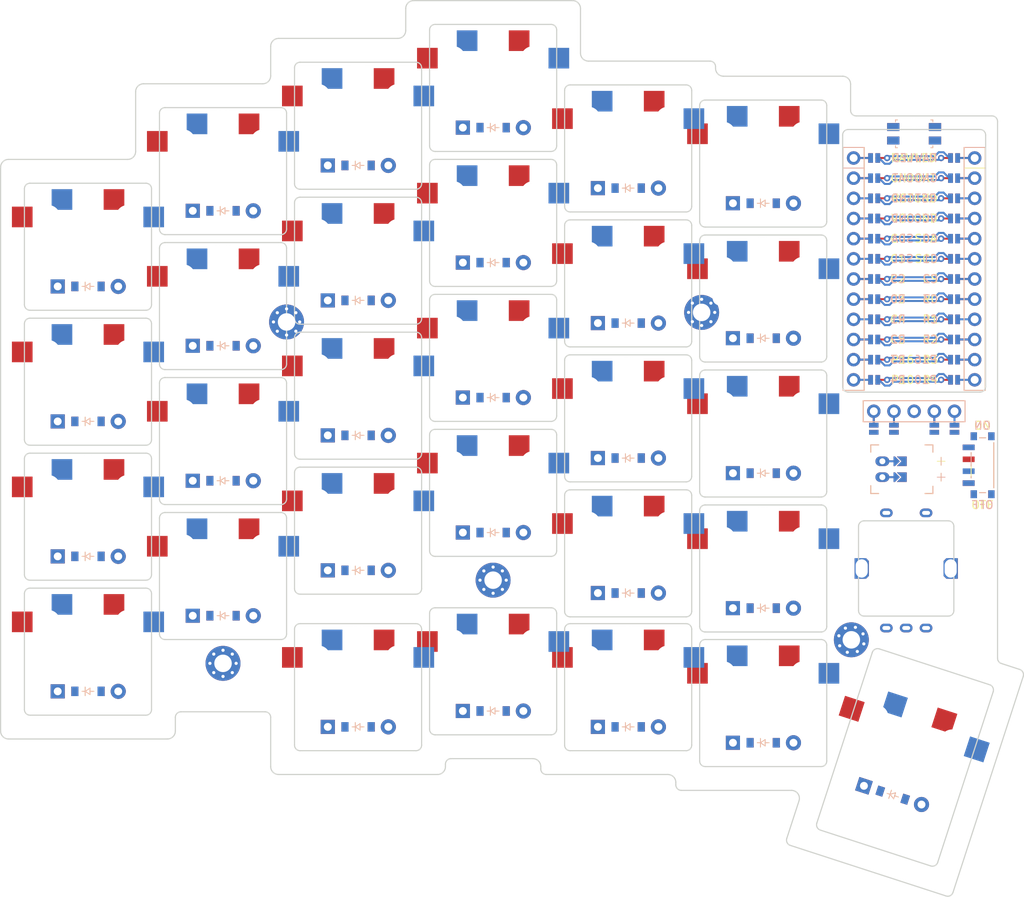
<source format=kicad_pcb>
(kicad_pcb (version 20240108) (generator "ergogen") (generator_version "4.1.0")
  (title_block (title "pcb-board") (date "2025-03-05") (rev "v1.0.0") (company "Unknown"))
  (layers (0 "F.Cu" signal) (31 "B.Cu" signal) (34 "B.Paste" user) (35 "F.Paste" user) (36 "B.SilkS" user "B.Silkscreen") (37 "F.SilkS" user "F.Silkscreen") (38 "B.Mask" user) (39 "F.Mask" user) (44 "Edge.Cuts" user))
  (net 0 "")
  (net 1 "C0")
  (net 2 "R3")
  (net 3 "R2")
  (net 4 "R1")
  (net 5 "R0")
  (net 6 "C1")
  (net 7 "C2")
  (net 8 "C3")
  (net 9 "C4")
  (net 10 "C5")
  (net 11 "R4")
  (net 12 "RAW")
  (net 13 "GND")
  (net 14 "RST")
  (net 15 "VCC")
  (net 16 "P16")
  (net 17 "P10")
  (net 18 "LED")
  (net 19 "DAT")
  (net 20 "SDA")
  (net 21 "SCL")
  (net 22 "CS")
  (net 23 "P101")
  (net 24 "P102")
  (net 25 "P107")
  (net 26 "MCU1_24")
  (net 27 "MCU1_1")
  (net 28 "MCU1_23")
  (net 29 "MCU1_2")
  (net 30 "MCU1_22")
  (net 31 "MCU1_3")
  (net 32 "MCU1_21")
  (net 33 "MCU1_4")
  (net 34 "MCU1_20")
  (net 35 "MCU1_5")
  (net 36 "MCU1_19")
  (net 37 "MCU1_6")
  (net 38 "MCU1_18")
  (net 39 "MCU1_7")
  (net 40 "MCU1_17")
  (net 41 "MCU1_8")
  (net 42 "MCU1_16")
  (net 43 "MCU1_9")
  (net 44 "MCU1_15")
  (net 45 "MCU1_10")
  (net 46 "MCU1_14")
  (net 47 "MCU1_11")
  (net 48 "MCU1_13")
  (net 49 "MCU1_12")
  (net 50 "DISP1_1")
  (net 51 "DISP1_2")
  (net 52 "DISP1_4")
  (net 53 "DISP1_5")
  (net 54 "BAT_P")
  (net 55 "JST1_1")
  (net 56 "JST1_2")
  (net 57 "RE_A")
  (net 58 "RE_C")
  (module PG1350 (layer F.Cu) (at 100 100 0)
    (fp_text reference "S1" hide)
    (fp_text value "" hide)
    (pad "" np_thru_hole circle (at 0 0) (size 3.429 3.429) (drill 3.429) (layers *.Cu *.Mask))
    (pad "" np_thru_hole circle (at 5.5 0) (size 1.7018 1.7018) (drill 1.7018) (layers *.Cu *.Mask))
    (pad "" np_thru_hole circle (at -5.5 0) (size 1.7018 1.7018) (drill 1.7018) (layers *.Cu *.Mask))
    (pad "" np_thru_hole circle (at 5 -3.75) (size 3 3) (drill 3) (layers *.Cu *.Mask))
    (pad "" np_thru_hole circle (at 0 -5.95) (size 3 3) (drill 3) (layers *.Cu *.Mask))
    (pad 1 smd rect (at -3.275 -5.95 0) (size 2.6 2.6) (layers B.Cu B.Paste B.Mask) (net 1 "C0"))
    (pad 2 smd rect (at 8.275 -3.75 0) (size 2.6 2.6) (layers B.Cu B.Paste B.Mask) (net 2 "R3"))
    (pad "" np_thru_hole circle (at -5 -3.75) (size 3 3) (drill 3) (layers *.Cu *.Mask))
    (pad "" np_thru_hole circle (at 0 -5.95) (size 3 3) (drill 3) (layers *.Cu *.Mask))
    (pad 1 smd rect (at 3.275 -5.95 0) (size 2.6 2.6) (layers F.Cu F.Paste F.Mask) (net 1 "C0"))
    (pad 2 smd rect (at -8.275 -3.75 0) (size 2.6 2.6) (layers F.Cu F.Paste F.Mask) (net 2 "R3"))
  )
  (module PG1350 (layer F.Cu) (at 100 83 0)
    (fp_text reference "S2" hide)
    (fp_text value "" hide)
    (pad "" np_thru_hole circle (at 0 0) (size 3.429 3.429) (drill 3.429) (layers *.Cu *.Mask))
    (pad "" np_thru_hole circle (at 5.5 0) (size 1.7018 1.7018) (drill 1.7018) (layers *.Cu *.Mask))
    (pad "" np_thru_hole circle (at -5.5 0) (size 1.7018 1.7018) (drill 1.7018) (layers *.Cu *.Mask))
    (pad "" np_thru_hole circle (at 5 -3.75) (size 3 3) (drill 3) (layers *.Cu *.Mask))
    (pad "" np_thru_hole circle (at 0 -5.95) (size 3 3) (drill 3) (layers *.Cu *.Mask))
    (pad 1 smd rect (at -3.275 -5.95 0) (size 2.6 2.6) (layers B.Cu B.Paste B.Mask) (net 1 "C0"))
    (pad 2 smd rect (at 8.275 -3.75 0) (size 2.6 2.6) (layers B.Cu B.Paste B.Mask) (net 3 "R2"))
    (pad "" np_thru_hole circle (at -5 -3.75) (size 3 3) (drill 3) (layers *.Cu *.Mask))
    (pad "" np_thru_hole circle (at 0 -5.95) (size 3 3) (drill 3) (layers *.Cu *.Mask))
    (pad 1 smd rect (at 3.275 -5.95 0) (size 2.6 2.6) (layers F.Cu F.Paste F.Mask) (net 1 "C0"))
    (pad 2 smd rect (at -8.275 -3.75 0) (size 2.6 2.6) (layers F.Cu F.Paste F.Mask) (net 3 "R2"))
  )
  (module PG1350 (layer F.Cu) (at 100 66 0)
    (fp_text reference "S3" hide)
    (fp_text value "" hide)
    (pad "" np_thru_hole circle (at 0 0) (size 3.429 3.429) (drill 3.429) (layers *.Cu *.Mask))
    (pad "" np_thru_hole circle (at 5.5 0) (size 1.7018 1.7018) (drill 1.7018) (layers *.Cu *.Mask))
    (pad "" np_thru_hole circle (at -5.5 0) (size 1.7018 1.7018) (drill 1.7018) (layers *.Cu *.Mask))
    (pad "" np_thru_hole circle (at 5 -3.75) (size 3 3) (drill 3) (layers *.Cu *.Mask))
    (pad "" np_thru_hole circle (at 0 -5.95) (size 3 3) (drill 3) (layers *.Cu *.Mask))
    (pad 1 smd rect (at -3.275 -5.95 0) (size 2.6 2.6) (layers B.Cu B.Paste B.Mask) (net 1 "C0"))
    (pad 2 smd rect (at 8.275 -3.75 0) (size 2.6 2.6) (layers B.Cu B.Paste B.Mask) (net 4 "R1"))
    (pad "" np_thru_hole circle (at -5 -3.75) (size 3 3) (drill 3) (layers *.Cu *.Mask))
    (pad "" np_thru_hole circle (at 0 -5.95) (size 3 3) (drill 3) (layers *.Cu *.Mask))
    (pad 1 smd rect (at 3.275 -5.95 0) (size 2.6 2.6) (layers F.Cu F.Paste F.Mask) (net 1 "C0"))
    (pad 2 smd rect (at -8.275 -3.75 0) (size 2.6 2.6) (layers F.Cu F.Paste F.Mask) (net 4 "R1"))
  )
  (module PG1350 (layer F.Cu) (at 100 49 0)
    (fp_text reference "S4" hide)
    (fp_text value "" hide)
    (pad "" np_thru_hole circle (at 0 0) (size 3.429 3.429) (drill 3.429) (layers *.Cu *.Mask))
    (pad "" np_thru_hole circle (at 5.5 0) (size 1.7018 1.7018) (drill 1.7018) (layers *.Cu *.Mask))
    (pad "" np_thru_hole circle (at -5.5 0) (size 1.7018 1.7018) (drill 1.7018) (layers *.Cu *.Mask))
    (pad "" np_thru_hole circle (at 5 -3.75) (size 3 3) (drill 3) (layers *.Cu *.Mask))
    (pad "" np_thru_hole circle (at 0 -5.95) (size 3 3) (drill 3) (layers *.Cu *.Mask))
    (pad 1 smd rect (at -3.275 -5.95 0) (size 2.6 2.6) (layers B.Cu B.Paste B.Mask) (net 1 "C0"))
    (pad 2 smd rect (at 8.275 -3.75 0) (size 2.6 2.6) (layers B.Cu B.Paste B.Mask) (net 5 "R0"))
    (pad "" np_thru_hole circle (at -5 -3.75) (size 3 3) (drill 3) (layers *.Cu *.Mask))
    (pad "" np_thru_hole circle (at 0 -5.95) (size 3 3) (drill 3) (layers *.Cu *.Mask))
    (pad 1 smd rect (at 3.275 -5.95 0) (size 2.6 2.6) (layers F.Cu F.Paste F.Mask) (net 1 "C0"))
    (pad 2 smd rect (at -8.275 -3.75 0) (size 2.6 2.6) (layers F.Cu F.Paste F.Mask) (net 5 "R0"))
  )
  (module PG1350 (layer F.Cu) (at 117 90.475 0)
    (fp_text reference "S5" hide)
    (fp_text value "" hide)
    (pad "" np_thru_hole circle (at 0 0) (size 3.429 3.429) (drill 3.429) (layers *.Cu *.Mask))
    (pad "" np_thru_hole circle (at 5.5 0) (size 1.7018 1.7018) (drill 1.7018) (layers *.Cu *.Mask))
    (pad "" np_thru_hole circle (at -5.5 0) (size 1.7018 1.7018) (drill 1.7018) (layers *.Cu *.Mask))
    (pad "" np_thru_hole circle (at 5 -3.75) (size 3 3) (drill 3) (layers *.Cu *.Mask))
    (pad "" np_thru_hole circle (at 0 -5.95) (size 3 3) (drill 3) (layers *.Cu *.Mask))
    (pad 1 smd rect (at -3.275 -5.95 0) (size 2.6 2.6) (layers B.Cu B.Paste B.Mask) (net 6 "C1"))
    (pad 2 smd rect (at 8.275 -3.75 0) (size 2.6 2.6) (layers B.Cu B.Paste B.Mask) (net 2 "R3"))
    (pad "" np_thru_hole circle (at -5 -3.75) (size 3 3) (drill 3) (layers *.Cu *.Mask))
    (pad "" np_thru_hole circle (at 0 -5.95) (size 3 3) (drill 3) (layers *.Cu *.Mask))
    (pad 1 smd rect (at 3.275 -5.95 0) (size 2.6 2.6) (layers F.Cu F.Paste F.Mask) (net 6 "C1"))
    (pad 2 smd rect (at -8.275 -3.75 0) (size 2.6 2.6) (layers F.Cu F.Paste F.Mask) (net 2 "R3"))
  )
  (module PG1350 (layer F.Cu) (at 117 73.475 0)
    (fp_text reference "S6" hide)
    (fp_text value "" hide)
    (pad "" np_thru_hole circle (at 0 0) (size 3.429 3.429) (drill 3.429) (layers *.Cu *.Mask))
    (pad "" np_thru_hole circle (at 5.5 0) (size 1.7018 1.7018) (drill 1.7018) (layers *.Cu *.Mask))
    (pad "" np_thru_hole circle (at -5.5 0) (size 1.7018 1.7018) (drill 1.7018) (layers *.Cu *.Mask))
    (pad "" np_thru_hole circle (at 5 -3.75) (size 3 3) (drill 3) (layers *.Cu *.Mask))
    (pad "" np_thru_hole circle (at 0 -5.95) (size 3 3) (drill 3) (layers *.Cu *.Mask))
    (pad 1 smd rect (at -3.275 -5.95 0) (size 2.6 2.6) (layers B.Cu B.Paste B.Mask) (net 6 "C1"))
    (pad 2 smd rect (at 8.275 -3.75 0) (size 2.6 2.6) (layers B.Cu B.Paste B.Mask) (net 3 "R2"))
    (pad "" np_thru_hole circle (at -5 -3.75) (size 3 3) (drill 3) (layers *.Cu *.Mask))
    (pad "" np_thru_hole circle (at 0 -5.95) (size 3 3) (drill 3) (layers *.Cu *.Mask))
    (pad 1 smd rect (at 3.275 -5.95 0) (size 2.6 2.6) (layers F.Cu F.Paste F.Mask) (net 6 "C1"))
    (pad 2 smd rect (at -8.275 -3.75 0) (size 2.6 2.6) (layers F.Cu F.Paste F.Mask) (net 3 "R2"))
  )
  (module PG1350 (layer F.Cu) (at 117 56.474999999999994 0)
    (fp_text reference "S7" hide)
    (fp_text value "" hide)
    (pad "" np_thru_hole circle (at 0 0) (size 3.429 3.429) (drill 3.429) (layers *.Cu *.Mask))
    (pad "" np_thru_hole circle (at 5.5 0) (size 1.7018 1.7018) (drill 1.7018) (layers *.Cu *.Mask))
    (pad "" np_thru_hole circle (at -5.5 0) (size 1.7018 1.7018) (drill 1.7018) (layers *.Cu *.Mask))
    (pad "" np_thru_hole circle (at 5 -3.75) (size 3 3) (drill 3) (layers *.Cu *.Mask))
    (pad "" np_thru_hole circle (at 0 -5.95) (size 3 3) (drill 3) (layers *.Cu *.Mask))
    (pad 1 smd rect (at -3.275 -5.95 0) (size 2.6 2.6) (layers B.Cu B.Paste B.Mask) (net 6 "C1"))
    (pad 2 smd rect (at 8.275 -3.75 0) (size 2.6 2.6) (layers B.Cu B.Paste B.Mask) (net 4 "R1"))
    (pad "" np_thru_hole circle (at -5 -3.75) (size 3 3) (drill 3) (layers *.Cu *.Mask))
    (pad "" np_thru_hole circle (at 0 -5.95) (size 3 3) (drill 3) (layers *.Cu *.Mask))
    (pad 1 smd rect (at 3.275 -5.95 0) (size 2.6 2.6) (layers F.Cu F.Paste F.Mask) (net 6 "C1"))
    (pad 2 smd rect (at -8.275 -3.75 0) (size 2.6 2.6) (layers F.Cu F.Paste F.Mask) (net 4 "R1"))
  )
  (module PG1350 (layer F.Cu) (at 117 39.474999999999994 0)
    (fp_text reference "S8" hide)
    (fp_text value "" hide)
    (pad "" np_thru_hole circle (at 0 0) (size 3.429 3.429) (drill 3.429) (layers *.Cu *.Mask))
    (pad "" np_thru_hole circle (at 5.5 0) (size 1.7018 1.7018) (drill 1.7018) (layers *.Cu *.Mask))
    (pad "" np_thru_hole circle (at -5.5 0) (size 1.7018 1.7018) (drill 1.7018) (layers *.Cu *.Mask))
    (pad "" np_thru_hole circle (at 5 -3.75) (size 3 3) (drill 3) (layers *.Cu *.Mask))
    (pad "" np_thru_hole circle (at 0 -5.95) (size 3 3) (drill 3) (layers *.Cu *.Mask))
    (pad 1 smd rect (at -3.275 -5.95 0) (size 2.6 2.6) (layers B.Cu B.Paste B.Mask) (net 6 "C1"))
    (pad 2 smd rect (at 8.275 -3.75 0) (size 2.6 2.6) (layers B.Cu B.Paste B.Mask) (net 5 "R0"))
    (pad "" np_thru_hole circle (at -5 -3.75) (size 3 3) (drill 3) (layers *.Cu *.Mask))
    (pad "" np_thru_hole circle (at 0 -5.95) (size 3 3) (drill 3) (layers *.Cu *.Mask))
    (pad 1 smd rect (at 3.275 -5.95 0) (size 2.6 2.6) (layers F.Cu F.Paste F.Mask) (net 6 "C1"))
    (pad 2 smd rect (at -8.275 -3.75 0) (size 2.6 2.6) (layers F.Cu F.Paste F.Mask) (net 5 "R0"))
  )
  (module PG1350 (layer F.Cu) (at 134 84.76 0)
    (fp_text reference "S9" hide)
    (fp_text value "" hide)
    (pad "" np_thru_hole circle (at 0 0) (size 3.429 3.429) (drill 3.429) (layers *.Cu *.Mask))
    (pad "" np_thru_hole circle (at 5.5 0) (size 1.7018 1.7018) (drill 1.7018) (layers *.Cu *.Mask))
    (pad "" np_thru_hole circle (at -5.5 0) (size 1.7018 1.7018) (drill 1.7018) (layers *.Cu *.Mask))
    (pad "" np_thru_hole circle (at 5 -3.75) (size 3 3) (drill 3) (layers *.Cu *.Mask))
    (pad "" np_thru_hole circle (at 0 -5.95) (size 3 3) (drill 3) (layers *.Cu *.Mask))
    (pad 1 smd rect (at -3.275 -5.95 0) (size 2.6 2.6) (layers B.Cu B.Paste B.Mask) (net 7 "C2"))
    (pad 2 smd rect (at 8.275 -3.75 0) (size 2.6 2.6) (layers B.Cu B.Paste B.Mask) (net 2 "R3"))
    (pad "" np_thru_hole circle (at -5 -3.75) (size 3 3) (drill 3) (layers *.Cu *.Mask))
    (pad "" np_thru_hole circle (at 0 -5.95) (size 3 3) (drill 3) (layers *.Cu *.Mask))
    (pad 1 smd rect (at 3.275 -5.95 0) (size 2.6 2.6) (layers F.Cu F.Paste F.Mask) (net 7 "C2"))
    (pad 2 smd rect (at -8.275 -3.75 0) (size 2.6 2.6) (layers F.Cu F.Paste F.Mask) (net 2 "R3"))
  )
  (module PG1350 (layer F.Cu) (at 134 67.76 0)
    (fp_text reference "S10" hide)
    (fp_text value "" hide)
    (pad "" np_thru_hole circle (at 0 0) (size 3.429 3.429) (drill 3.429) (layers *.Cu *.Mask))
    (pad "" np_thru_hole circle (at 5.5 0) (size 1.7018 1.7018) (drill 1.7018) (layers *.Cu *.Mask))
    (pad "" np_thru_hole circle (at -5.5 0) (size 1.7018 1.7018) (drill 1.7018) (layers *.Cu *.Mask))
    (pad "" np_thru_hole circle (at 5 -3.75) (size 3 3) (drill 3) (layers *.Cu *.Mask))
    (pad "" np_thru_hole circle (at 0 -5.95) (size 3 3) (drill 3) (layers *.Cu *.Mask))
    (pad 1 smd rect (at -3.275 -5.95 0) (size 2.6 2.6) (layers B.Cu B.Paste B.Mask) (net 7 "C2"))
    (pad 2 smd rect (at 8.275 -3.75 0) (size 2.6 2.6) (layers B.Cu B.Paste B.Mask) (net 3 "R2"))
    (pad "" np_thru_hole circle (at -5 -3.75) (size 3 3) (drill 3) (layers *.Cu *.Mask))
    (pad "" np_thru_hole circle (at 0 -5.95) (size 3 3) (drill 3) (layers *.Cu *.Mask))
    (pad 1 smd rect (at 3.275 -5.95 0) (size 2.6 2.6) (layers F.Cu F.Paste F.Mask) (net 7 "C2"))
    (pad 2 smd rect (at -8.275 -3.75 0) (size 2.6 2.6) (layers F.Cu F.Paste F.Mask) (net 3 "R2"))
  )
  (module PG1350 (layer F.Cu) (at 134 50.760000000000005 0)
    (fp_text reference "S11" hide)
    (fp_text value "" hide)
    (pad "" np_thru_hole circle (at 0 0) (size 3.429 3.429) (drill 3.429) (layers *.Cu *.Mask))
    (pad "" np_thru_hole circle (at 5.5 0) (size 1.7018 1.7018) (drill 1.7018) (layers *.Cu *.Mask))
    (pad "" np_thru_hole circle (at -5.5 0) (size 1.7018 1.7018) (drill 1.7018) (layers *.Cu *.Mask))
    (pad "" np_thru_hole circle (at 5 -3.75) (size 3 3) (drill 3) (layers *.Cu *.Mask))
    (pad "" np_thru_hole circle (at 0 -5.95) (size 3 3) (drill 3) (layers *.Cu *.Mask))
    (pad 1 smd rect (at -3.275 -5.95 0) (size 2.6 2.6) (layers B.Cu B.Paste B.Mask) (net 7 "C2"))
    (pad 2 smd rect (at 8.275 -3.75 0) (size 2.6 2.6) (layers B.Cu B.Paste B.Mask) (net 4 "R1"))
    (pad "" np_thru_hole circle (at -5 -3.75) (size 3 3) (drill 3) (layers *.Cu *.Mask))
    (pad "" np_thru_hole circle (at 0 -5.95) (size 3 3) (drill 3) (layers *.Cu *.Mask))
    (pad 1 smd rect (at 3.275 -5.95 0) (size 2.6 2.6) (layers F.Cu F.Paste F.Mask) (net 7 "C2"))
    (pad 2 smd rect (at -8.275 -3.75 0) (size 2.6 2.6) (layers F.Cu F.Paste F.Mask) (net 4 "R1"))
  )
  (module PG1350 (layer F.Cu) (at 134 33.760000000000005 0)
    (fp_text reference "S12" hide)
    (fp_text value "" hide)
    (pad "" np_thru_hole circle (at 0 0) (size 3.429 3.429) (drill 3.429) (layers *.Cu *.Mask))
    (pad "" np_thru_hole circle (at 5.5 0) (size 1.7018 1.7018) (drill 1.7018) (layers *.Cu *.Mask))
    (pad "" np_thru_hole circle (at -5.5 0) (size 1.7018 1.7018) (drill 1.7018) (layers *.Cu *.Mask))
    (pad "" np_thru_hole circle (at 5 -3.75) (size 3 3) (drill 3) (layers *.Cu *.Mask))
    (pad "" np_thru_hole circle (at 0 -5.95) (size 3 3) (drill 3) (layers *.Cu *.Mask))
    (pad 1 smd rect (at -3.275 -5.95 0) (size 2.6 2.6) (layers B.Cu B.Paste B.Mask) (net 7 "C2"))
    (pad 2 smd rect (at 8.275 -3.75 0) (size 2.6 2.6) (layers B.Cu B.Paste B.Mask) (net 5 "R0"))
    (pad "" np_thru_hole circle (at -5 -3.75) (size 3 3) (drill 3) (layers *.Cu *.Mask))
    (pad "" np_thru_hole circle (at 0 -5.95) (size 3 3) (drill 3) (layers *.Cu *.Mask))
    (pad 1 smd rect (at 3.275 -5.95 0) (size 2.6 2.6) (layers F.Cu F.Paste F.Mask) (net 7 "C2"))
    (pad 2 smd rect (at -8.275 -3.75 0) (size 2.6 2.6) (layers F.Cu F.Paste F.Mask) (net 5 "R0"))
  )
  (module PG1350 (layer F.Cu) (at 151 79.9975 0)
    (fp_text reference "S13" hide)
    (fp_text value "" hide)
    (pad "" np_thru_hole circle (at 0 0) (size 3.429 3.429) (drill 3.429) (layers *.Cu *.Mask))
    (pad "" np_thru_hole circle (at 5.5 0) (size 1.7018 1.7018) (drill 1.7018) (layers *.Cu *.Mask))
    (pad "" np_thru_hole circle (at -5.5 0) (size 1.7018 1.7018) (drill 1.7018) (layers *.Cu *.Mask))
    (pad "" np_thru_hole circle (at 5 -3.75) (size 3 3) (drill 3) (layers *.Cu *.Mask))
    (pad "" np_thru_hole circle (at 0 -5.95) (size 3 3) (drill 3) (layers *.Cu *.Mask))
    (pad 1 smd rect (at -3.275 -5.95 0) (size 2.6 2.6) (layers B.Cu B.Paste B.Mask) (net 8 "C3"))
    (pad 2 smd rect (at 8.275 -3.75 0) (size 2.6 2.6) (layers B.Cu B.Paste B.Mask) (net 2 "R3"))
    (pad "" np_thru_hole circle (at -5 -3.75) (size 3 3) (drill 3) (layers *.Cu *.Mask))
    (pad "" np_thru_hole circle (at 0 -5.95) (size 3 3) (drill 3) (layers *.Cu *.Mask))
    (pad 1 smd rect (at 3.275 -5.95 0) (size 2.6 2.6) (layers F.Cu F.Paste F.Mask) (net 8 "C3"))
    (pad 2 smd rect (at -8.275 -3.75 0) (size 2.6 2.6) (layers F.Cu F.Paste F.Mask) (net 2 "R3"))
  )
  (module PG1350 (layer F.Cu) (at 151 62.9975 0)
    (fp_text reference "S14" hide)
    (fp_text value "" hide)
    (pad "" np_thru_hole circle (at 0 0) (size 3.429 3.429) (drill 3.429) (layers *.Cu *.Mask))
    (pad "" np_thru_hole circle (at 5.5 0) (size 1.7018 1.7018) (drill 1.7018) (layers *.Cu *.Mask))
    (pad "" np_thru_hole circle (at -5.5 0) (size 1.7018 1.7018) (drill 1.7018) (layers *.Cu *.Mask))
    (pad "" np_thru_hole circle (at 5 -3.75) (size 3 3) (drill 3) (layers *.Cu *.Mask))
    (pad "" np_thru_hole circle (at 0 -5.95) (size 3 3) (drill 3) (layers *.Cu *.Mask))
    (pad 1 smd rect (at -3.275 -5.95 0) (size 2.6 2.6) (layers B.Cu B.Paste B.Mask) (net 8 "C3"))
    (pad 2 smd rect (at 8.275 -3.75 0) (size 2.6 2.6) (layers B.Cu B.Paste B.Mask) (net 3 "R2"))
    (pad "" np_thru_hole circle (at -5 -3.75) (size 3 3) (drill 3) (layers *.Cu *.Mask))
    (pad "" np_thru_hole circle (at 0 -5.95) (size 3 3) (drill 3) (layers *.Cu *.Mask))
    (pad 1 smd rect (at 3.275 -5.95 0) (size 2.6 2.6) (layers F.Cu F.Paste F.Mask) (net 8 "C3"))
    (pad 2 smd rect (at -8.275 -3.75 0) (size 2.6 2.6) (layers F.Cu F.Paste F.Mask) (net 3 "R2"))
  )
  (module PG1350 (layer F.Cu) (at 151 45.9975 0)
    (fp_text reference "S15" hide)
    (fp_text value "" hide)
    (pad "" np_thru_hole circle (at 0 0) (size 3.429 3.429) (drill 3.429) (layers *.Cu *.Mask))
    (pad "" np_thru_hole circle (at 5.5 0) (size 1.7018 1.7018) (drill 1.7018) (layers *.Cu *.Mask))
    (pad "" np_thru_hole circle (at -5.5 0) (size 1.7018 1.7018) (drill 1.7018) (layers *.Cu *.Mask))
    (pad "" np_thru_hole circle (at 5 -3.75) (size 3 3) (drill 3) (layers *.Cu *.Mask))
    (pad "" np_thru_hole circle (at 0 -5.95) (size 3 3) (drill 3) (layers *.Cu *.Mask))
    (pad 1 smd rect (at -3.275 -5.95 0) (size 2.6 2.6) (layers B.Cu B.Paste B.Mask) (net 8 "C3"))
    (pad 2 smd rect (at 8.275 -3.75 0) (size 2.6 2.6) (layers B.Cu B.Paste B.Mask) (net 4 "R1"))
    (pad "" np_thru_hole circle (at -5 -3.75) (size 3 3) (drill 3) (layers *.Cu *.Mask))
    (pad "" np_thru_hole circle (at 0 -5.95) (size 3 3) (drill 3) (layers *.Cu *.Mask))
    (pad 1 smd rect (at 3.275 -5.95 0) (size 2.6 2.6) (layers F.Cu F.Paste F.Mask) (net 8 "C3"))
    (pad 2 smd rect (at -8.275 -3.75 0) (size 2.6 2.6) (layers F.Cu F.Paste F.Mask) (net 4 "R1"))
  )
  (module PG1350 (layer F.Cu) (at 151 28.997500000000002 0)
    (fp_text reference "S16" hide)
    (fp_text value "" hide)
    (pad "" np_thru_hole circle (at 0 0) (size 3.429 3.429) (drill 3.429) (layers *.Cu *.Mask))
    (pad "" np_thru_hole circle (at 5.5 0) (size 1.7018 1.7018) (drill 1.7018) (layers *.Cu *.Mask))
    (pad "" np_thru_hole circle (at -5.5 0) (size 1.7018 1.7018) (drill 1.7018) (layers *.Cu *.Mask))
    (pad "" np_thru_hole circle (at 5 -3.75) (size 3 3) (drill 3) (layers *.Cu *.Mask))
    (pad "" np_thru_hole circle (at 0 -5.95) (size 3 3) (drill 3) (layers *.Cu *.Mask))
    (pad 1 smd rect (at -3.275 -5.95 0) (size 2.6 2.6) (layers B.Cu B.Paste B.Mask) (net 8 "C3"))
    (pad 2 smd rect (at 8.275 -3.75 0) (size 2.6 2.6) (layers B.Cu B.Paste B.Mask) (net 5 "R0"))
    (pad "" np_thru_hole circle (at -5 -3.75) (size 3 3) (drill 3) (layers *.Cu *.Mask))
    (pad "" np_thru_hole circle (at 0 -5.95) (size 3 3) (drill 3) (layers *.Cu *.Mask))
    (pad 1 smd rect (at 3.275 -5.95 0) (size 2.6 2.6) (layers F.Cu F.Paste F.Mask) (net 8 "C3"))
    (pad 2 smd rect (at -8.275 -3.75 0) (size 2.6 2.6) (layers F.Cu F.Paste F.Mask) (net 5 "R0"))
  )
  (module PG1350 (layer F.Cu) (at 168 87.6175 0)
    (fp_text reference "S17" hide)
    (fp_text value "" hide)
    (pad "" np_thru_hole circle (at 0 0) (size 3.429 3.429) (drill 3.429) (layers *.Cu *.Mask))
    (pad "" np_thru_hole circle (at 5.5 0) (size 1.7018 1.7018) (drill 1.7018) (layers *.Cu *.Mask))
    (pad "" np_thru_hole circle (at -5.5 0) (size 1.7018 1.7018) (drill 1.7018) (layers *.Cu *.Mask))
    (pad "" np_thru_hole circle (at 5 -3.75) (size 3 3) (drill 3) (layers *.Cu *.Mask))
    (pad "" np_thru_hole circle (at 0 -5.95) (size 3 3) (drill 3) (layers *.Cu *.Mask))
    (pad 1 smd rect (at -3.275 -5.95 0) (size 2.6 2.6) (layers B.Cu B.Paste B.Mask) (net 9 "C4"))
    (pad 2 smd rect (at 8.275 -3.75 0) (size 2.6 2.6) (layers B.Cu B.Paste B.Mask) (net 2 "R3"))
    (pad "" np_thru_hole circle (at -5 -3.75) (size 3 3) (drill 3) (layers *.Cu *.Mask))
    (pad "" np_thru_hole circle (at 0 -5.95) (size 3 3) (drill 3) (layers *.Cu *.Mask))
    (pad 1 smd rect (at 3.275 -5.95 0) (size 2.6 2.6) (layers F.Cu F.Paste F.Mask) (net 9 "C4"))
    (pad 2 smd rect (at -8.275 -3.75 0) (size 2.6 2.6) (layers F.Cu F.Paste F.Mask) (net 2 "R3"))
  )
  (module PG1350 (layer F.Cu) (at 168 70.6175 0)
    (fp_text reference "S18" hide)
    (fp_text value "" hide)
    (pad "" np_thru_hole circle (at 0 0) (size 3.429 3.429) (drill 3.429) (layers *.Cu *.Mask))
    (pad "" np_thru_hole circle (at 5.5 0) (size 1.7018 1.7018) (drill 1.7018) (layers *.Cu *.Mask))
    (pad "" np_thru_hole circle (at -5.5 0) (size 1.7018 1.7018) (drill 1.7018) (layers *.Cu *.Mask))
    (pad "" np_thru_hole circle (at 5 -3.75) (size 3 3) (drill 3) (layers *.Cu *.Mask))
    (pad "" np_thru_hole circle (at 0 -5.95) (size 3 3) (drill 3) (layers *.Cu *.Mask))
    (pad 1 smd rect (at -3.275 -5.95 0) (size 2.6 2.6) (layers B.Cu B.Paste B.Mask) (net 9 "C4"))
    (pad 2 smd rect (at 8.275 -3.75 0) (size 2.6 2.6) (layers B.Cu B.Paste B.Mask) (net 3 "R2"))
    (pad "" np_thru_hole circle (at -5 -3.75) (size 3 3) (drill 3) (layers *.Cu *.Mask))
    (pad "" np_thru_hole circle (at 0 -5.95) (size 3 3) (drill 3) (layers *.Cu *.Mask))
    (pad 1 smd rect (at 3.275 -5.95 0) (size 2.6 2.6) (layers F.Cu F.Paste F.Mask) (net 9 "C4"))
    (pad 2 smd rect (at -8.275 -3.75 0) (size 2.6 2.6) (layers F.Cu F.Paste F.Mask) (net 3 "R2"))
  )
  (module PG1350 (layer F.Cu) (at 168 53.61750000000001 0)
    (fp_text reference "S19" hide)
    (fp_text value "" hide)
    (pad "" np_thru_hole circle (at 0 0) (size 3.429 3.429) (drill 3.429) (layers *.Cu *.Mask))
    (pad "" np_thru_hole circle (at 5.5 0) (size 1.7018 1.7018) (drill 1.7018) (layers *.Cu *.Mask))
    (pad "" np_thru_hole circle (at -5.5 0) (size 1.7018 1.7018) (drill 1.7018) (layers *.Cu *.Mask))
    (pad "" np_thru_hole circle (at 5 -3.75) (size 3 3) (drill 3) (layers *.Cu *.Mask))
    (pad "" np_thru_hole circle (at 0 -5.95) (size 3 3) (drill 3) (layers *.Cu *.Mask))
    (pad 1 smd rect (at -3.275 -5.95 0) (size 2.6 2.6) (layers B.Cu B.Paste B.Mask) (net 9 "C4"))
    (pad 2 smd rect (at 8.275 -3.75 0) (size 2.6 2.6) (layers B.Cu B.Paste B.Mask) (net 4 "R1"))
    (pad "" np_thru_hole circle (at -5 -3.75) (size 3 3) (drill 3) (layers *.Cu *.Mask))
    (pad "" np_thru_hole circle (at 0 -5.95) (size 3 3) (drill 3) (layers *.Cu *.Mask))
    (pad 1 smd rect (at 3.275 -5.95 0) (size 2.6 2.6) (layers F.Cu F.Paste F.Mask) (net 9 "C4"))
    (pad 2 smd rect (at -8.275 -3.75 0) (size 2.6 2.6) (layers F.Cu F.Paste F.Mask) (net 4 "R1"))
  )
  (module PG1350 (layer F.Cu) (at 168 36.61750000000001 0)
    (fp_text reference "S20" hide)
    (fp_text value "" hide)
    (pad "" np_thru_hole circle (at 0 0) (size 3.429 3.429) (drill 3.429) (layers *.Cu *.Mask))
    (pad "" np_thru_hole circle (at 5.5 0) (size 1.7018 1.7018) (drill 1.7018) (layers *.Cu *.Mask))
    (pad "" np_thru_hole circle (at -5.5 0) (size 1.7018 1.7018) (drill 1.7018) (layers *.Cu *.Mask))
    (pad "" np_thru_hole circle (at 5 -3.75) (size 3 3) (drill 3) (layers *.Cu *.Mask))
    (pad "" np_thru_hole circle (at 0 -5.95) (size 3 3) (drill 3) (layers *.Cu *.Mask))
    (pad 1 smd rect (at -3.275 -5.95 0) (size 2.6 2.6) (layers B.Cu B.Paste B.Mask) (net 9 "C4"))
    (pad 2 smd rect (at 8.275 -3.75 0) (size 2.6 2.6) (layers B.Cu B.Paste B.Mask) (net 5 "R0"))
    (pad "" np_thru_hole circle (at -5 -3.75) (size 3 3) (drill 3) (layers *.Cu *.Mask))
    (pad "" np_thru_hole circle (at 0 -5.95) (size 3 3) (drill 3) (layers *.Cu *.Mask))
    (pad 1 smd rect (at 3.275 -5.95 0) (size 2.6 2.6) (layers F.Cu F.Paste F.Mask) (net 9 "C4"))
    (pad 2 smd rect (at -8.275 -3.75 0) (size 2.6 2.6) (layers F.Cu F.Paste F.Mask) (net 5 "R0"))
  )
  (module PG1350 (layer F.Cu) (at 185 89.52250000000001 0)
    (fp_text reference "S21" hide)
    (fp_text value "" hide)
    (pad "" np_thru_hole circle (at 0 0) (size 3.429 3.429) (drill 3.429) (layers *.Cu *.Mask))
    (pad "" np_thru_hole circle (at 5.5 0) (size 1.7018 1.7018) (drill 1.7018) (layers *.Cu *.Mask))
    (pad "" np_thru_hole circle (at -5.5 0) (size 1.7018 1.7018) (drill 1.7018) (layers *.Cu *.Mask))
    (pad "" np_thru_hole circle (at 5 -3.75) (size 3 3) (drill 3) (layers *.Cu *.Mask))
    (pad "" np_thru_hole circle (at 0 -5.95) (size 3 3) (drill 3) (layers *.Cu *.Mask))
    (pad 1 smd rect (at -3.275 -5.95 0) (size 2.6 2.6) (layers B.Cu B.Paste B.Mask) (net 10 "C5"))
    (pad 2 smd rect (at 8.275 -3.75 0) (size 2.6 2.6) (layers B.Cu B.Paste B.Mask) (net 2 "R3"))
    (pad "" np_thru_hole circle (at -5 -3.75) (size 3 3) (drill 3) (layers *.Cu *.Mask))
    (pad "" np_thru_hole circle (at 0 -5.95) (size 3 3) (drill 3) (layers *.Cu *.Mask))
    (pad 1 smd rect (at 3.275 -5.95 0) (size 2.6 2.6) (layers F.Cu F.Paste F.Mask) (net 10 "C5"))
    (pad 2 smd rect (at -8.275 -3.75 0) (size 2.6 2.6) (layers F.Cu F.Paste F.Mask) (net 2 "R3"))
  )
  (module PG1350 (layer F.Cu) (at 185 72.52250000000001 0)
    (fp_text reference "S22" hide)
    (fp_text value "" hide)
    (pad "" np_thru_hole circle (at 0 0) (size 3.429 3.429) (drill 3.429) (layers *.Cu *.Mask))
    (pad "" np_thru_hole circle (at 5.5 0) (size 1.7018 1.7018) (drill 1.7018) (layers *.Cu *.Mask))
    (pad "" np_thru_hole circle (at -5.5 0) (size 1.7018 1.7018) (drill 1.7018) (layers *.Cu *.Mask))
    (pad "" np_thru_hole circle (at 5 -3.75) (size 3 3) (drill 3) (layers *.Cu *.Mask))
    (pad "" np_thru_hole circle (at 0 -5.95) (size 3 3) (drill 3) (layers *.Cu *.Mask))
    (pad 1 smd rect (at -3.275 -5.95 0) (size 2.6 2.6) (layers B.Cu B.Paste B.Mask) (net 10 "C5"))
    (pad 2 smd rect (at 8.275 -3.75 0) (size 2.6 2.6) (layers B.Cu B.Paste B.Mask) (net 3 "R2"))
    (pad "" np_thru_hole circle (at -5 -3.75) (size 3 3) (drill 3) (layers *.Cu *.Mask))
    (pad "" np_thru_hole circle (at 0 -5.95) (size 3 3) (drill 3) (layers *.Cu *.Mask))
    (pad 1 smd rect (at 3.275 -5.95 0) (size 2.6 2.6) (layers F.Cu F.Paste F.Mask) (net 10 "C5"))
    (pad 2 smd rect (at -8.275 -3.75 0) (size 2.6 2.6) (layers F.Cu F.Paste F.Mask) (net 3 "R2"))
  )
  (module PG1350 (layer F.Cu) (at 185 55.52250000000001 0)
    (fp_text reference "S23" hide)
    (fp_text value "" hide)
    (pad "" np_thru_hole circle (at 0 0) (size 3.429 3.429) (drill 3.429) (layers *.Cu *.Mask))
    (pad "" np_thru_hole circle (at 5.5 0) (size 1.7018 1.7018) (drill 1.7018) (layers *.Cu *.Mask))
    (pad "" np_thru_hole circle (at -5.5 0) (size 1.7018 1.7018) (drill 1.7018) (layers *.Cu *.Mask))
    (pad "" np_thru_hole circle (at 5 -3.75) (size 3 3) (drill 3) (layers *.Cu *.Mask))
    (pad "" np_thru_hole circle (at 0 -5.95) (size 3 3) (drill 3) (layers *.Cu *.Mask))
    (pad 1 smd rect (at -3.275 -5.95 0) (size 2.6 2.6) (layers B.Cu B.Paste B.Mask) (net 10 "C5"))
    (pad 2 smd rect (at 8.275 -3.75 0) (size 2.6 2.6) (layers B.Cu B.Paste B.Mask) (net 4 "R1"))
    (pad "" np_thru_hole circle (at -5 -3.75) (size 3 3) (drill 3) (layers *.Cu *.Mask))
    (pad "" np_thru_hole circle (at 0 -5.95) (size 3 3) (drill 3) (layers *.Cu *.Mask))
    (pad 1 smd rect (at 3.275 -5.95 0) (size 2.6 2.6) (layers F.Cu F.Paste F.Mask) (net 10 "C5"))
    (pad 2 smd rect (at -8.275 -3.75 0) (size 2.6 2.6) (layers F.Cu F.Paste F.Mask) (net 4 "R1"))
  )
  (module PG1350 (layer F.Cu) (at 185 38.52250000000001 0)
    (fp_text reference "S24" hide)
    (fp_text value "" hide)
    (pad "" np_thru_hole circle (at 0 0) (size 3.429 3.429) (drill 3.429) (layers *.Cu *.Mask))
    (pad "" np_thru_hole circle (at 5.5 0) (size 1.7018 1.7018) (drill 1.7018) (layers *.Cu *.Mask))
    (pad "" np_thru_hole circle (at -5.5 0) (size 1.7018 1.7018) (drill 1.7018) (layers *.Cu *.Mask))
    (pad "" np_thru_hole circle (at 5 -3.75) (size 3 3) (drill 3) (layers *.Cu *.Mask))
    (pad "" np_thru_hole circle (at 0 -5.95) (size 3 3) (drill 3) (layers *.Cu *.Mask))
    (pad 1 smd rect (at -3.275 -5.95 0) (size 2.6 2.6) (layers B.Cu B.Paste B.Mask) (net 10 "C5"))
    (pad 2 smd rect (at 8.275 -3.75 0) (size 2.6 2.6) (layers B.Cu B.Paste B.Mask) (net 5 "R0"))
    (pad "" np_thru_hole circle (at -5 -3.75) (size 3 3) (drill 3) (layers *.Cu *.Mask))
    (pad "" np_thru_hole circle (at 0 -5.95) (size 3 3) (drill 3) (layers *.Cu *.Mask))
    (pad 1 smd rect (at 3.275 -5.95 0) (size 2.6 2.6) (layers F.Cu F.Paste F.Mask) (net 10 "C5"))
    (pad 2 smd rect (at -8.275 -3.75 0) (size 2.6 2.6) (layers F.Cu F.Paste F.Mask) (net 5 "R0"))
  )
  (module PG1350 (layer F.Cu) (at 134 104.475 0)
    (fp_text reference "S25" hide)
    (fp_text value "" hide)
    (pad "" np_thru_hole circle (at 0 0) (size 3.429 3.429) (drill 3.429) (layers *.Cu *.Mask))
    (pad "" np_thru_hole circle (at 5.5 0) (size 1.7018 1.7018) (drill 1.7018) (layers *.Cu *.Mask))
    (pad "" np_thru_hole circle (at -5.5 0) (size 1.7018 1.7018) (drill 1.7018) (layers *.Cu *.Mask))
    (pad "" np_thru_hole circle (at 5 -3.75) (size 3 3) (drill 3) (layers *.Cu *.Mask))
    (pad "" np_thru_hole circle (at 0 -5.95) (size 3 3) (drill 3) (layers *.Cu *.Mask))
    (pad 1 smd rect (at -3.275 -5.95 0) (size 2.6 2.6) (layers B.Cu B.Paste B.Mask) (net 6 "C1"))
    (pad 2 smd rect (at 8.275 -3.75 0) (size 2.6 2.6) (layers B.Cu B.Paste B.Mask) (net 11 "R4"))
    (pad "" np_thru_hole circle (at -5 -3.75) (size 3 3) (drill 3) (layers *.Cu *.Mask))
    (pad "" np_thru_hole circle (at 0 -5.95) (size 3 3) (drill 3) (layers *.Cu *.Mask))
    (pad 1 smd rect (at 3.275 -5.95 0) (size 2.6 2.6) (layers F.Cu F.Paste F.Mask) (net 6 "C1"))
    (pad 2 smd rect (at -8.275 -3.75 0) (size 2.6 2.6) (layers F.Cu F.Paste F.Mask) (net 11 "R4"))
  )
  (module PG1350 (layer F.Cu) (at 151 102.475 0)
    (fp_text reference "S26" hide)
    (fp_text value "" hide)
    (pad "" np_thru_hole circle (at 0 0) (size 3.429 3.429) (drill 3.429) (layers *.Cu *.Mask))
    (pad "" np_thru_hole circle (at 5.5 0) (size 1.7018 1.7018) (drill 1.7018) (layers *.Cu *.Mask))
    (pad "" np_thru_hole circle (at -5.5 0) (size 1.7018 1.7018) (drill 1.7018) (layers *.Cu *.Mask))
    (pad "" np_thru_hole circle (at 5 -3.75) (size 3 3) (drill 3) (layers *.Cu *.Mask))
    (pad "" np_thru_hole circle (at 0 -5.95) (size 3 3) (drill 3) (layers *.Cu *.Mask))
    (pad 1 smd rect (at -3.275 -5.95 0) (size 2.6 2.6) (layers B.Cu B.Paste B.Mask) (net 7 "C2"))
    (pad 2 smd rect (at 8.275 -3.75 0) (size 2.6 2.6) (layers B.Cu B.Paste B.Mask) (net 11 "R4"))
    (pad "" np_thru_hole circle (at -5 -3.75) (size 3 3) (drill 3) (layers *.Cu *.Mask))
    (pad "" np_thru_hole circle (at 0 -5.95) (size 3 3) (drill 3) (layers *.Cu *.Mask))
    (pad 1 smd rect (at 3.275 -5.95 0) (size 2.6 2.6) (layers F.Cu F.Paste F.Mask) (net 7 "C2"))
    (pad 2 smd rect (at -8.275 -3.75 0) (size 2.6 2.6) (layers F.Cu F.Paste F.Mask) (net 11 "R4"))
  )
  (module PG1350 (layer F.Cu) (at 168 104.475 0)
    (fp_text reference "S27" hide)
    (fp_text value "" hide)
    (pad "" np_thru_hole circle (at 0 0) (size 3.429 3.429) (drill 3.429) (layers *.Cu *.Mask))
    (pad "" np_thru_hole circle (at 5.5 0) (size 1.7018 1.7018) (drill 1.7018) (layers *.Cu *.Mask))
    (pad "" np_thru_hole circle (at -5.5 0) (size 1.7018 1.7018) (drill 1.7018) (layers *.Cu *.Mask))
    (pad "" np_thru_hole circle (at 5 -3.75) (size 3 3) (drill 3) (layers *.Cu *.Mask))
    (pad "" np_thru_hole circle (at 0 -5.95) (size 3 3) (drill 3) (layers *.Cu *.Mask))
    (pad 1 smd rect (at -3.275 -5.95 0) (size 2.6 2.6) (layers B.Cu B.Paste B.Mask) (net 8 "C3"))
    (pad 2 smd rect (at 8.275 -3.75 0) (size 2.6 2.6) (layers B.Cu B.Paste B.Mask) (net 11 "R4"))
    (pad "" np_thru_hole circle (at -5 -3.75) (size 3 3) (drill 3) (layers *.Cu *.Mask))
    (pad "" np_thru_hole circle (at 0 -5.95) (size 3 3) (drill 3) (layers *.Cu *.Mask))
    (pad 1 smd rect (at 3.275 -5.95 0) (size 2.6 2.6) (layers F.Cu F.Paste F.Mask) (net 8 "C3"))
    (pad 2 smd rect (at -8.275 -3.75 0) (size 2.6 2.6) (layers F.Cu F.Paste F.Mask) (net 11 "R4"))
  )
  (module PG1350 (layer F.Cu) (at 185 106.475 0)
    (fp_text reference "S28" hide)
    (fp_text value "" hide)
    (pad "" np_thru_hole circle (at 0 0) (size 3.429 3.429) (drill 3.429) (layers *.Cu *.Mask))
    (pad "" np_thru_hole circle (at 5.5 0) (size 1.7018 1.7018) (drill 1.7018) (layers *.Cu *.Mask))
    (pad "" np_thru_hole circle (at -5.5 0) (size 1.7018 1.7018) (drill 1.7018) (layers *.Cu *.Mask))
    (pad "" np_thru_hole circle (at 5 -3.75) (size 3 3) (drill 3) (layers *.Cu *.Mask))
    (pad "" np_thru_hole circle (at 0 -5.95) (size 3 3) (drill 3) (layers *.Cu *.Mask))
    (pad 1 smd rect (at -3.275 -5.95 0) (size 2.6 2.6) (layers B.Cu B.Paste B.Mask) (net 9 "C4"))
    (pad 2 smd rect (at 8.275 -3.75 0) (size 2.6 2.6) (layers B.Cu B.Paste B.Mask) (net 11 "R4"))
    (pad "" np_thru_hole circle (at -5 -3.75) (size 3 3) (drill 3) (layers *.Cu *.Mask))
    (pad "" np_thru_hole circle (at 0 -5.95) (size 3 3) (drill 3) (layers *.Cu *.Mask))
    (pad 1 smd rect (at 3.275 -5.95 0) (size 2.6 2.6) (layers F.Cu F.Paste F.Mask) (net 9 "C4"))
    (pad 2 smd rect (at -8.275 -3.75 0) (size 2.6 2.6) (layers F.Cu F.Paste F.Mask) (net 11 "R4"))
  )
  (module PG1350 (layer F.Cu) (at 202.85 113.3225 -18)
    (fp_text reference "S29" hide)
    (fp_text value "" hide)
    (pad "" np_thru_hole circle (at 0 0) (size 3.429 3.429) (drill 3.429) (layers *.Cu *.Mask))
    (pad "" np_thru_hole circle (at 5.5 0) (size 1.7018 1.7018) (drill 1.7018) (layers *.Cu *.Mask))
    (pad "" np_thru_hole circle (at -5.5 0) (size 1.7018 1.7018) (drill 1.7018) (layers *.Cu *.Mask))
    (pad "" np_thru_hole circle (at 5 -3.75) (size 3 3) (drill 3) (layers *.Cu *.Mask))
    (pad "" np_thru_hole circle (at 0 -5.95) (size 3 3) (drill 3) (layers *.Cu *.Mask))
    (pad 1 smd rect (at -3.275 -5.95 -18) (size 2.6 2.6) (layers B.Cu B.Paste B.Mask) (net 10 "C5"))
    (pad 2 smd rect (at 8.275 -3.75 -18) (size 2.6 2.6) (layers B.Cu B.Paste B.Mask) (net 11 "R4"))
    (pad "" np_thru_hole circle (at -5 -3.75) (size 3 3) (drill 3) (layers *.Cu *.Mask))
    (pad "" np_thru_hole circle (at 0 -5.95) (size 3 3) (drill 3) (layers *.Cu *.Mask))
    (pad 1 smd rect (at 3.275 -5.95 -18) (size 2.6 2.6) (layers F.Cu F.Paste F.Mask) (net 10 "C5"))
    (pad 2 smd rect (at -8.275 -3.75 -18) (size 2.6 2.6) (layers F.Cu F.Paste F.Mask) (net 11 "R4"))
  )
  (footprint "ceoloide:mcu_nice_nano" (layer "F.Cu") (at 204 50.52250000000001 0)
    (property "Reference" "MCU1" hide)
    (pad "24" thru_hole circle (at -7.62 -12.7 0) (size 1.7 1.7) (drill 1) (layers "*.Cu" "*.Mask") (net 26 "MCU1_24"))
    (pad "1" thru_hole circle (at 7.62 -12.7 0) (size 1.7 1.7) (drill 1) (layers "*.Cu" "*.Mask") (net 27 "MCU1_1"))
    (pad "124" thru_hole circle (at -3.4 -12.7 0) (size 0.8 0.8) (drill 0.4) (layers "*.Cu" "*.Mask") (net 12 "RAW"))
    (pad "101" thru_hole circle (at 3.4 -12.7 0) (size 0.8 0.8) (drill 0.4) (layers "*.Cu" "*.Mask") (net 18 "LED"))
    (pad "24" smd rect (at -5.48 -12.7 0) (size 0.6 1.2) (layers "F.Cu" "F.Paste" "F.Mask") (net 26 "MCU1_24"))
    (pad "124" smd rect (at -4.58 -12.7 0) (size 0.6 1.2) (layers "F.Cu" "F.Paste" "F.Mask") (net 12 "RAW"))
    (pad "101" smd rect (at 4.58 -12.7 0) (size 0.6 1.2) (layers "F.Cu" "F.Paste" "F.Mask") (net 18 "LED"))
    (pad "1" smd rect (at 5.48 -12.7 0) (size 0.6 1.2) (layers "F.Cu" "F.Paste" "F.Mask") (net 27 "MCU1_1"))
    (pad "24" smd rect (at -5.48 -12.7 0) (size 0.6 1.2) (layers "B.Cu" "B.Paste" "B.Mask") (net 26 "MCU1_24"))
    (pad "101" smd rect (at -4.58 -12.7 0) (size 0.6 1.2) (layers "B.Cu" "B.Paste" "B.Mask") (net 18 "LED"))
    (pad "124" smd rect (at 4.58 -12.7 0) (size 0.6 1.2) (layers "B.Cu" "B.Paste" "B.Mask") (net 12 "RAW"))
    (pad "1" smd rect (at 5.48 -12.7 0) (size 0.6 1.2) (layers "B.Cu" "B.Paste" "B.Mask") (net 27 "MCU1_1"))
    (fp_text user "RAW" (at -1.45 -12.7 0) (layer "F.SilkS"))
    (fp_text user "LED" (at 1.45 -12.7 0) (layer "F.SilkS"))
    (fp_text user "LED" (at -1.45 -12.7 0) (layer "B.SilkS") (effects (justify mirror)))
    (fp_text user "RAW" (at 1.45 -12.7 0) (layer "B.SilkS") (effects (justify mirror)))
    (pad "23" thru_hole circle (at -7.62 -10.16 0) (size 1.7 1.7) (drill 1) (layers "*.Cu" "*.Mask") (net 28 "MCU1_23"))
    (pad "2" thru_hole circle (at 7.62 -10.16 0) (size 1.7 1.7) (drill 1) (layers "*.Cu" "*.Mask") (net 29 "MCU1_2"))
    (pad "123" thru_hole circle (at -3.4 -10.16 0) (size 0.8 0.8) (drill 0.4) (layers "*.Cu" "*.Mask") (net 13 "GND"))
    (pad "102" thru_hole circle (at 3.4 -10.16 0) (size 0.8 0.8) (drill 0.4) (layers "*.Cu" "*.Mask") (net 19 "DAT"))
    (pad "23" smd rect (at -5.48 -10.16 0) (size 0.6 1.2) (layers "F.Cu" "F.Paste" "F.Mask") (net 28 "MCU1_23"))
    (pad "123" smd rect (at -4.58 -10.16 0) (size 0.6 1.2) (layers "F.Cu" "F.Paste" "F.Mask") (net 13 "GND"))
    (pad "102" smd rect (at 4.58 -10.16 0) (size 0.6 1.2) (layers "F.Cu" "F.Paste" "F.Mask") (net 19 "DAT"))
    (pad "2" smd rect (at 5.48 -10.16 0) (size 0.6 1.2) (layers "F.Cu" "F.Paste" "F.Mask") (net 29 "MCU1_2"))
    (pad "23" smd rect (at -5.48 -10.16 0) (size 0.6 1.2) (layers "B.Cu" "B.Paste" "B.Mask") (net 28 "MCU1_23"))
    (pad "102" smd rect (at -4.58 -10.16 0) (size 0.6 1.2) (layers "B.Cu" "B.Paste" "B.Mask") (net 19 "DAT"))
    (pad "123" smd rect (at 4.58 -10.16 0) (size 0.6 1.2) (layers "B.Cu" "B.Paste" "B.Mask") (net 13 "GND"))
    (pad "2" smd rect (at 5.48 -10.16 0) (size 0.6 1.2) (layers "B.Cu" "B.Paste" "B.Mask") (net 29 "MCU1_2"))
    (fp_text user "GND" (at -1.45 -10.16 0) (layer "F.SilkS"))
    (fp_text user "DAT" (at 1.45 -10.16 0) (layer "F.SilkS"))
    (fp_text user "DAT" (at -1.45 -10.16 0) (layer "B.SilkS") (effects (justify mirror)))
    (fp_text user "GND" (at 1.45 -10.16 0) (layer "B.SilkS") (effects (justify mirror)))
    (pad "22" thru_hole circle (at -7.62 -7.619999999999999 0) (size 1.7 1.7) (drill 1) (layers "*.Cu" "*.Mask") (net 30 "MCU1_22"))
    (pad "3" thru_hole circle (at 7.62 -7.619999999999999 0) (size 1.7 1.7) (drill 1) (layers "*.Cu" "*.Mask") (net 31 "MCU1_3"))
    (pad "122" thru_hole circle (at -3.4 -7.619999999999999 0) (size 0.8 0.8) (drill 0.4) (layers "*.Cu" "*.Mask") (net 14 "RST"))
    (pad "103" thru_hole circle (at 3.4 -7.619999999999999 0) (size 0.8 0.8) (drill 0.4) (layers "*.Cu" "*.Mask") (net 13 "GND"))
    (pad "22" smd rect (at -5.48 -7.619999999999999 0) (size 0.6 1.2) (layers "F.Cu" "F.Paste" "F.Mask") (net 30 "MCU1_22"))
    (pad "122" smd rect (at -4.58 -7.619999999999999 0) (size 0.6 1.2) (layers "F.Cu" "F.Paste" "F.Mask") (net 14 "RST"))
    (pad "103" smd rect (at 4.58 -7.619999999999999 0) (size 0.6 1.2) (layers "F.Cu" "F.Paste" "F.Mask") (net 13 "GND"))
    (pad "3" smd rect (at 5.48 -7.619999999999999 0) (size 0.6 1.2) (layers "F.Cu" "F.Paste" "F.Mask") (net 31 "MCU1_3"))
    (pad "22" smd rect (at -5.48 -7.619999999999999 0) (size 0.6 1.2) (layers "B.Cu" "B.Paste" "B.Mask") (net 30 "MCU1_22"))
    (pad "103" smd rect (at -4.58 -7.619999999999999 0) (size 0.6 1.2) (layers "B.Cu" "B.Paste" "B.Mask") (net 13 "GND"))
    (pad "122" smd rect (at 4.58 -7.619999999999999 0) (size 0.6 1.2) (layers "B.Cu" "B.Paste" "B.Mask") (net 14 "RST"))
    (pad "3" smd rect (at 5.48 -7.619999999999999 0) (size 0.6 1.2) (layers "B.Cu" "B.Paste" "B.Mask") (net 31 "MCU1_3"))
    (fp_text user "RST" (at -1.45 -7.619999999999999 0) (layer "F.SilkS"))
    (fp_text user "GND" (at 1.45 -7.619999999999999 0) (layer "F.SilkS"))
    (fp_text user "GND" (at -1.45 -7.619999999999999 0) (layer "B.SilkS") (effects (justify mirror)))
    (fp_text user "RST" (at 1.45 -7.619999999999999 0) (layer "B.SilkS") (effects (justify mirror)))
    (pad "21" thru_hole circle (at -7.62 -5.079999999999999 0) (size 1.7 1.7) (drill 1) (layers "*.Cu" "*.Mask") (net 32 "MCU1_21"))
    (pad "4" thru_hole circle (at 7.62 -5.079999999999999 0) (size 1.7 1.7) (drill 1) (layers "*.Cu" "*.Mask") (net 33 "MCU1_4"))
    (pad "121" thru_hole circle (at -3.4 -5.079999999999999 0) (size 0.8 0.8) (drill 0.4) (layers "*.Cu" "*.Mask") (net 15 "VCC"))
    (pad "104" thru_hole circle (at 3.4 -5.079999999999999 0) (size 0.8 0.8) (drill 0.4) (layers "*.Cu" "*.Mask") (net 13 "GND"))
    (pad "21" smd rect (at -5.48 -5.079999999999999 0) (size 0.6 1.2) (layers "F.Cu" "F.Paste" "F.Mask") (net 32 "MCU1_21"))
    (pad "121" smd rect (at -4.58 -5.079999999999999 0) (size 0.6 1.2) (layers "F.Cu" "F.Paste" "F.Mask") (net 15 "VCC"))
    (pad "104" smd rect (at 4.58 -5.079999999999999 0) (size 0.6 1.2) (layers "F.Cu" "F.Paste" "F.Mask") (net 13 "GND"))
    (pad "4" smd rect (at 5.48 -5.079999999999999 0) (size 0.6 1.2) (layers "F.Cu" "F.Paste" "F.Mask") (net 33 "MCU1_4"))
    (pad "21" smd rect (at -5.48 -5.079999999999999 0) (size 0.6 1.2) (layers "B.Cu" "B.Paste" "B.Mask") (net 32 "MCU1_21"))
    (pad "104" smd rect (at -4.58 -5.079999999999999 0) (size 0.6 1.2) (layers "B.Cu" "B.Paste" "B.Mask") (net 13 "GND"))
    (pad "121" smd rect (at 4.58 -5.079999999999999 0) (size 0.6 1.2) (layers "B.Cu" "B.Paste" "B.Mask") (net 15 "VCC"))
    (pad "4" smd rect (at 5.48 -5.079999999999999 0) (size 0.6 1.2) (layers "B.Cu" "B.Paste" "B.Mask") (net 33 "MCU1_4"))
    (fp_text user "VCC" (at -1.45 -5.079999999999999 0) (layer "F.SilkS"))
    (fp_text user "GND" (at 1.45 -5.079999999999999 0) (layer "F.SilkS"))
    (fp_text user "GND" (at -1.45 -5.079999999999999 0) (layer "B.SilkS") (effects (justify mirror)))
    (fp_text user "VCC" (at 1.45 -5.079999999999999 0) (layer "B.SilkS") (effects (justify mirror)))
    (pad "20" thru_hole circle (at -7.62 -2.539999999999999 0) (size 1.7 1.7) (drill 1) (layers "*.Cu" "*.Mask") (net 34 "MCU1_20"))
    (pad "5" thru_hole circle (at 7.62 -2.539999999999999 0) (size 1.7 1.7) (drill 1) (layers "*.Cu" "*.Mask") (net 35 "MCU1_5"))
    (pad "120" thru_hole circle (at -3.4 -2.539999999999999 0) (size 0.8 0.8) (drill 0.4) (layers "*.Cu" "*.Mask") (net 1 "C0"))
    (pad "105" thru_hole circle (at 3.4 -2.539999999999999 0) (size 0.8 0.8) (drill 0.4) (layers "*.Cu" "*.Mask") (net 20 "SDA"))
    (pad "20" smd rect (at -5.48 -2.539999999999999 0) (size 0.6 1.2) (layers "F.Cu" "F.Paste" "F.Mask") (net 34 "MCU1_20"))
    (pad "120" smd rect (at -4.58 -2.539999999999999 0) (size 0.6 1.2) (layers "F.Cu" "F.Paste" "F.Mask") (net 1 "C0"))
    (pad "105" smd rect (at 4.58 -2.539999999999999 0) (size 0.6 1.2) (layers "F.Cu" "F.Paste" "F.Mask") (net 20 "SDA"))
    (pad "5" smd rect (at 5.48 -2.539999999999999 0) (size 0.6 1.2) (layers "F.Cu" "F.Paste" "F.Mask") (net 35 "MCU1_5"))
    (pad "20" smd rect (at -5.48 -2.539999999999999 0) (size 0.6 1.2) (layers "B.Cu" "B.Paste" "B.Mask") (net 34 "MCU1_20"))
    (pad "105" smd rect (at -4.58 -2.539999999999999 0) (size 0.6 1.2) (layers "B.Cu" "B.Paste" "B.Mask") (net 20 "SDA"))
    (pad "120" smd rect (at 4.58 -2.539999999999999 0) (size 0.6 1.2) (layers "B.Cu" "B.Paste" "B.Mask") (net 1 "C0"))
    (pad "5" smd rect (at 5.48 -2.539999999999999 0) (size 0.6 1.2) (layers "B.Cu" "B.Paste" "B.Mask") (net 35 "MCU1_5"))
    (fp_text user "C0" (at -2.04 -2.539999999999999 0) (layer "F.SilkS"))
    (fp_text user "SDA" (at 1.45 -2.539999999999999 0) (layer "F.SilkS"))
    (fp_text user "SDA" (at -1.45 -2.539999999999999 0) (layer "B.SilkS") (effects (justify mirror)))
    (fp_text user "C0" (at 2.04 -2.539999999999999 0) (layer "B.SilkS") (effects (justify mirror)))
    (pad "19" thru_hole circle (at -7.62 0 0) (size 1.7 1.7) (drill 1) (layers "*.Cu" "*.Mask") (net 36 "MCU1_19"))
    (pad "6" thru_hole circle (at 7.62 0 0) (size 1.7 1.7) (drill 1) (layers "*.Cu" "*.Mask") (net 37 "MCU1_6"))
    (pad "119" thru_hole circle (at -3.4 0 0) (size 0.8 0.8) (drill 0.4) (layers "*.Cu" "*.Mask") (net 6 "C1"))
    (pad "106" thru_hole circle (at 3.4 0 0) (size 0.8 0.8) (drill 0.4) (layers "*.Cu" "*.Mask") (net 21 "SCL"))
    (pad "19" smd rect (at -5.48 0 0) (size 0.6 1.2) (layers "F.Cu" "F.Paste" "F.Mask") (net 36 "MCU1_19"))
    (pad "119" smd rect (at -4.58 0 0) (size 0.6 1.2) (layers "F.Cu" "F.Paste" "F.Mask") (net 6 "C1"))
    (pad "106" smd rect (at 4.58 0 0) (size 0.6 1.2) (layers "F.Cu" "F.Paste" "F.Mask") (net 21 "SCL"))
    (pad "6" smd rect (at 5.48 0 0) (size 0.6 1.2) (layers "F.Cu" "F.Paste" "F.Mask") (net 37 "MCU1_6"))
    (pad "19" smd rect (at -5.48 0 0) (size 0.6 1.2) (layers "B.Cu" "B.Paste" "B.Mask") (net 36 "MCU1_19"))
    (pad "106" smd rect (at -4.58 0 0) (size 0.6 1.2) (layers "B.Cu" "B.Paste" "B.Mask") (net 21 "SCL"))
    (pad "119" smd rect (at 4.58 0 0) (size 0.6 1.2) (layers "B.Cu" "B.Paste" "B.Mask") (net 6 "C1"))
    (pad "6" smd rect (at 5.48 0 0) (size 0.6 1.2) (layers "B.Cu" "B.Paste" "B.Mask") (net 37 "MCU1_6"))
    (fp_text user "C1" (at -2.04 0 0) (layer "F.SilkS"))
    (fp_text user "SCL" (at 1.45 0 0) (layer "F.SilkS"))
    (fp_text user "SCL" (at -1.45 0 0) (layer "B.SilkS") (effects (justify mirror)))
    (fp_text user "C1" (at 2.04 0 0) (layer "B.SilkS") (effects (justify mirror)))
    (pad "18" thru_hole circle (at -7.62 2.540000000000001 0) (size 1.7 1.7) (drill 1) (layers "*.Cu" "*.Mask") (net 38 "MCU1_18"))
    (pad "7" thru_hole circle (at 7.62 2.540000000000001 0) (size 1.7 1.7) (drill 1) (layers "*.Cu" "*.Mask") (net 39 "MCU1_7"))
    (pad "118" thru_hole circle (at -3.4 2.540000000000001 0) (size 0.8 0.8) (drill 0.4) (layers "*.Cu" "*.Mask") (net 7 "C2"))
    (pad "107" thru_hole circle (at 3.4 2.540000000000001 0) (size 0.8 0.8) (drill 0.4) (layers "*.Cu" "*.Mask") (net 22 "CS"))
    (pad "18" smd rect (at -5.48 2.540000000000001 0) (size 0.6 1.2) (layers "F.Cu" "F.Paste" "F.Mask") (net 38 "MCU1_18"))
    (pad "118" smd rect (at -4.58 2.540000000000001 0) (size 0.6 1.2) (layers "F.Cu" "F.Paste" "F.Mask") (net 7 "C2"))
    (pad "107" smd rect (at 4.58 2.540000000000001 0) (size 0.6 1.2) (layers "F.Cu" "F.Paste" "F.Mask") (net 22 "CS"))
    (pad "7" smd rect (at 5.48 2.540000000000001 0) (size 0.6 1.2) (layers "F.Cu" "F.Paste" "F.Mask") (net 39 "MCU1_7"))
    (pad "18" smd rect (at -5.48 2.540000000000001 0) (size 0.6 1.2) (layers "B.Cu" "B.Paste" "B.Mask") (net 38 "MCU1_18"))
    (pad "107" smd rect (at -4.58 2.540000000000001 0) (size 0.6 1.2) (layers "B.Cu" "B.Paste" "B.Mask") (net 22 "CS"))
    (pad "118" smd rect (at 4.58 2.540000000000001 0) (size 0.6 1.2) (layers "B.Cu" "B.Paste" "B.Mask") (net 7 "C2"))
    (pad "7" smd rect (at 5.48 2.540000000000001 0) (size 0.6 1.2) (layers "B.Cu" "B.Paste" "B.Mask") (net 39 "MCU1_7"))
    (fp_text user "C2" (at -2.04 2.540000000000001 0) (layer "F.SilkS"))
    (fp_text user "CS" (at 2.04 2.540000000000001 0) (layer "F.SilkS"))
    (fp_text user "CS" (at -2.04 2.540000000000001 0) (layer "B.SilkS") (effects (justify mirror)))
    (fp_text user "C2" (at 2.04 2.540000000000001 0) (layer "B.SilkS") (effects (justify mirror)))
    (pad "17" thru_hole circle (at -7.62 5.080000000000002 0) (size 1.7 1.7) (drill 1) (layers "*.Cu" "*.Mask") (net 40 "MCU1_17"))
    (pad "8" thru_hole circle (at 7.62 5.080000000000002 0) (size 1.7 1.7) (drill 1) (layers "*.Cu" "*.Mask") (net 41 "MCU1_8"))
    (pad "117" thru_hole circle (at -3.4 5.080000000000002 0) (size 0.8 0.8) (drill 0.4) (layers "*.Cu" "*.Mask") (net 8 "C3"))
    (pad "108" thru_hole circle (at 3.4 5.080000000000002 0) (size 0.8 0.8) (drill 0.4) (layers "*.Cu" "*.Mask") (net 5 "R0"))
    (pad "17" smd rect (at -5.48 5.080000000000002 0) (size 0.6 1.2) (layers "F.Cu" "F.Paste" "F.Mask") (net 40 "MCU1_17"))
    (pad "117" smd rect (at -4.58 5.080000000000002 0) (size 0.6 1.2) (layers "F.Cu" "F.Paste" "F.Mask") (net 8 "C3"))
    (pad "108" smd rect (at 4.58 5.080000000000002 0) (size 0.6 1.2) (layers "F.Cu" "F.Paste" "F.Mask") (net 5 "R0"))
    (pad "8" smd rect (at 5.48 5.080000000000002 0) (size 0.6 1.2) (layers "F.Cu" "F.Paste" "F.Mask") (net 41 "MCU1_8"))
    (pad "17" smd rect (at -5.48 5.080000000000002 0) (size 0.6 1.2) (layers "B.Cu" "B.Paste" "B.Mask") (net 40 "MCU1_17"))
    (pad "108" smd rect (at -4.58 5.080000000000002 0) (size 0.6 1.2) (layers "B.Cu" "B.Paste" "B.Mask") (net 5 "R0"))
    (pad "117" smd rect (at 4.58 5.080000000000002 0) (size 0.6 1.2) (layers "B.Cu" "B.Paste" "B.Mask") (net 8 "C3"))
    (pad "8" smd rect (at 5.48 5.080000000000002 0) (size 0.6 1.2) (layers "B.Cu" "B.Paste" "B.Mask") (net 41 "MCU1_8"))
    (fp_text user "C3" (at -2.04 5.080000000000002 0) (layer "F.SilkS"))
    (fp_text user "R0" (at 2.04 5.080000000000002 0) (layer "F.SilkS"))
    (fp_text user "R0" (at -2.04 5.080000000000002 0) (layer "B.SilkS") (effects (justify mirror)))
    (fp_text user "C3" (at 2.04 5.080000000000002 0) (layer "B.SilkS") (effects (justify mirror)))
    (pad "16" thru_hole circle (at -7.62 7.620000000000001 0) (size 1.7 1.7) (drill 1) (layers "*.Cu" "*.Mask") (net 42 "MCU1_16"))
    (pad "9" thru_hole circle (at 7.62 7.620000000000001 0) (size 1.7 1.7) (drill 1) (layers "*.Cu" "*.Mask") (net 43 "MCU1_9"))
    (pad "116" thru_hole circle (at -3.4 7.620000000000001 0) (size 0.8 0.8) (drill 0.4) (layers "*.Cu" "*.Mask") (net 9 "C4"))
    (pad "109" thru_hole circle (at 3.4 7.620000000000001 0) (size 0.8 0.8) (drill 0.4) (layers "*.Cu" "*.Mask") (net 4 "R1"))
    (pad "16" smd rect (at -5.48 7.620000000000001 0) (size 0.6 1.2) (layers "F.Cu" "F.Paste" "F.Mask") (net 42 "MCU1_16"))
    (pad "116" smd rect (at -4.58 7.620000000000001 0) (size 0.6 1.2) (layers "F.Cu" "F.Paste" "F.Mask") (net 9 "C4"))
    (pad "109" smd rect (at 4.58 7.620000000000001 0) (size 0.6 1.2) (layers "F.Cu" "F.Paste" "F.Mask") (net 4 "R1"))
    (pad "9" smd rect (at 5.48 7.620000000000001 0) (size 0.6 1.2) (layers "F.Cu" "F.Paste" "F.Mask") (net 43 "MCU1_9"))
    (pad "16" smd rect (at -5.48 7.620000000000001 0) (size 0.6 1.2) (layers "B.Cu" "B.Paste" "B.Mask") (net 42 "MCU1_16"))
    (pad "109" smd rect (at -4.58 7.620000000000001 0) (size 0.6 1.2) (layers "B.Cu" "B.Paste" "B.Mask") (net 4 "R1"))
    (pad "116" smd rect (at 4.58 7.620000000000001 0) (size 0.6 1.2) (layers "B.Cu" "B.Paste" "B.Mask") (net 9 "C4"))
    (pad "9" smd rect (at 5.48 7.620000000000001 0) (size 0.6 1.2) (layers "B.Cu" "B.Paste" "B.Mask") (net 43 "MCU1_9"))
    (fp_text user "C4" (at -2.04 7.620000000000001 0) (layer "F.SilkS"))
    (fp_text user "R1" (at 2.04 7.620000000000001 0) (layer "F.SilkS"))
    (fp_text user "R1" (at -2.04 7.620000000000001 0) (layer "B.SilkS") (effects (justify mirror)))
    (fp_text user "C4" (at 2.04 7.620000000000001 0) (layer "B.SilkS") (effects (justify mirror)))
    (pad "15" thru_hole circle (at -7.62 10.16 0) (size 1.7 1.7) (drill 1) (layers "*.Cu" "*.Mask") (net 44 "MCU1_15"))
    (pad "10" thru_hole circle (at 7.62 10.16 0) (size 1.7 1.7) (drill 1) (layers "*.Cu" "*.Mask") (net 45 "MCU1_10"))
    (pad "115" thru_hole circle (at -3.4 10.16 0) (size 0.8 0.8) (drill 0.4) (layers "*.Cu" "*.Mask") (net 10 "C5"))
    (pad "110" thru_hole circle (at 3.4 10.16 0) (size 0.8 0.8) (drill 0.4) (layers "*.Cu" "*.Mask") (net 3 "R2"))
    (pad "15" smd rect (at -5.48 10.16 0) (size 0.6 1.2) (layers "F.Cu" "F.Paste" "F.Mask") (net 44 "MCU1_15"))
    (pad "115" smd rect (at -4.58 10.16 0) (size 0.6 1.2) (layers "F.Cu" "F.Paste" "F.Mask") (net 10 "C5"))
    (pad "110" smd rect (at 4.58 10.16 0) (size 0.6 1.2) (layers "F.Cu" "F.Paste" "F.Mask") (net 3 "R2"))
    (pad "10" smd rect (at 5.48 10.16 0) (size 0.6 1.2) (layers "F.Cu" "F.Paste" "F.Mask") (net 45 "MCU1_10"))
    (pad "15" smd rect (at -5.48 10.16 0) (size 0.6 1.2) (layers "B.Cu" "B.Paste" "B.Mask") (net 44 "MCU1_15"))
    (pad "110" smd rect (at -4.58 10.16 0) (size 0.6 1.2) (layers "B.Cu" "B.Paste" "B.Mask") (net 3 "R2"))
    (pad "115" smd rect (at 4.58 10.16 0) (size 0.6 1.2) (layers "B.Cu" "B.Paste" "B.Mask") (net 10 "C5"))
    (pad "10" smd rect (at 5.48 10.16 0) (size 0.6 1.2) (layers "B.Cu" "B.Paste" "B.Mask") (net 45 "MCU1_10"))
    (fp_text user "C5" (at -2.04 10.16 0) (layer "F.SilkS"))
    (fp_text user "R2" (at 2.04 10.16 0) (layer "F.SilkS"))
    (fp_text user "R2" (at -2.04 10.16 0) (layer "B.SilkS") (effects (justify mirror)))
    (fp_text user "C5" (at 2.04 10.16 0) (layer "B.SilkS") (effects (justify mirror)))
    (pad "14" thru_hole circle (at -7.62 12.7 0) (size 1.7 1.7) (drill 1) (layers "*.Cu" "*.Mask") (net 46 "MCU1_14"))
    (pad "11" thru_hole circle (at 7.62 12.7 0) (size 1.7 1.7) (drill 1) (layers "*.Cu" "*.Mask") (net 47 "MCU1_11"))
    (pad "114" thru_hole circle (at -3.4 12.7 0) (size 0.8 0.8) (drill 0.4) (layers "*.Cu" "*.Mask") (net 16 "P16"))
    (pad "111" thru_hole circle (at 3.4 12.7 0) (size 0.8 0.8) (drill 0.4) (layers "*.Cu" "*.Mask") (net 2 "R3"))
    (pad "14" smd rect (at -5.48 12.7 0) (size 0.6 1.2) (layers "F.Cu" "F.Paste" "F.Mask") (net 46 "MCU1_14"))
    (pad "114" smd rect (at -4.58 12.7 0) (size 0.6 1.2) (layers "F.Cu" "F.Paste" "F.Mask") (net 16 "P16"))
    (pad "111" smd rect (at 4.58 12.7 0) (size 0.6 1.2) (layers "F.Cu" "F.Paste" "F.Mask") (net 2 "R3"))
    (pad "11" smd rect (at 5.48 12.7 0) (size 0.6 1.2) (layers "F.Cu" "F.Paste" "F.Mask") (net 47 "MCU1_11"))
    (pad "14" smd rect (at -5.48 12.7 0) (size 0.6 1.2) (layers "B.Cu" "B.Paste" "B.Mask") (net 46 "MCU1_14"))
    (pad "111" smd rect (at -4.58 12.7 0) (size 0.6 1.2) (layers "B.Cu" "B.Paste" "B.Mask") (net 2 "R3"))
    (pad "114" smd rect (at 4.58 12.7 0) (size 0.6 1.2) (layers "B.Cu" "B.Paste" "B.Mask") (net 16 "P16"))
    (pad "11" smd rect (at 5.48 12.7 0) (size 0.6 1.2) (layers "B.Cu" "B.Paste" "B.Mask") (net 47 "MCU1_11"))
    (fp_text user "P16" (at -1.45 12.7 0) (layer "F.SilkS"))
    (fp_text user "R3" (at 2.04 12.7 0) (layer "F.SilkS"))
    (fp_text user "R3" (at -2.04 12.7 0) (layer "B.SilkS") (effects (justify mirror)))
    (fp_text user "P16" (at 1.45 12.7 0) (layer "B.SilkS") (effects (justify mirror)))
    (pad "13" thru_hole circle (at -7.62 15.240000000000002 0) (size 1.7 1.7) (drill 1) (layers "*.Cu" "*.Mask") (net 48 "MCU1_13"))
    (pad "12" thru_hole circle (at 7.62 15.240000000000002 0) (size 1.7 1.7) (drill 1) (layers "*.Cu" "*.Mask") (net 49 "MCU1_12"))
    (pad "113" thru_hole circle (at -3.4 15.240000000000002 0) (size 0.8 0.8) (drill 0.4) (layers "*.Cu" "*.Mask") (net 17 "P10"))
    (pad "112" thru_hole circle (at 3.4 15.240000000000002 0) (size 0.8 0.8) (drill 0.4) (layers "*.Cu" "*.Mask") (net 11 "R4"))
    (pad "13" smd rect (at -5.48 15.240000000000002 0) (size 0.6 1.2) (layers "F.Cu" "F.Paste" "F.Mask") (net 48 "MCU1_13"))
    (pad "113" smd rect (at -4.58 15.240000000000002 0) (size 0.6 1.2) (layers "F.Cu" "F.Paste" "F.Mask") (net 17 "P10"))
    (pad "112" smd rect (at 4.58 15.240000000000002 0) (size 0.6 1.2) (layers "F.Cu" "F.Paste" "F.Mask") (net 11 "R4"))
    (pad "12" smd rect (at 5.48 15.240000000000002 0) (size 0.6 1.2) (layers "F.Cu" "F.Paste" "F.Mask") (net 49 "MCU1_12"))
    (pad "13" smd rect (at -5.48 15.240000000000002 0) (size 0.6 1.2) (layers "B.Cu" "B.Paste" "B.Mask") (net 48 "MCU1_13"))
    (pad "112" smd rect (at -4.58 15.240000000000002 0) (size 0.6 1.2) (layers "B.Cu" "B.Paste" "B.Mask") (net 11 "R4"))
    (pad "113" smd rect (at 4.58 15.240000000000002 0) (size 0.6 1.2) (layers "B.Cu" "B.Paste" "B.Mask") (net 17 "P10"))
    (pad "12" smd rect (at 5.48 15.240000000000002 0) (size 0.6 1.2) (layers "B.Cu" "B.Paste" "B.Mask") (net 49 "MCU1_12"))
    (fp_text user "P10" (at -1.45 15.240000000000002 0) (layer "F.SilkS"))
    (fp_text user "R4" (at 2.04 15.240000000000002 0) (layer "F.SilkS"))
    (fp_text user "R4" (at -2.04 15.240000000000002 0) (layer "B.SilkS") (effects (justify mirror)))
    (fp_text user "P10" (at 1.45 15.240000000000002 0) (layer "B.SilkS") (effects (justify mirror)))
  )
  (segment (start 208.58 37.822500000000005) (end 207.4 37.822500000000005) (width 0.25) (layer "F.Cu"))
  (segment (start 199.42 37.822500000000005) (end 200.6 37.822500000000005) (width 0.25) (layer "F.Cu"))
  (segment (start 196.38 37.822500000000005) (end 198.5 37.822500000000005) (width 0.25) (layer "F.Cu"))
  (segment (start 196.38 37.822500000000005) (end 198.5 37.822500000000005) (width 0.25) (layer "B.Cu"))
  (segment (start 209.5 37.822500000000005) (end 211.62 37.822500000000005) (width 0.25) (layer "F.Cu"))
  (segment (start 211.62 37.822500000000005) (end 209.5 37.822500000000005) (width 0.25) (layer "B.Cu"))
  (segment (start 201.395305 38.05250000000001) (end 207.17 38.05250000000001) (width 0.25) (layer "B.Cu"))
  (segment (start 199.225 37.822500000000005) (end 199.574695 37.822500000000005) (width 0.25) (layer "B.Cu"))
  (segment (start 200.29969499999999 38.54750000000001) (end 200.900305 38.54750000000001) (width 0.25) (layer "B.Cu"))
  (segment (start 199.574695 37.822500000000005) (end 200.29969499999999 38.54750000000001) (width 0.25) (layer "B.Cu"))
  (segment (start 200.900305 38.54750000000001) (end 201.395305 38.05250000000001) (width 0.25) (layer "B.Cu"))
  (segment (start 208.775 37.822500000000005) (end 208.425305 37.822500000000005) (width 0.25) (layer "B.Cu"))
  (segment (start 206.594695 37.602500000000006) (end 200.82 37.602500000000006) (width 0.25) (layer "B.Cu"))
  (segment (start 208.425305 37.822500000000005) (end 207.70030500000001 37.09750000000001) (width 0.25) (layer "B.Cu"))
  (segment (start 207.70030500000001 37.09750000000001) (end 207.099695 37.09750000000001) (width 0.25) (layer "B.Cu"))
  (segment (start 207.099695 37.09750000000001) (end 206.594695 37.602500000000006) (width 0.25) (layer "B.Cu"))
  (segment (start 208.58 40.36250000000001) (end 207.4 40.36250000000001) (width 0.25) (layer "F.Cu"))
  (segment (start 199.42 40.36250000000001) (end 200.6 40.36250000000001) (width 0.25) (layer "F.Cu"))
  (segment (start 196.38 40.36250000000001) (end 198.5 40.36250000000001) (width 0.25) (layer "F.Cu"))
  (segment (start 196.38 40.36250000000001) (end 198.5 40.36250000000001) (width 0.25) (layer "B.Cu"))
  (segment (start 209.5 40.36250000000001) (end 211.62 40.36250000000001) (width 0.25) (layer "F.Cu"))
  (segment (start 211.62 40.36250000000001) (end 209.5 40.36250000000001) (width 0.25) (layer "B.Cu"))
  (segment (start 201.395305 40.59250000000001) (end 207.17 40.59250000000001) (width 0.25) (layer "B.Cu"))
  (segment (start 199.225 40.36250000000001) (end 199.574695 40.36250000000001) (width 0.25) (layer "B.Cu"))
  (segment (start 200.29969499999999 41.087500000000006) (end 200.900305 41.087500000000006) (width 0.25) (layer "B.Cu"))
  (segment (start 199.574695 40.36250000000001) (end 200.29969499999999 41.087500000000006) (width 0.25) (layer "B.Cu"))
  (segment (start 200.900305 41.087500000000006) (end 201.395305 40.59250000000001) (width 0.25) (layer "B.Cu"))
  (segment (start 208.775 40.36250000000001) (end 208.425305 40.36250000000001) (width 0.25) (layer "B.Cu"))
  (segment (start 206.594695 40.142500000000005) (end 200.82 40.142500000000005) (width 0.25) (layer "B.Cu"))
  (segment (start 208.425305 40.36250000000001) (end 207.70030500000001 39.63750000000001) (width 0.25) (layer "B.Cu"))
  (segment (start 207.70030500000001 39.63750000000001) (end 207.099695 39.63750000000001) (width 0.25) (layer "B.Cu"))
  (segment (start 207.099695 39.63750000000001) (end 206.594695 40.142500000000005) (width 0.25) (layer "B.Cu"))
  (segment (start 208.58 42.90250000000001) (end 207.4 42.90250000000001) (width 0.25) (layer "F.Cu"))
  (segment (start 199.42 42.90250000000001) (end 200.6 42.90250000000001) (width 0.25) (layer "F.Cu"))
  (segment (start 196.38 42.90250000000001) (end 198.5 42.90250000000001) (width 0.25) (layer "F.Cu"))
  (segment (start 196.38 42.90250000000001) (end 198.5 42.90250000000001) (width 0.25) (layer "B.Cu"))
  (segment (start 209.5 42.90250000000001) (end 211.62 42.90250000000001) (width 0.25) (layer "F.Cu"))
  (segment (start 211.62 42.90250000000001) (end 209.5 42.90250000000001) (width 0.25) (layer "B.Cu"))
  (segment (start 201.395305 43.13250000000001) (end 207.17 43.13250000000001) (width 0.25) (layer "B.Cu"))
  (segment (start 199.225 42.90250000000001) (end 199.574695 42.90250000000001) (width 0.25) (layer "B.Cu"))
  (segment (start 200.29969499999999 43.62750000000001) (end 200.900305 43.62750000000001) (width 0.25) (layer "B.Cu"))
  (segment (start 199.574695 42.90250000000001) (end 200.29969499999999 43.62750000000001) (width 0.25) (layer "B.Cu"))
  (segment (start 200.900305 43.62750000000001) (end 201.395305 43.13250000000001) (width 0.25) (layer "B.Cu"))
  (segment (start 208.775 42.90250000000001) (end 208.425305 42.90250000000001) (width 0.25) (layer "B.Cu"))
  (segment (start 206.594695 42.682500000000005) (end 200.82 42.682500000000005) (width 0.25) (layer "B.Cu"))
  (segment (start 208.425305 42.90250000000001) (end 207.70030500000001 42.17750000000001) (width 0.25) (layer "B.Cu"))
  (segment (start 207.70030500000001 42.17750000000001) (end 207.099695 42.17750000000001) (width 0.25) (layer "B.Cu"))
  (segment (start 207.099695 42.17750000000001) (end 206.594695 42.682500000000005) (width 0.25) (layer "B.Cu"))
  (segment (start 208.58 45.44250000000001) (end 207.4 45.44250000000001) (width 0.25) (layer "F.Cu"))
  (segment (start 199.42 45.44250000000001) (end 200.6 45.44250000000001) (width 0.25) (layer "F.Cu"))
  (segment (start 196.38 45.44250000000001) (end 198.5 45.44250000000001) (width 0.25) (layer "F.Cu"))
  (segment (start 196.38 45.44250000000001) (end 198.5 45.44250000000001) (width 0.25) (layer "B.Cu"))
  (segment (start 209.5 45.44250000000001) (end 211.62 45.44250000000001) (width 0.25) (layer "F.Cu"))
  (segment (start 211.62 45.44250000000001) (end 209.5 45.44250000000001) (width 0.25) (layer "B.Cu"))
  (segment (start 201.395305 45.67250000000001) (end 207.17 45.67250000000001) (width 0.25) (layer "B.Cu"))
  (segment (start 199.225 45.44250000000001) (end 199.574695 45.44250000000001) (width 0.25) (layer "B.Cu"))
  (segment (start 200.29969499999999 46.167500000000004) (end 200.900305 46.167500000000004) (width 0.25) (layer "B.Cu"))
  (segment (start 199.574695 45.44250000000001) (end 200.29969499999999 46.167500000000004) (width 0.25) (layer "B.Cu"))
  (segment (start 200.900305 46.167500000000004) (end 201.395305 45.67250000000001) (width 0.25) (layer "B.Cu"))
  (segment (start 208.775 45.44250000000001) (end 208.425305 45.44250000000001) (width 0.25) (layer "B.Cu"))
  (segment (start 206.594695 45.22250000000001) (end 200.82 45.22250000000001) (width 0.25) (layer "B.Cu"))
  (segment (start 208.425305 45.44250000000001) (end 207.70030500000001 44.71750000000001) (width 0.25) (layer "B.Cu"))
  (segment (start 207.70030500000001 44.71750000000001) (end 207.099695 44.71750000000001) (width 0.25) (layer "B.Cu"))
  (segment (start 207.099695 44.71750000000001) (end 206.594695 45.22250000000001) (width 0.25) (layer "B.Cu"))
  (segment (start 208.58 47.98250000000001) (end 207.4 47.98250000000001) (width 0.25) (layer "F.Cu"))
  (segment (start 199.42 47.98250000000001) (end 200.6 47.98250000000001) (width 0.25) (layer "F.Cu"))
  (segment (start 196.38 47.98250000000001) (end 198.5 47.98250000000001) (width 0.25) (layer "F.Cu"))
  (segment (start 196.38 47.98250000000001) (end 198.5 47.98250000000001) (width 0.25) (layer "B.Cu"))
  (segment (start 209.5 47.98250000000001) (end 211.62 47.98250000000001) (width 0.25) (layer "F.Cu"))
  (segment (start 211.62 47.98250000000001) (end 209.5 47.98250000000001) (width 0.25) (layer "B.Cu"))
  (segment (start 201.395305 48.212500000000006) (end 207.17 48.212500000000006) (width 0.25) (layer "B.Cu"))
  (segment (start 199.225 47.98250000000001) (end 199.574695 47.98250000000001) (width 0.25) (layer "B.Cu"))
  (segment (start 200.29969499999999 48.70750000000001) (end 200.900305 48.70750000000001) (width 0.25) (layer "B.Cu"))
  (segment (start 199.574695 47.98250000000001) (end 200.29969499999999 48.70750000000001) (width 0.25) (layer "B.Cu"))
  (segment (start 200.900305 48.70750000000001) (end 201.395305 48.212500000000006) (width 0.25) (layer "B.Cu"))
  (segment (start 208.775 47.98250000000001) (end 208.425305 47.98250000000001) (width 0.25) (layer "B.Cu"))
  (segment (start 206.594695 47.76250000000001) (end 200.82 47.76250000000001) (width 0.25) (layer "B.Cu"))
  (segment (start 208.425305 47.98250000000001) (end 207.70030500000001 47.25750000000001) (width 0.25) (layer "B.Cu"))
  (segment (start 207.70030500000001 47.25750000000001) (end 207.099695 47.25750000000001) (width 0.25) (layer "B.Cu"))
  (segment (start 207.099695 47.25750000000001) (end 206.594695 47.76250000000001) (width 0.25) (layer "B.Cu"))
  (segment (start 208.58 50.52250000000001) (end 207.4 50.52250000000001) (width 0.25) (layer "F.Cu"))
  (segment (start 199.42 50.52250000000001) (end 200.6 50.52250000000001) (width 0.25) (layer "F.Cu"))
  (segment (start 196.38 50.52250000000001) (end 198.5 50.52250000000001) (width 0.25) (layer "F.Cu"))
  (segment (start 196.38 50.52250000000001) (end 198.5 50.52250000000001) (width 0.25) (layer "B.Cu"))
  (segment (start 209.5 50.52250000000001) (end 211.62 50.52250000000001) (width 0.25) (layer "F.Cu"))
  (segment (start 211.62 50.52250000000001) (end 209.5 50.52250000000001) (width 0.25) (layer "B.Cu"))
  (segment (start 201.395305 50.752500000000005) (end 207.17 50.752500000000005) (width 0.25) (layer "B.Cu"))
  (segment (start 199.225 50.52250000000001) (end 199.574695 50.52250000000001) (width 0.25) (layer "B.Cu"))
  (segment (start 200.29969499999999 51.24750000000001) (end 200.900305 51.24750000000001) (width 0.25) (layer "B.Cu"))
  (segment (start 199.574695 50.52250000000001) (end 200.29969499999999 51.24750000000001) (width 0.25) (layer "B.Cu"))
  (segment (start 200.900305 51.24750000000001) (end 201.395305 50.752500000000005) (width 0.25) (layer "B.Cu"))
  (segment (start 208.775 50.52250000000001) (end 208.425305 50.52250000000001) (width 0.25) (layer "B.Cu"))
  (segment (start 206.594695 50.30250000000001) (end 200.82 50.30250000000001) (width 0.25) (layer "B.Cu"))
  (segment (start 208.425305 50.52250000000001) (end 207.70030500000001 49.79750000000001) (width 0.25) (layer "B.Cu"))
  (segment (start 207.70030500000001 49.79750000000001) (end 207.099695 49.79750000000001) (width 0.25) (layer "B.Cu"))
  (segment (start 207.099695 49.79750000000001) (end 206.594695 50.30250000000001) (width 0.25) (layer "B.Cu"))
  (segment (start 208.58 53.06250000000001) (end 207.4 53.06250000000001) (width 0.25) (layer "F.Cu"))
  (segment (start 199.42 53.06250000000001) (end 200.6 53.06250000000001) (width 0.25) (layer "F.Cu"))
  (segment (start 196.38 53.06250000000001) (end 198.5 53.06250000000001) (width 0.25) (layer "F.Cu"))
  (segment (start 196.38 53.06250000000001) (end 198.5 53.06250000000001) (width 0.25) (layer "B.Cu"))
  (segment (start 209.5 53.06250000000001) (end 211.62 53.06250000000001) (width 0.25) (layer "F.Cu"))
  (segment (start 211.62 53.06250000000001) (end 209.5 53.06250000000001) (width 0.25) (layer "B.Cu"))
  (segment (start 201.395305 53.29250000000001) (end 207.17 53.29250000000001) (width 0.25) (layer "B.Cu"))
  (segment (start 199.225 53.06250000000001) (end 199.574695 53.06250000000001) (width 0.25) (layer "B.Cu"))
  (segment (start 200.29969499999999 53.78750000000001) (end 200.900305 53.78750000000001) (width 0.25) (layer "B.Cu"))
  (segment (start 199.574695 53.06250000000001) (end 200.29969499999999 53.78750000000001) (width 0.25) (layer "B.Cu"))
  (segment (start 200.900305 53.78750000000001) (end 201.395305 53.29250000000001) (width 0.25) (layer "B.Cu"))
  (segment (start 208.775 53.06250000000001) (end 208.425305 53.06250000000001) (width 0.25) (layer "B.Cu"))
  (segment (start 206.594695 52.84250000000001) (end 200.82 52.84250000000001) (width 0.25) (layer "B.Cu"))
  (segment (start 208.425305 53.06250000000001) (end 207.70030500000001 52.337500000000006) (width 0.25) (layer "B.Cu"))
  (segment (start 207.70030500000001 52.337500000000006) (end 207.099695 52.337500000000006) (width 0.25) (layer "B.Cu"))
  (segment (start 207.099695 52.337500000000006) (end 206.594695 52.84250000000001) (width 0.25) (layer "B.Cu"))
  (segment (start 208.58 55.602500000000006) (end 207.4 55.602500000000006) (width 0.25) (layer "F.Cu"))
  (segment (start 199.42 55.602500000000006) (end 200.6 55.602500000000006) (width 0.25) (layer "F.Cu"))
  (segment (start 196.38 55.602500000000006) (end 198.5 55.602500000000006) (width 0.25) (layer "F.Cu"))
  (segment (start 196.38 55.602500000000006) (end 198.5 55.602500000000006) (width 0.25) (layer "B.Cu"))
  (segment (start 209.5 55.602500000000006) (end 211.62 55.602500000000006) (width 0.25) (layer "F.Cu"))
  (segment (start 211.62 55.602500000000006) (end 209.5 55.602500000000006) (width 0.25) (layer "B.Cu"))
  (segment (start 201.395305 55.83250000000001) (end 207.17 55.83250000000001) (width 0.25) (layer "B.Cu"))
  (segment (start 199.225 55.602500000000006) (end 199.574695 55.602500000000006) (width 0.25) (layer "B.Cu"))
  (segment (start 200.29969499999999 56.32750000000001) (end 200.900305 56.32750000000001) (width 0.25) (layer "B.Cu"))
  (segment (start 199.574695 55.602500000000006) (end 200.29969499999999 56.32750000000001) (width 0.25) (layer "B.Cu"))
  (segment (start 200.900305 56.32750000000001) (end 201.395305 55.83250000000001) (width 0.25) (layer "B.Cu"))
  (segment (start 208.775 55.602500000000006) (end 208.425305 55.602500000000006) (width 0.25) (layer "B.Cu"))
  (segment (start 206.594695 55.38250000000001) (end 200.82 55.38250000000001) (width 0.25) (layer "B.Cu"))
  (segment (start 208.425305 55.602500000000006) (end 207.70030500000001 54.87750000000001) (width 0.25) (layer "B.Cu"))
  (segment (start 207.70030500000001 54.87750000000001) (end 207.099695 54.87750000000001) (width 0.25) (layer "B.Cu"))
  (segment (start 207.099695 54.87750000000001) (end 206.594695 55.38250000000001) (width 0.25) (layer "B.Cu"))
  (segment (start 208.58 58.142500000000005) (end 207.4 58.142500000000005) (width 0.25) (layer "F.Cu"))
  (segment (start 199.42 58.142500000000005) (end 200.6 58.142500000000005) (width 0.25) (layer "F.Cu"))
  (segment (start 196.38 58.142500000000005) (end 198.5 58.142500000000005) (width 0.25) (layer "F.Cu"))
  (segment (start 196.38 58.142500000000005) (end 198.5 58.142500000000005) (width 0.25) (layer "B.Cu"))
  (segment (start 209.5 58.142500000000005) (end 211.62 58.142500000000005) (width 0.25) (layer "F.Cu"))
  (segment (start 211.62 58.142500000000005) (end 209.5 58.142500000000005) (width 0.25) (layer "B.Cu"))
  (segment (start 201.395305 58.37250000000001) (end 207.17 58.37250000000001) (width 0.25) (layer "B.Cu"))
  (segment (start 199.225 58.142500000000005) (end 199.574695 58.142500000000005) (width 0.25) (layer "B.Cu"))
  (segment (start 200.29969499999999 58.86750000000001) (end 200.900305 58.86750000000001) (width 0.25) (layer "B.Cu"))
  (segment (start 199.574695 58.142500000000005) (end 200.29969499999999 58.86750000000001) (width 0.25) (layer "B.Cu"))
  (segment (start 200.900305 58.86750000000001) (end 201.395305 58.37250000000001) (width 0.25) (layer "B.Cu"))
  (segment (start 208.775 58.142500000000005) (end 208.425305 58.142500000000005) (width 0.25) (layer "B.Cu"))
  (segment (start 206.594695 57.92250000000001) (end 200.82 57.92250000000001) (width 0.25) (layer "B.Cu"))
  (segment (start 208.425305 58.142500000000005) (end 207.70030500000001 57.417500000000004) (width 0.25) (layer "B.Cu"))
  (segment (start 207.70030500000001 57.417500000000004) (end 207.099695 57.417500000000004) (width 0.25) (layer "B.Cu"))
  (segment (start 207.099695 57.417500000000004) (end 206.594695 57.92250000000001) (width 0.25) (layer "B.Cu"))
  (segment (start 208.58 60.682500000000005) (end 207.4 60.682500000000005) (width 0.25) (layer "F.Cu"))
  (segment (start 199.42 60.682500000000005) (end 200.6 60.682500000000005) (width 0.25) (layer "F.Cu"))
  (segment (start 196.38 60.682500000000005) (end 198.5 60.682500000000005) (width 0.25) (layer "F.Cu"))
  (segment (start 196.38 60.682500000000005) (end 198.5 60.682500000000005) (width 0.25) (layer "B.Cu"))
  (segment (start 209.5 60.682500000000005) (end 211.62 60.682500000000005) (width 0.25) (layer "F.Cu"))
  (segment (start 211.62 60.682500000000005) (end 209.5 60.682500000000005) (width 0.25) (layer "B.Cu"))
  (segment (start 201.395305 60.91250000000001) (end 207.17 60.91250000000001) (width 0.25) (layer "B.Cu"))
  (segment (start 199.225 60.682500000000005) (end 199.574695 60.682500000000005) (width 0.25) (layer "B.Cu"))
  (segment (start 200.29969499999999 61.407500000000006) (end 200.900305 61.407500000000006) (width 0.25) (layer "B.Cu"))
  (segment (start 199.574695 60.682500000000005) (end 200.29969499999999 61.407500000000006) (width 0.25) (layer "B.Cu"))
  (segment (start 200.900305 61.407500000000006) (end 201.395305 60.91250000000001) (width 0.25) (layer "B.Cu"))
  (segment (start 208.775 60.682500000000005) (end 208.425305 60.682500000000005) (width 0.25) (layer "B.Cu"))
  (segment (start 206.594695 60.462500000000006) (end 200.82 60.462500000000006) (width 0.25) (layer "B.Cu"))
  (segment (start 208.425305 60.682500000000005) (end 207.70030500000001 59.95750000000001) (width 0.25) (layer "B.Cu"))
  (segment (start 207.70030500000001 59.95750000000001) (end 207.099695 59.95750000000001) (width 0.25) (layer "B.Cu"))
  (segment (start 207.099695 59.95750000000001) (end 206.594695 60.462500000000006) (width 0.25) (layer "B.Cu"))
  (segment (start 208.58 63.22250000000001) (end 207.4 63.22250000000001) (width 0.25) (layer "F.Cu"))
  (segment (start 199.42 63.22250000000001) (end 200.6 63.22250000000001) (width 0.25) (layer "F.Cu"))
  (segment (start 196.38 63.22250000000001) (end 198.5 63.22250000000001) (width 0.25) (layer "F.Cu"))
  (segment (start 196.38 63.22250000000001) (end 198.5 63.22250000000001) (width 0.25) (layer "B.Cu"))
  (segment (start 209.5 63.22250000000001) (end 211.62 63.22250000000001) (width 0.25) (layer "F.Cu"))
  (segment (start 211.62 63.22250000000001) (end 209.5 63.22250000000001) (width 0.25) (layer "B.Cu"))
  (segment (start 201.395305 63.45250000000001) (end 207.17 63.45250000000001) (width 0.25) (layer "B.Cu"))
  (segment (start 199.225 63.22250000000001) (end 199.574695 63.22250000000001) (width 0.25) (layer "B.Cu"))
  (segment (start 200.29969499999999 63.947500000000005) (end 200.900305 63.947500000000005) (width 0.25) (layer "B.Cu"))
  (segment (start 199.574695 63.22250000000001) (end 200.29969499999999 63.947500000000005) (width 0.25) (layer "B.Cu"))
  (segment (start 200.900305 63.947500000000005) (end 201.395305 63.45250000000001) (width 0.25) (layer "B.Cu"))
  (segment (start 208.775 63.22250000000001) (end 208.425305 63.22250000000001) (width 0.25) (layer "B.Cu"))
  (segment (start 206.594695 63.00250000000001) (end 200.82 63.00250000000001) (width 0.25) (layer "B.Cu"))
  (segment (start 208.425305 63.22250000000001) (end 207.70030500000001 62.49750000000001) (width 0.25) (layer "B.Cu"))
  (segment (start 207.70030500000001 62.49750000000001) (end 207.099695 62.49750000000001) (width 0.25) (layer "B.Cu"))
  (segment (start 207.099695 62.49750000000001) (end 206.594695 63.00250000000001) (width 0.25) (layer "B.Cu"))
  (segment (start 208.58 65.7625) (end 207.4 65.7625) (width 0.25) (layer "F.Cu"))
  (segment (start 199.42 65.7625) (end 200.6 65.7625) (width 0.25) (layer "F.Cu"))
  (segment (start 196.38 65.7625) (end 198.5 65.7625) (width 0.25) (layer "F.Cu"))
  (segment (start 196.38 65.7625) (end 198.5 65.7625) (width 0.25) (layer "B.Cu"))
  (segment (start 209.5 65.7625) (end 211.62 65.7625) (width 0.25) (layer "F.Cu"))
  (segment (start 211.62 65.7625) (end 209.5 65.7625) (width 0.25) (layer "B.Cu"))
  (segment (start 201.395305 65.9925) (end 207.17 65.9925) (width 0.25) (layer "B.Cu"))
  (segment (start 199.225 65.7625) (end 199.574695 65.7625) (width 0.25) (layer "B.Cu"))
  (segment (start 200.29969499999999 66.48750000000001) (end 200.900305 66.48750000000001) (width 0.25) (layer "B.Cu"))
  (segment (start 199.574695 65.7625) (end 200.29969499999999 66.48750000000001) (width 0.25) (layer "B.Cu"))
  (segment (start 200.900305 66.48750000000001) (end 201.395305 65.9925) (width 0.25) (layer "B.Cu"))
  (segment (start 208.775 65.7625) (end 208.425305 65.7625) (width 0.25) (layer "B.Cu"))
  (segment (start 206.594695 65.5425) (end 200.82 65.5425) (width 0.25) (layer "B.Cu"))
  (segment (start 208.425305 65.7625) (end 207.70030500000001 65.03750000000001) (width 0.25) (layer "B.Cu"))
  (segment (start 207.70030500000001 65.03750000000001) (end 207.099695 65.03750000000001) (width 0.25) (layer "B.Cu"))
  (segment (start 207.099695 65.03750000000001) (end 206.594695 65.5425) (width 0.25) (layer "B.Cu"))
  (module ComboDiode (layer F.Cu) (at 100 105 0)
    (fp_text reference "D1" hide)
    (fp_text value "" hide)
    (pad 1 smd rect (at -1.65 0 0) (size 0.9 1.2) (layers F.Cu F.Paste F.Mask) (net 1 "C0"))
    (pad 2 smd rect (at 1.65 0 0) (size 0.9 1.2) (layers B.Cu B.Paste B.Mask) (net 2 "R3"))
    (pad 1 smd rect (at -1.65 0 0) (size 0.9 1.2) (layers B.Cu B.Paste B.Mask) (net 1 "C0"))
    (pad 2 smd rect (at 1.65 0 0) (size 0.9 1.2) (layers F.Cu F.Paste F.Mask) (net 2 "R3"))
    (pad 1 thru_hole rect (at -3.81 0 0) (size 1.778 1.778) (drill 0.9906) (layers *.Cu *.Mask) (net 1 "C0"))
    (pad 2 thru_hole circle (at 3.81 0 0) (size 1.905 1.905) (drill 0.9906) (layers *.Cu *.Mask) (net 2 "R3"))
  )
  (module ComboDiode (layer F.Cu) (at 100 88 0)
    (fp_text reference "D2" hide)
    (fp_text value "" hide)
    (pad 1 smd rect (at -1.65 0 0) (size 0.9 1.2) (layers F.Cu F.Paste F.Mask) (net 1 "C0"))
    (pad 2 smd rect (at 1.65 0 0) (size 0.9 1.2) (layers B.Cu B.Paste B.Mask) (net 3 "R2"))
    (pad 1 smd rect (at -1.65 0 0) (size 0.9 1.2) (layers B.Cu B.Paste B.Mask) (net 1 "C0"))
    (pad 2 smd rect (at 1.65 0 0) (size 0.9 1.2) (layers F.Cu F.Paste F.Mask) (net 3 "R2"))
    (pad 1 thru_hole rect (at -3.81 0 0) (size 1.778 1.778) (drill 0.9906) (layers *.Cu *.Mask) (net 1 "C0"))
    (pad 2 thru_hole circle (at 3.81 0 0) (size 1.905 1.905) (drill 0.9906) (layers *.Cu *.Mask) (net 3 "R2"))
  )
  (module ComboDiode (layer F.Cu) (at 100 71 0)
    (fp_text reference "D3" hide)
    (fp_text value "" hide)
    (pad 1 smd rect (at -1.65 0 0) (size 0.9 1.2) (layers F.Cu F.Paste F.Mask) (net 1 "C0"))
    (pad 2 smd rect (at 1.65 0 0) (size 0.9 1.2) (layers B.Cu B.Paste B.Mask) (net 4 "R1"))
    (pad 1 smd rect (at -1.65 0 0) (size 0.9 1.2) (layers B.Cu B.Paste B.Mask) (net 1 "C0"))
    (pad 2 smd rect (at 1.65 0 0) (size 0.9 1.2) (layers F.Cu F.Paste F.Mask) (net 4 "R1"))
    (pad 1 thru_hole rect (at -3.81 0 0) (size 1.778 1.778) (drill 0.9906) (layers *.Cu *.Mask) (net 1 "C0"))
    (pad 2 thru_hole circle (at 3.81 0 0) (size 1.905 1.905) (drill 0.9906) (layers *.Cu *.Mask) (net 4 "R1"))
  )
  (module ComboDiode (layer F.Cu) (at 100 54 0)
    (fp_text reference "D4" hide)
    (fp_text value "" hide)
    (pad 1 smd rect (at -1.65 0 0) (size 0.9 1.2) (layers F.Cu F.Paste F.Mask) (net 1 "C0"))
    (pad 2 smd rect (at 1.65 0 0) (size 0.9 1.2) (layers B.Cu B.Paste B.Mask) (net 5 "R0"))
    (pad 1 smd rect (at -1.65 0 0) (size 0.9 1.2) (layers B.Cu B.Paste B.Mask) (net 1 "C0"))
    (pad 2 smd rect (at 1.65 0 0) (size 0.9 1.2) (layers F.Cu F.Paste F.Mask) (net 5 "R0"))
    (pad 1 thru_hole rect (at -3.81 0 0) (size 1.778 1.778) (drill 0.9906) (layers *.Cu *.Mask) (net 1 "C0"))
    (pad 2 thru_hole circle (at 3.81 0 0) (size 1.905 1.905) (drill 0.9906) (layers *.Cu *.Mask) (net 5 "R0"))
  )
  (module ComboDiode (layer F.Cu) (at 117 95.475 0)
    (fp_text reference "D5" hide)
    (fp_text value "" hide)
    (pad 1 smd rect (at -1.65 0 0) (size 0.9 1.2) (layers F.Cu F.Paste F.Mask) (net 6 "C1"))
    (pad 2 smd rect (at 1.65 0 0) (size 0.9 1.2) (layers B.Cu B.Paste B.Mask) (net 2 "R3"))
    (pad 1 smd rect (at -1.65 0 0) (size 0.9 1.2) (layers B.Cu B.Paste B.Mask) (net 6 "C1"))
    (pad 2 smd rect (at 1.65 0 0) (size 0.9 1.2) (layers F.Cu F.Paste F.Mask) (net 2 "R3"))
    (pad 1 thru_hole rect (at -3.81 0 0) (size 1.778 1.778) (drill 0.9906) (layers *.Cu *.Mask) (net 6 "C1"))
    (pad 2 thru_hole circle (at 3.81 0 0) (size 1.905 1.905) (drill 0.9906) (layers *.Cu *.Mask) (net 2 "R3"))
  )
  (module ComboDiode (layer F.Cu) (at 117 78.475 0)
    (fp_text reference "D6" hide)
    (fp_text value "" hide)
    (pad 1 smd rect (at -1.65 0 0) (size 0.9 1.2) (layers F.Cu F.Paste F.Mask) (net 6 "C1"))
    (pad 2 smd rect (at 1.65 0 0) (size 0.9 1.2) (layers B.Cu B.Paste B.Mask) (net 3 "R2"))
    (pad 1 smd rect (at -1.65 0 0) (size 0.9 1.2) (layers B.Cu B.Paste B.Mask) (net 6 "C1"))
    (pad 2 smd rect (at 1.65 0 0) (size 0.9 1.2) (layers F.Cu F.Paste F.Mask) (net 3 "R2"))
    (pad 1 thru_hole rect (at -3.81 0 0) (size 1.778 1.778) (drill 0.9906) (layers *.Cu *.Mask) (net 6 "C1"))
    (pad 2 thru_hole circle (at 3.81 0 0) (size 1.905 1.905) (drill 0.9906) (layers *.Cu *.Mask) (net 3 "R2"))
  )
  (module ComboDiode (layer F.Cu) (at 117 61.474999999999994 0)
    (fp_text reference "D7" hide)
    (fp_text value "" hide)
    (pad 1 smd rect (at -1.65 0 0) (size 0.9 1.2) (layers F.Cu F.Paste F.Mask) (net 6 "C1"))
    (pad 2 smd rect (at 1.65 0 0) (size 0.9 1.2) (layers B.Cu B.Paste B.Mask) (net 4 "R1"))
    (pad 1 smd rect (at -1.65 0 0) (size 0.9 1.2) (layers B.Cu B.Paste B.Mask) (net 6 "C1"))
    (pad 2 smd rect (at 1.65 0 0) (size 0.9 1.2) (layers F.Cu F.Paste F.Mask) (net 4 "R1"))
    (pad 1 thru_hole rect (at -3.81 0 0) (size 1.778 1.778) (drill 0.9906) (layers *.Cu *.Mask) (net 6 "C1"))
    (pad 2 thru_hole circle (at 3.81 0 0) (size 1.905 1.905) (drill 0.9906) (layers *.Cu *.Mask) (net 4 "R1"))
  )
  (module ComboDiode (layer F.Cu) (at 117 44.474999999999994 0)
    (fp_text reference "D8" hide)
    (fp_text value "" hide)
    (pad 1 smd rect (at -1.65 0 0) (size 0.9 1.2) (layers F.Cu F.Paste F.Mask) (net 6 "C1"))
    (pad 2 smd rect (at 1.65 0 0) (size 0.9 1.2) (layers B.Cu B.Paste B.Mask) (net 5 "R0"))
    (pad 1 smd rect (at -1.65 0 0) (size 0.9 1.2) (layers B.Cu B.Paste B.Mask) (net 6 "C1"))
    (pad 2 smd rect (at 1.65 0 0) (size 0.9 1.2) (layers F.Cu F.Paste F.Mask) (net 5 "R0"))
    (pad 1 thru_hole rect (at -3.81 0 0) (size 1.778 1.778) (drill 0.9906) (layers *.Cu *.Mask) (net 6 "C1"))
    (pad 2 thru_hole circle (at 3.81 0 0) (size 1.905 1.905) (drill 0.9906) (layers *.Cu *.Mask) (net 5 "R0"))
  )
  (module ComboDiode (layer F.Cu) (at 134 89.76 0)
    (fp_text reference "D9" hide)
    (fp_text value "" hide)
    (pad 1 smd rect (at -1.65 0 0) (size 0.9 1.2) (layers F.Cu F.Paste F.Mask) (net 7 "C2"))
    (pad 2 smd rect (at 1.65 0 0) (size 0.9 1.2) (layers B.Cu B.Paste B.Mask) (net 2 "R3"))
    (pad 1 smd rect (at -1.65 0 0) (size 0.9 1.2) (layers B.Cu B.Paste B.Mask) (net 7 "C2"))
    (pad 2 smd rect (at 1.65 0 0) (size 0.9 1.2) (layers F.Cu F.Paste F.Mask) (net 2 "R3"))
    (pad 1 thru_hole rect (at -3.81 0 0) (size 1.778 1.778) (drill 0.9906) (layers *.Cu *.Mask) (net 7 "C2"))
    (pad 2 thru_hole circle (at 3.81 0 0) (size 1.905 1.905) (drill 0.9906) (layers *.Cu *.Mask) (net 2 "R3"))
  )
  (module ComboDiode (layer F.Cu) (at 134 72.76 0)
    (fp_text reference "D10" hide)
    (fp_text value "" hide)
    (pad 1 smd rect (at -1.65 0 0) (size 0.9 1.2) (layers F.Cu F.Paste F.Mask) (net 7 "C2"))
    (pad 2 smd rect (at 1.65 0 0) (size 0.9 1.2) (layers B.Cu B.Paste B.Mask) (net 3 "R2"))
    (pad 1 smd rect (at -1.65 0 0) (size 0.9 1.2) (layers B.Cu B.Paste B.Mask) (net 7 "C2"))
    (pad 2 smd rect (at 1.65 0 0) (size 0.9 1.2) (layers F.Cu F.Paste F.Mask) (net 3 "R2"))
    (pad 1 thru_hole rect (at -3.81 0 0) (size 1.778 1.778) (drill 0.9906) (layers *.Cu *.Mask) (net 7 "C2"))
    (pad 2 thru_hole circle (at 3.81 0 0) (size 1.905 1.905) (drill 0.9906) (layers *.Cu *.Mask) (net 3 "R2"))
  )
  (module ComboDiode (layer F.Cu) (at 134 55.760000000000005 0)
    (fp_text reference "D11" hide)
    (fp_text value "" hide)
    (pad 1 smd rect (at -1.65 0 0) (size 0.9 1.2) (layers F.Cu F.Paste F.Mask) (net 7 "C2"))
    (pad 2 smd rect (at 1.65 0 0) (size 0.9 1.2) (layers B.Cu B.Paste B.Mask) (net 4 "R1"))
    (pad 1 smd rect (at -1.65 0 0) (size 0.9 1.2) (layers B.Cu B.Paste B.Mask) (net 7 "C2"))
    (pad 2 smd rect (at 1.65 0 0) (size 0.9 1.2) (layers F.Cu F.Paste F.Mask) (net 4 "R1"))
    (pad 1 thru_hole rect (at -3.81 0 0) (size 1.778 1.778) (drill 0.9906) (layers *.Cu *.Mask) (net 7 "C2"))
    (pad 2 thru_hole circle (at 3.81 0 0) (size 1.905 1.905) (drill 0.9906) (layers *.Cu *.Mask) (net 4 "R1"))
  )
  (module ComboDiode (layer F.Cu) (at 134 38.760000000000005 0)
    (fp_text reference "D12" hide)
    (fp_text value "" hide)
    (pad 1 smd rect (at -1.65 0 0) (size 0.9 1.2) (layers F.Cu F.Paste F.Mask) (net 7 "C2"))
    (pad 2 smd rect (at 1.65 0 0) (size 0.9 1.2) (layers B.Cu B.Paste B.Mask) (net 5 "R0"))
    (pad 1 smd rect (at -1.65 0 0) (size 0.9 1.2) (layers B.Cu B.Paste B.Mask) (net 7 "C2"))
    (pad 2 smd rect (at 1.65 0 0) (size 0.9 1.2) (layers F.Cu F.Paste F.Mask) (net 5 "R0"))
    (pad 1 thru_hole rect (at -3.81 0 0) (size 1.778 1.778) (drill 0.9906) (layers *.Cu *.Mask) (net 7 "C2"))
    (pad 2 thru_hole circle (at 3.81 0 0) (size 1.905 1.905) (drill 0.9906) (layers *.Cu *.Mask) (net 5 "R0"))
  )
  (module ComboDiode (layer F.Cu) (at 151 84.9975 0)
    (fp_text reference "D13" hide)
    (fp_text value "" hide)
    (pad 1 smd rect (at -1.65 0 0) (size 0.9 1.2) (layers F.Cu F.Paste F.Mask) (net 8 "C3"))
    (pad 2 smd rect (at 1.65 0 0) (size 0.9 1.2) (layers B.Cu B.Paste B.Mask) (net 2 "R3"))
    (pad 1 smd rect (at -1.65 0 0) (size 0.9 1.2) (layers B.Cu B.Paste B.Mask) (net 8 "C3"))
    (pad 2 smd rect (at 1.65 0 0) (size 0.9 1.2) (layers F.Cu F.Paste F.Mask) (net 2 "R3"))
    (pad 1 thru_hole rect (at -3.81 0 0) (size 1.778 1.778) (drill 0.9906) (layers *.Cu *.Mask) (net 8 "C3"))
    (pad 2 thru_hole circle (at 3.81 0 0) (size 1.905 1.905) (drill 0.9906) (layers *.Cu *.Mask) (net 2 "R3"))
  )
  (module ComboDiode (layer F.Cu) (at 151 67.9975 0)
    (fp_text reference "D14" hide)
    (fp_text value "" hide)
    (pad 1 smd rect (at -1.65 0 0) (size 0.9 1.2) (layers F.Cu F.Paste F.Mask) (net 8 "C3"))
    (pad 2 smd rect (at 1.65 0 0) (size 0.9 1.2) (layers B.Cu B.Paste B.Mask) (net 3 "R2"))
    (pad 1 smd rect (at -1.65 0 0) (size 0.9 1.2) (layers B.Cu B.Paste B.Mask) (net 8 "C3"))
    (pad 2 smd rect (at 1.65 0 0) (size 0.9 1.2) (layers F.Cu F.Paste F.Mask) (net 3 "R2"))
    (pad 1 thru_hole rect (at -3.81 0 0) (size 1.778 1.778) (drill 0.9906) (layers *.Cu *.Mask) (net 8 "C3"))
    (pad 2 thru_hole circle (at 3.81 0 0) (size 1.905 1.905) (drill 0.9906) (layers *.Cu *.Mask) (net 3 "R2"))
  )
  (module ComboDiode (layer F.Cu) (at 151 50.9975 0)
    (fp_text reference "D15" hide)
    (fp_text value "" hide)
    (pad 1 smd rect (at -1.65 0 0) (size 0.9 1.2) (layers F.Cu F.Paste F.Mask) (net 8 "C3"))
    (pad 2 smd rect (at 1.65 0 0) (size 0.9 1.2) (layers B.Cu B.Paste B.Mask) (net 4 "R1"))
    (pad 1 smd rect (at -1.65 0 0) (size 0.9 1.2) (layers B.Cu B.Paste B.Mask) (net 8 "C3"))
    (pad 2 smd rect (at 1.65 0 0) (size 0.9 1.2) (layers F.Cu F.Paste F.Mask) (net 4 "R1"))
    (pad 1 thru_hole rect (at -3.81 0 0) (size 1.778 1.778) (drill 0.9906) (layers *.Cu *.Mask) (net 8 "C3"))
    (pad 2 thru_hole circle (at 3.81 0 0) (size 1.905 1.905) (drill 0.9906) (layers *.Cu *.Mask) (net 4 "R1"))
  )
  (module ComboDiode (layer F.Cu) (at 151 33.9975 0)
    (fp_text reference "D16" hide)
    (fp_text value "" hide)
    (pad 1 smd rect (at -1.65 0 0) (size 0.9 1.2) (layers F.Cu F.Paste F.Mask) (net 8 "C3"))
    (pad 2 smd rect (at 1.65 0 0) (size 0.9 1.2) (layers B.Cu B.Paste B.Mask) (net 5 "R0"))
    (pad 1 smd rect (at -1.65 0 0) (size 0.9 1.2) (layers B.Cu B.Paste B.Mask) (net 8 "C3"))
    (pad 2 smd rect (at 1.65 0 0) (size 0.9 1.2) (layers F.Cu F.Paste F.Mask) (net 5 "R0"))
    (pad 1 thru_hole rect (at -3.81 0 0) (size 1.778 1.778) (drill 0.9906) (layers *.Cu *.Mask) (net 8 "C3"))
    (pad 2 thru_hole circle (at 3.81 0 0) (size 1.905 1.905) (drill 0.9906) (layers *.Cu *.Mask) (net 5 "R0"))
  )
  (module ComboDiode (layer F.Cu) (at 168 92.6175 0)
    (fp_text reference "D17" hide)
    (fp_text value "" hide)
    (pad 1 smd rect (at -1.65 0 0) (size 0.9 1.2) (layers F.Cu F.Paste F.Mask) (net 9 "C4"))
    (pad 2 smd rect (at 1.65 0 0) (size 0.9 1.2) (layers B.Cu B.Paste B.Mask) (net 2 "R3"))
    (pad 1 smd rect (at -1.65 0 0) (size 0.9 1.2) (layers B.Cu B.Paste B.Mask) (net 9 "C4"))
    (pad 2 smd rect (at 1.65 0 0) (size 0.9 1.2) (layers F.Cu F.Paste F.Mask) (net 2 "R3"))
    (pad 1 thru_hole rect (at -3.81 0 0) (size 1.778 1.778) (drill 0.9906) (layers *.Cu *.Mask) (net 9 "C4"))
    (pad 2 thru_hole circle (at 3.81 0 0) (size 1.905 1.905) (drill 0.9906) (layers *.Cu *.Mask) (net 2 "R3"))
  )
  (module ComboDiode (layer F.Cu) (at 168 75.6175 0)
    (fp_text reference "D18" hide)
    (fp_text value "" hide)
    (pad 1 smd rect (at -1.65 0 0) (size 0.9 1.2) (layers F.Cu F.Paste F.Mask) (net 9 "C4"))
    (pad 2 smd rect (at 1.65 0 0) (size 0.9 1.2) (layers B.Cu B.Paste B.Mask) (net 3 "R2"))
    (pad 1 smd rect (at -1.65 0 0) (size 0.9 1.2) (layers B.Cu B.Paste B.Mask) (net 9 "C4"))
    (pad 2 smd rect (at 1.65 0 0) (size 0.9 1.2) (layers F.Cu F.Paste F.Mask) (net 3 "R2"))
    (pad 1 thru_hole rect (at -3.81 0 0) (size 1.778 1.778) (drill 0.9906) (layers *.Cu *.Mask) (net 9 "C4"))
    (pad 2 thru_hole circle (at 3.81 0 0) (size 1.905 1.905) (drill 0.9906) (layers *.Cu *.Mask) (net 3 "R2"))
  )
  (module ComboDiode (layer F.Cu) (at 168 58.61750000000001 0)
    (fp_text reference "D19" hide)
    (fp_text value "" hide)
    (pad 1 smd rect (at -1.65 0 0) (size 0.9 1.2) (layers F.Cu F.Paste F.Mask) (net 9 "C4"))
    (pad 2 smd rect (at 1.65 0 0) (size 0.9 1.2) (layers B.Cu B.Paste B.Mask) (net 4 "R1"))
    (pad 1 smd rect (at -1.65 0 0) (size 0.9 1.2) (layers B.Cu B.Paste B.Mask) (net 9 "C4"))
    (pad 2 smd rect (at 1.65 0 0) (size 0.9 1.2) (layers F.Cu F.Paste F.Mask) (net 4 "R1"))
    (pad 1 thru_hole rect (at -3.81 0 0) (size 1.778 1.778) (drill 0.9906) (layers *.Cu *.Mask) (net 9 "C4"))
    (pad 2 thru_hole circle (at 3.81 0 0) (size 1.905 1.905) (drill 0.9906) (layers *.Cu *.Mask) (net 4 "R1"))
  )
  (module ComboDiode (layer F.Cu) (at 168 41.61750000000001 0)
    (fp_text reference "D20" hide)
    (fp_text value "" hide)
    (pad 1 smd rect (at -1.65 0 0) (size 0.9 1.2) (layers F.Cu F.Paste F.Mask) (net 9 "C4"))
    (pad 2 smd rect (at 1.65 0 0) (size 0.9 1.2) (layers B.Cu B.Paste B.Mask) (net 5 "R0"))
    (pad 1 smd rect (at -1.65 0 0) (size 0.9 1.2) (layers B.Cu B.Paste B.Mask) (net 9 "C4"))
    (pad 2 smd rect (at 1.65 0 0) (size 0.9 1.2) (layers F.Cu F.Paste F.Mask) (net 5 "R0"))
    (pad 1 thru_hole rect (at -3.81 0 0) (size 1.778 1.778) (drill 0.9906) (layers *.Cu *.Mask) (net 9 "C4"))
    (pad 2 thru_hole circle (at 3.81 0 0) (size 1.905 1.905) (drill 0.9906) (layers *.Cu *.Mask) (net 5 "R0"))
  )
  (module ComboDiode (layer F.Cu) (at 185 94.52250000000001 0)
    (fp_text reference "D21" hide)
    (fp_text value "" hide)
    (pad 1 smd rect (at -1.65 0 0) (size 0.9 1.2) (layers F.Cu F.Paste F.Mask) (net 10 "C5"))
    (pad 2 smd rect (at 1.65 0 0) (size 0.9 1.2) (layers B.Cu B.Paste B.Mask) (net 2 "R3"))
    (pad 1 smd rect (at -1.65 0 0) (size 0.9 1.2) (layers B.Cu B.Paste B.Mask) (net 10 "C5"))
    (pad 2 smd rect (at 1.65 0 0) (size 0.9 1.2) (layers F.Cu F.Paste F.Mask) (net 2 "R3"))
    (pad 1 thru_hole rect (at -3.81 0 0) (size 1.778 1.778) (drill 0.9906) (layers *.Cu *.Mask) (net 10 "C5"))
    (pad 2 thru_hole circle (at 3.81 0 0) (size 1.905 1.905) (drill 0.9906) (layers *.Cu *.Mask) (net 2 "R3"))
  )
  (module ComboDiode (layer F.Cu) (at 185 77.52250000000001 0)
    (fp_text reference "D22" hide)
    (fp_text value "" hide)
    (pad 1 smd rect (at -1.65 0 0) (size 0.9 1.2) (layers F.Cu F.Paste F.Mask) (net 10 "C5"))
    (pad 2 smd rect (at 1.65 0 0) (size 0.9 1.2) (layers B.Cu B.Paste B.Mask) (net 3 "R2"))
    (pad 1 smd rect (at -1.65 0 0) (size 0.9 1.2) (layers B.Cu B.Paste B.Mask) (net 10 "C5"))
    (pad 2 smd rect (at 1.65 0 0) (size 0.9 1.2) (layers F.Cu F.Paste F.Mask) (net 3 "R2"))
    (pad 1 thru_hole rect (at -3.81 0 0) (size 1.778 1.778) (drill 0.9906) (layers *.Cu *.Mask) (net 10 "C5"))
    (pad 2 thru_hole circle (at 3.81 0 0) (size 1.905 1.905) (drill 0.9906) (layers *.Cu *.Mask) (net 3 "R2"))
  )
  (module ComboDiode (layer F.Cu) (at 185 60.52250000000001 0)
    (fp_text reference "D23" hide)
    (fp_text value "" hide)
    (pad 1 smd rect (at -1.65 0 0) (size 0.9 1.2) (layers F.Cu F.Paste F.Mask) (net 10 "C5"))
    (pad 2 smd rect (at 1.65 0 0) (size 0.9 1.2) (layers B.Cu B.Paste B.Mask) (net 4 "R1"))
    (pad 1 smd rect (at -1.65 0 0) (size 0.9 1.2) (layers B.Cu B.Paste B.Mask) (net 10 "C5"))
    (pad 2 smd rect (at 1.65 0 0) (size 0.9 1.2) (layers F.Cu F.Paste F.Mask) (net 4 "R1"))
    (pad 1 thru_hole rect (at -3.81 0 0) (size 1.778 1.778) (drill 0.9906) (layers *.Cu *.Mask) (net 10 "C5"))
    (pad 2 thru_hole circle (at 3.81 0 0) (size 1.905 1.905) (drill 0.9906) (layers *.Cu *.Mask) (net 4 "R1"))
  )
  (module ComboDiode (layer F.Cu) (at 185 43.52250000000001 0)
    (fp_text reference "D24" hide)
    (fp_text value "" hide)
    (pad 1 smd rect (at -1.65 0 0) (size 0.9 1.2) (layers F.Cu F.Paste F.Mask) (net 10 "C5"))
    (pad 2 smd rect (at 1.65 0 0) (size 0.9 1.2) (layers B.Cu B.Paste B.Mask) (net 5 "R0"))
    (pad 1 smd rect (at -1.65 0 0) (size 0.9 1.2) (layers B.Cu B.Paste B.Mask) (net 10 "C5"))
    (pad 2 smd rect (at 1.65 0 0) (size 0.9 1.2) (layers F.Cu F.Paste F.Mask) (net 5 "R0"))
    (pad 1 thru_hole rect (at -3.81 0 0) (size 1.778 1.778) (drill 0.9906) (layers *.Cu *.Mask) (net 10 "C5"))
    (pad 2 thru_hole circle (at 3.81 0 0) (size 1.905 1.905) (drill 0.9906) (layers *.Cu *.Mask) (net 5 "R0"))
  )
  (module ComboDiode (layer F.Cu) (at 134 109.475 0)
    (fp_text reference "D25" hide)
    (fp_text value "" hide)
    (pad 1 smd rect (at -1.65 0 0) (size 0.9 1.2) (layers F.Cu F.Paste F.Mask) (net 6 "C1"))
    (pad 2 smd rect (at 1.65 0 0) (size 0.9 1.2) (layers B.Cu B.Paste B.Mask) (net 11 "R4"))
    (pad 1 smd rect (at -1.65 0 0) (size 0.9 1.2) (layers B.Cu B.Paste B.Mask) (net 6 "C1"))
    (pad 2 smd rect (at 1.65 0 0) (size 0.9 1.2) (layers F.Cu F.Paste F.Mask) (net 11 "R4"))
    (pad 1 thru_hole rect (at -3.81 0 0) (size 1.778 1.778) (drill 0.9906) (layers *.Cu *.Mask) (net 6 "C1"))
    (pad 2 thru_hole circle (at 3.81 0 0) (size 1.905 1.905) (drill 0.9906) (layers *.Cu *.Mask) (net 11 "R4"))
  )
  (module ComboDiode (layer F.Cu) (at 151 107.475 0)
    (fp_text reference "D26" hide)
    (fp_text value "" hide)
    (pad 1 smd rect (at -1.65 0 0) (size 0.9 1.2) (layers F.Cu F.Paste F.Mask) (net 7 "C2"))
    (pad 2 smd rect (at 1.65 0 0) (size 0.9 1.2) (layers B.Cu B.Paste B.Mask) (net 11 "R4"))
    (pad 1 smd rect (at -1.65 0 0) (size 0.9 1.2) (layers B.Cu B.Paste B.Mask) (net 7 "C2"))
    (pad 2 smd rect (at 1.65 0 0) (size 0.9 1.2) (layers F.Cu F.Paste F.Mask) (net 11 "R4"))
    (pad 1 thru_hole rect (at -3.81 0 0) (size 1.778 1.778) (drill 0.9906) (layers *.Cu *.Mask) (net 7 "C2"))
    (pad 2 thru_hole circle (at 3.81 0 0) (size 1.905 1.905) (drill 0.9906) (layers *.Cu *.Mask) (net 11 "R4"))
  )
  (module ComboDiode (layer F.Cu) (at 168 109.475 0)
    (fp_text reference "D27" hide)
    (fp_text value "" hide)
    (pad 1 smd rect (at -1.65 0 0) (size 0.9 1.2) (layers F.Cu F.Paste F.Mask) (net 8 "C3"))
    (pad 2 smd rect (at 1.65 0 0) (size 0.9 1.2) (layers B.Cu B.Paste B.Mask) (net 11 "R4"))
    (pad 1 smd rect (at -1.65 0 0) (size 0.9 1.2) (layers B.Cu B.Paste B.Mask) (net 8 "C3"))
    (pad 2 smd rect (at 1.65 0 0) (size 0.9 1.2) (layers F.Cu F.Paste F.Mask) (net 11 "R4"))
    (pad 1 thru_hole rect (at -3.81 0 0) (size 1.778 1.778) (drill 0.9906) (layers *.Cu *.Mask) (net 8 "C3"))
    (pad 2 thru_hole circle (at 3.81 0 0) (size 1.905 1.905) (drill 0.9906) (layers *.Cu *.Mask) (net 11 "R4"))
  )
  (module ComboDiode (layer F.Cu) (at 185 111.475 0)
    (fp_text reference "D28" hide)
    (fp_text value "" hide)
    (pad 1 smd rect (at -1.65 0 0) (size 0.9 1.2) (layers F.Cu F.Paste F.Mask) (net 9 "C4"))
    (pad 2 smd rect (at 1.65 0 0) (size 0.9 1.2) (layers B.Cu B.Paste B.Mask) (net 11 "R4"))
    (pad 1 smd rect (at -1.65 0 0) (size 0.9 1.2) (layers B.Cu B.Paste B.Mask) (net 9 "C4"))
    (pad 2 smd rect (at 1.65 0 0) (size 0.9 1.2) (layers F.Cu F.Paste F.Mask) (net 11 "R4"))
    (pad 1 thru_hole rect (at -3.81 0 0) (size 1.778 1.778) (drill 0.9906) (layers *.Cu *.Mask) (net 9 "C4"))
    (pad 2 thru_hole circle (at 3.81 0 0) (size 1.905 1.905) (drill 0.9906) (layers *.Cu *.Mask) (net 11 "R4"))
  )
  (module ComboDiode (layer F.Cu) (at 201.304915 118.0777826 -18)
    (fp_text reference "D29" hide)
    (fp_text value "" hide)
    (pad 1 smd rect (at -1.65 0 -18) (size 0.9 1.2) (layers F.Cu F.Paste F.Mask) (net 10 "C5"))
    (pad 2 smd rect (at 1.65 0 -18) (size 0.9 1.2) (layers B.Cu B.Paste B.Mask) (net 11 "R4"))
    (pad 1 smd rect (at -1.65 0 -18) (size 0.9 1.2) (layers B.Cu B.Paste B.Mask) (net 10 "C5"))
    (pad 2 smd rect (at 1.65 0 -18) (size 0.9 1.2) (layers F.Cu F.Paste F.Mask) (net 11 "R4"))
    (pad 1 thru_hole rect (at -3.81 0 -18) (size 1.778 1.778) (drill 0.9906) (layers *.Cu *.Mask) (net 10 "C5"))
    (pad 2 thru_hole circle (at 3.81 0 -18) (size 1.905 1.905) (drill 0.9906) (layers *.Cu *.Mask) (net 11 "R4"))
  )
  (footprint "ceoloide:display_nice_view" (layer F.Cu) (at 204 53.02250000000001 0)
    (property "Reference" "DISP1" hide)
    (pad "14" smd rect (at -5.08 18.450000000000003 90) (size 0.6 1.2) (layers "F.Cu" "F.Paste" "F.Mask") (net 50 "DISP1_1"))
    (pad "15" smd rect (at -2.54 18.450000000000003 90) (size 0.6 1.2) (layers "F.Cu" "F.Paste" "F.Mask") (net 51 "DISP1_2"))
    (pad "16" smd rect (at 2.54 18.450000000000003 90) (size 0.6 1.2) (layers "F.Cu" "F.Paste" "F.Mask") (net 52 "DISP1_4"))
    (pad "17" smd rect (at 5.08 18.450000000000003 90) (size 0.6 1.2) (layers "F.Cu" "F.Paste" "F.Mask") (net 53 "DISP1_5"))
    (pad "10" smd rect (at -5.08 19.35 90) (size 0.6 1.2) (layers "F.Cu" "F.Paste" "F.Mask") (net 22 "CS"))
    (pad "11" smd rect (at -2.54 19.35 90) (size 0.6 1.2) (layers "F.Cu" "F.Paste" "F.Mask") (net 13 "GND"))
    (pad "12" smd rect (at 2.54 19.35 90) (size 0.6 1.2) (layers "F.Cu" "F.Paste" "F.Mask") (net 21 "SCL"))
    (pad "13" smd rect (at 5.08 19.35 90) (size 0.6 1.2) (layers "F.Cu" "F.Paste" "F.Mask") (net 20 "SDA"))
    (pad "24" smd rect (at 5.08 18.450000000000003 270) (size 0.6 1.2) (layers "B.Cu" "B.Paste" "B.Mask") (net 53 "DISP1_5"))
    (pad "25" smd rect (at 2.54 18.450000000000003 270) (size 0.6 1.2) (layers "B.Cu" "B.Paste" "B.Mask") (net 52 "DISP1_4"))
    (pad "26" smd rect (at -2.54 18.450000000000003 270) (size 0.6 1.2) (layers "B.Cu" "B.Paste" "B.Mask") (net 51 "DISP1_2"))
    (pad "27" smd rect (at -5.08 18.450000000000003 270) (size 0.6 1.2) (layers "B.Cu" "B.Paste" "B.Mask") (net 50 "DISP1_1"))
    (pad "20" smd rect (at 5.08 19.35 270) (size 0.6 1.2) (layers "B.Cu" "B.Paste" "B.Mask") (net 22 "CS"))
    (pad "21" smd rect (at 2.54 19.35 270) (size 0.6 1.2) (layers "B.Cu" "B.Paste" "B.Mask") (net 13 "GND"))
    (pad "22" smd rect (at -2.54 19.35 270) (size 0.6 1.2) (layers "B.Cu" "B.Paste" "B.Mask") (net 21 "SCL"))
    (pad "23" smd rect (at -5.08 19.35 270) (size 0.6 1.2) (layers "B.Cu" "B.Paste" "B.Mask") (net 20 "SDA"))
    (pad "1" thru_hole oval (at -5.08 16.7 270) (size 1.7 1.7) (drill 1) (layers "*.Cu" "*.Mask") (net 50 "DISP1_1"))
    (pad "2" thru_hole oval (at -2.54 16.7 270) (size 1.7 1.7) (drill 1) (layers "*.Cu" "*.Mask") (net 51 "DISP1_2"))
    (pad "3" thru_hole oval (at 0 16.7 270) (size 1.7 1.7) (drill 1) (layers "*.Cu" "*.Mask") (net 15 "VCC"))
    (pad "4" thru_hole oval (at 2.54 16.7 270) (size 1.7 1.7) (drill 1) (layers "*.Cu" "*.Mask") (net 52 "DISP1_4"))
    (pad "5" thru_hole circle (at 5.08 16.7 270) (size 1.7 1.7) (drill 1) (layers "*.Cu" "*.Mask") (net 53 "DISP1_5"))
  )
  (segment (start 198.92 69.72250000000001) (end 198.92 71.47250000000001) (width 0.25) (layer "F.Cu") (net 50))
  (segment (start 201.46 69.72250000000001) (end 201.46 71.47250000000001) (width 0.25) (layer "F.Cu") (net 51))
  (segment (start 206.54 69.72250000000001) (end 206.54 71.47250000000001) (width 0.25) (layer "F.Cu") (net 52))
  (segment (start 209.08 69.72250000000001) (end 209.08 71.47250000000001) (width 0.25) (layer "F.Cu") (net 53))
  (segment (start 198.92 69.72250000000001) (end 198.92 71.47250000000001) (width 0.25) (layer "B.Cu") (net 50))
  (segment (start 201.46 69.72250000000001) (end 201.46 71.47250000000001) (width 0.25) (layer "B.Cu") (net 51))
  (segment (start 206.54 69.72250000000001) (end 206.54 71.47250000000001) (width 0.25) (layer "B.Cu") (net 52))
  (segment (start 209.08 69.72250000000001) (end 209.08 71.47250000000001) (width 0.25) (layer "B.Cu") (net 53))
  (footprint "ceoloide:power_switch_smd_side" (layer "F.Cu") (at 212.6 76.52250000000001 0)
    (property "Reference" "PWR1" hide)
    (pad "" smd rect (at 1.125 -3.65 90) (size 1 0.8) (layers "F.Cu" "F.Paste" "F.Mask"))
    (pad "" smd rect (at -1.085 -3.65 90) (size 1 0.8) (layers "F.Cu" "F.Paste" "F.Mask"))
    (pad "" smd rect (at -1.085 3.65 90) (size 1 0.8) (layers "F.Cu" "F.Paste" "F.Mask"))
    (pad "" smd rect (at 1.125 3.65 90) (size 1 0.8) (layers "F.Cu" "F.Paste" "F.Mask"))
    (pad "1" smd rect (at -1.735 2.25 90) (size 0.7 1.5) (layers "F.Cu" "F.Paste" "F.Mask"))
    (pad "2" smd rect (at -1.735 -0.75 90) (size 0.7 1.5) (layers "F.Cu" "F.Paste" "F.Mask") (net 54 "BAT_P"))
    (pad "3" smd rect (at -1.735 -2.25 90) (size 0.7 1.5) (layers "F.Cu" "F.Paste" "F.Mask") (net 12 "RAW"))
    (fp_text user "ON" (at 0 -5 0) (layer "F.SilkS"))
    (fp_text user "OFF" (at 0 5 0) (layer "F.SilkS"))
    (pad "" smd rect (at -1.085 -3.65 270) (size 1 0.8) (layers "B.Cu" "B.Paste" "B.Mask"))
    (pad "" smd rect (at 1.125 -3.65 270) (size 1 0.8) (layers "B.Cu" "B.Paste" "B.Mask"))
    (pad "" smd rect (at -1.085 3.65 270) (size 1 0.8) (layers "B.Cu" "B.Paste" "B.Mask"))
    (pad "" smd rect (at 1.125 3.65 270) (size 1 0.8) (layers "B.Cu" "B.Paste" "B.Mask"))
    (pad "1" smd rect (at -1.735 -2.25 270) (size 0.7 1.5) (layers "B.Cu" "B.Paste" "B.Mask") (net 12 "RAW"))
    (pad "2" smd rect (at -1.735 0.75 270) (size 0.7 1.5) (layers "B.Cu" "B.Paste" "B.Mask") (net 54 "BAT_P"))
    (pad "3" smd rect (at -1.735 2.25 270) (size 0.7 1.5) (layers "B.Cu" "B.Paste" "B.Mask"))
    (fp_text user "ON" (at 0 -5 0) (layer "B.SilkS") (effects (justify mirror)))
    (fp_text user "OFF" (at 0 5 0) (layer "B.SilkS") (effects (justify mirror)))
    (pad "" np_thru_hole circle (at 0.025 -1.5 90) (size 0.9 0.9) (drill 0.9) (layers "*.Cu" "*.Mask"))
    (pad "" np_thru_hole circle (at 0.025 1.5 90) (size 0.9 0.9) (drill 0.9) (layers "*.Cu" "*.Mask"))
  )
  (footprint "ceoloide:reset_switch_smd_side" (layer "F.Cu") (at 204 34.77250000000001 0)
    (property "Reference" "RST1" hide)
    (pad "" np_thru_hole circle (at 0 -1.375 180) (size 0.75 0.75) (drill 0.75) (layers "*.Cu" "*.Mask"))
    (pad "" np_thru_hole circle (at 0 1.375 180) (size 0.75 0.75) (drill 0.75) (layers "*.Cu" "*.Mask"))
    (pad "1" smd rect (at 2.625 -0.85 180) (size 1.55 1) (layers "F.Cu" "F.Paste" "F.Mask") (net 13 "GND"))
    (pad "2" smd rect (at 2.625 0.85 180) (size 1.55 1) (layers "F.Cu" "F.Paste" "F.Mask") (net 14 "RST"))
    (pad "3" smd rect (at -2.625 -0.85 180) (size 1.55 1) (layers "F.Cu" "F.Paste" "F.Mask") (net 13 "GND"))
    (pad "4" smd rect (at -2.625 0.85 180) (size 1.55 1) (layers "F.Cu" "F.Paste" "F.Mask") (net 14 "RST"))
    (pad "1" smd rect (at -2.625 -0.85 180) (size 1.55 1) (layers "B.Cu" "B.Paste" "B.Mask") (net 13 "GND"))
    (pad "2" smd rect (at -2.625 0.85 180) (size 1.55 1) (layers "B.Cu" "B.Paste" "B.Mask") (net 14 "RST"))
    (pad "3" smd rect (at 2.625 -0.85 180) (size 1.55 1) (layers "B.Cu" "B.Paste" "B.Mask") (net 13 "GND"))
    (pad "4" smd rect (at 2.625 0.85 180) (size 1.55 1) (layers "B.Cu" "B.Paste" "B.Mask") (net 14 "RST"))
  )
  (footprint "ceoloide:battery_connector_jst_ph_2" (layer "F.Cu") (at 200 77.02250000000001 90)
    (property "Reference" "JST1" hide)
    (pad "11" thru_hole oval (at -1 0 90) (size 1.2 1.75) (drill 0.75) (layers "*.Cu" "*.Mask") (net 55 "JST1_1"))
    (pad "12" thru_hole oval (at 1 0 90) (size 1.2 1.75) (drill 0.75) (layers "*.Cu" "*.Mask") (net 56 "JST1_2"))
    (pad "21" smd custom (at -1 1.8 270) (size 0.1 0.1) (layers "F.Cu" "F.Mask" "F.Paste") (clearance 0.1) (options (clearance outline) (anchor rect)) (primitives (gr_poly (pts (xy 0.6 0.4) (xy -0.6 0.4) (xy -0.6 0.2) (xy 0 -0.4) (xy 0.6 0.2)) (width 0) (fill yes))) (net 55 "JST1_1"))
    (pad "31" smd custom (at -1 1.8 270) (size 0.1 0.1) (layers "B.Cu" "B.Mask" "B.Paste") (clearance 0.1) (options (clearance outline) (anchor rect)) (primitives (gr_poly (pts (xy 0.6 0.4) (xy -0.6 0.4) (xy -0.6 0.2) (xy 0 -0.4) (xy 0.6 0.2)) (width 0) (fill yes))) (net 55 "JST1_1"))
    (pad "22" smd custom (at 1 1.8 270) (size 0.1 0.1) (layers "F.Cu" "F.Mask" "F.Paste") (clearance 0.1) (options (clearance outline) (anchor rect)) (primitives (gr_poly (pts (xy 0.6 0.4) (xy -0.6 0.4) (xy -0.6 0.2) (xy 0 -0.4) (xy 0.6 0.2)) (width 0) (fill yes))) (net 56 "JST1_2"))
    (pad "32" smd custom (at 1 1.8 270) (size 0.1 0.1) (layers "B.Cu" "B.Mask" "B.Paste") (clearance 0.1) (options (clearance outline) (anchor rect)) (primitives (gr_poly (pts (xy 0.6 0.4) (xy -0.6 0.4) (xy -0.6 0.2) (xy 0 -0.4) (xy 0.6 0.2)) (width 0) (fill yes))) (net 56 "JST1_2"))
    (pad "1" smd custom (at -1 2.816 270) (size 1.2 0.5) (layers "F.Cu" "F.Mask" "F.Paste") (net 54 "BAT_P") (clearance 0.1) (options (clearance outline) (anchor rect)) (primitives (gr_poly (pts (xy 0.6 0) (xy -0.6 0) (xy -0.6 1) (xy 0 0.4) (xy 0.6 1)) (width 0) (fill yes))))
    (pad "1" smd custom (at 1 2.816 270) (size 1.2 0.5) (layers "B.Cu" "B.Mask" "B.Paste") (net 54 "BAT_P") (clearance 0.1) (options (clearance outline) (anchor rect)) (primitives (gr_poly (pts (xy 0.6 0) (xy -0.6 0) (xy -0.6 1) (xy 0 0.4) (xy 0.6 1)) (width 0) (fill yes))))
    (pad "2" smd custom (at -1 2.816 270) (size 1.2 0.5) (layers "B.Cu" "B.Mask" "B.Paste") (net 13 "GND") (clearance 0.1) (options (clearance outline) (anchor rect)) (primitives (gr_poly (pts (xy 0.6 0) (xy -0.6 0) (xy -0.6 1) (xy 0 0.4) (xy 0.6 1)) (width 0) (fill yes))))
    (pad "2" smd custom (at 1 2.816 270) (size 1.2 0.5) (layers "F.Cu" "F.Mask" "F.Paste") (net 13 "GND") (clearance 0.1) (options (clearance outline) (anchor rect)) (primitives (gr_poly (pts (xy 0.6 0) (xy -0.6 0) (xy -0.6 1) (xy 0 0.4) (xy 0.6 1)) (width 0) (fill yes))))
  )
  (segment (start 201.8 78.02250000000001) (end 200 78.02250000000001) (width 0.25) (layer "F.Cu") (net 55))
  (segment (start 201.8 78.02250000000001) (end 200 78.02250000000001) (width 0.25) (layer "B.Cu") (net 55))
  (segment (start 201.8 76.02250000000001) (end 200 76.02250000000001) (width 0.25) (layer "F.Cu") (net 56))
  (segment (start 201.8 76.02250000000001) (end 200 76.02250000000001) (width 0.25) (layer "B.Cu") (net 56))
  (footprint "ceoloide:rotary_encoder_ec11_ec12" (layer "F.Cu") (at 203 89.52250000000001 0)
    (property "Reference" "RE1" hide)
    (pad "A" thru_hole oval (at 2.5 7.5 0) (size 1.6 1.1) (drill oval 1 0.5) (layers "*.Cu" "F.Mask") (net 57 "RE_A"))
    (pad "B" thru_hole oval (at 0 7.5 0) (size 1.6 1.1) (drill oval 1 0.5) (layers "*.Cu" "F.Mask") (net 13 "GND"))
    (pad "C" thru_hole oval (at -2.5 7.5 0) (size 1.6 1.1) (drill oval 1 0.5) (layers "*.Cu" "F.Mask") (net 58 "RE_C"))
    (pad "S1" thru_hole oval (at -2.5 -7 0) (size 1.6 1.1) (drill oval 1 0.5) (layers "*.Cu" "F.Mask") (net 0 ""))
    (pad "S2" thru_hole oval (at 2.5 -7 0) (size 1.6 1.1) (drill oval 1 0.5) (layers "*.Cu" "F.Mask") (net 0 ""))
    (pad "" thru_hole roundrect (at -5.6 0 -90) (size 2.5999999999999996 1.8) (drill oval 2.3 1.5) (layers "*.Cu" "*.Mask") (roundrect_rratio 0) (chamfer_ratio 0.2) (chamfer top_right top_left))
    (pad "" thru_hole roundrect (at 5.6 0 -90) (size 2.5999999999999996 1.8) (drill oval 2.3 1.5) (layers "*.Cu" "*.Mask") (roundrect_rratio 0) (chamfer_ratio 0.2) (chamfer bottom_right bottom_left))
  )
  (module "MountingHole_2.2mm_M2_Pad_Via" (layer "F.Cu") (at 117 101.475 0)
    (fp_text reference "_1" hide)
    (pad "1" thru_hole circle locked (at 1.166726 1.166726) (size 0.7 0.7) (drill 0.4) (layers *.Cu *.Mask))
    (pad "1" thru_hole circle locked (at 0 0) (size 4.4 4.4) (drill 2.2) (layers *.Cu *.Mask))
    (pad "1" thru_hole circle locked (at 0 1.65) (size 0.7 0.7) (drill 0.4) (layers *.Cu *.Mask))
    (pad "1" thru_hole circle locked (at 1.166726 -1.166726) (size 0.7 0.7) (drill 0.4) (layers *.Cu *.Mask))
    (pad "1" thru_hole circle locked (at -1.65 0) (size 0.7 0.7) (drill 0.4) (layers *.Cu *.Mask))
    (pad "1" thru_hole circle locked (at -1.166726 -1.166726) (size 0.7 0.7) (drill 0.4) (layers *.Cu *.Mask))
    (pad "1" thru_hole circle locked (at -1.166726 1.166726) (size 0.7 0.7) (drill 0.4) (layers *.Cu *.Mask))
    (pad "1" thru_hole circle locked (at 1.65 0) (size 0.7 0.7) (drill 0.4) (layers *.Cu *.Mask))
    (pad "1" thru_hole circle locked (at 0 -1.65) (size 0.7 0.7) (drill 0.4) (layers *.Cu *.Mask))
  )
  (module "MountingHole_2.2mm_M2_Pad_Via" (layer "F.Cu") (at 125 58.474999999999994 0)
    (fp_text reference "_2" hide)
    (pad "1" thru_hole circle locked (at 1.166726 1.166726) (size 0.7 0.7) (drill 0.4) (layers *.Cu *.Mask))
    (pad "1" thru_hole circle locked (at 0 0) (size 4.4 4.4) (drill 2.2) (layers *.Cu *.Mask))
    (pad "1" thru_hole circle locked (at 0 1.65) (size 0.7 0.7) (drill 0.4) (layers *.Cu *.Mask))
    (pad "1" thru_hole circle locked (at 1.166726 -1.166726) (size 0.7 0.7) (drill 0.4) (layers *.Cu *.Mask))
    (pad "1" thru_hole circle locked (at -1.65 0) (size 0.7 0.7) (drill 0.4) (layers *.Cu *.Mask))
    (pad "1" thru_hole circle locked (at -1.166726 -1.166726) (size 0.7 0.7) (drill 0.4) (layers *.Cu *.Mask))
    (pad "1" thru_hole circle locked (at -1.166726 1.166726) (size 0.7 0.7) (drill 0.4) (layers *.Cu *.Mask))
    (pad "1" thru_hole circle locked (at 1.65 0) (size 0.7 0.7) (drill 0.4) (layers *.Cu *.Mask))
    (pad "1" thru_hole circle locked (at 0 -1.65) (size 0.7 0.7) (drill 0.4) (layers *.Cu *.Mask))
  )
  (module "MountingHole_2.2mm_M2_Pad_Via" (layer "F.Cu") (at 151 90.9975 0)
    (fp_text reference "_3" hide)
    (pad "1" thru_hole circle locked (at 1.166726 1.166726) (size 0.7 0.7) (drill 0.4) (layers *.Cu *.Mask))
    (pad "1" thru_hole circle locked (at 0 0) (size 4.4 4.4) (drill 2.2) (layers *.Cu *.Mask))
    (pad "1" thru_hole circle locked (at 0 1.65) (size 0.7 0.7) (drill 0.4) (layers *.Cu *.Mask))
    (pad "1" thru_hole circle locked (at 1.166726 -1.166726) (size 0.7 0.7) (drill 0.4) (layers *.Cu *.Mask))
    (pad "1" thru_hole circle locked (at -1.65 0) (size 0.7 0.7) (drill 0.4) (layers *.Cu *.Mask))
    (pad "1" thru_hole circle locked (at -1.166726 -1.166726) (size 0.7 0.7) (drill 0.4) (layers *.Cu *.Mask))
    (pad "1" thru_hole circle locked (at -1.166726 1.166726) (size 0.7 0.7) (drill 0.4) (layers *.Cu *.Mask))
    (pad "1" thru_hole circle locked (at 1.65 0) (size 0.7 0.7) (drill 0.4) (layers *.Cu *.Mask))
    (pad "1" thru_hole circle locked (at 0 -1.65) (size 0.7 0.7) (drill 0.4) (layers *.Cu *.Mask))
  )
  (module "MountingHole_2.2mm_M2_Pad_Via" (layer "F.Cu") (at 177.25 57.27250000000001 0)
    (fp_text reference "_4" hide)
    (pad "1" thru_hole circle locked (at 1.166726 1.166726) (size 0.7 0.7) (drill 0.4) (layers *.Cu *.Mask))
    (pad "1" thru_hole circle locked (at 0 0) (size 4.4 4.4) (drill 2.2) (layers *.Cu *.Mask))
    (pad "1" thru_hole circle locked (at 0 1.65) (size 0.7 0.7) (drill 0.4) (layers *.Cu *.Mask))
    (pad "1" thru_hole circle locked (at 1.166726 -1.166726) (size 0.7 0.7) (drill 0.4) (layers *.Cu *.Mask))
    (pad "1" thru_hole circle locked (at -1.65 0) (size 0.7 0.7) (drill 0.4) (layers *.Cu *.Mask))
    (pad "1" thru_hole circle locked (at -1.166726 -1.166726) (size 0.7 0.7) (drill 0.4) (layers *.Cu *.Mask))
    (pad "1" thru_hole circle locked (at -1.166726 1.166726) (size 0.7 0.7) (drill 0.4) (layers *.Cu *.Mask))
    (pad "1" thru_hole circle locked (at 1.65 0) (size 0.7 0.7) (drill 0.4) (layers *.Cu *.Mask))
    (pad "1" thru_hole circle locked (at 0 -1.65) (size 0.7 0.7) (drill 0.4) (layers *.Cu *.Mask))
  )
  (module "MountingHole_2.2mm_M2_Pad_Via" (layer "F.Cu") (at 196.0965823 98.5106349 -18)
    (fp_text reference "_5" hide)
    (pad "1" thru_hole circle locked (at 1.166726 1.166726) (size 0.7 0.7) (drill 0.4) (layers *.Cu *.Mask))
    (pad "1" thru_hole circle locked (at 0 0) (size 4.4 4.4) (drill 2.2) (layers *.Cu *.Mask))
    (pad "1" thru_hole circle locked (at 0 1.65) (size 0.7 0.7) (drill 0.4) (layers *.Cu *.Mask))
    (pad "1" thru_hole circle locked (at 1.166726 -1.166726) (size 0.7 0.7) (drill 0.4) (layers *.Cu *.Mask))
    (pad "1" thru_hole circle locked (at -1.65 0) (size 0.7 0.7) (drill 0.4) (layers *.Cu *.Mask))
    (pad "1" thru_hole circle locked (at -1.166726 -1.166726) (size 0.7 0.7) (drill 0.4) (layers *.Cu *.Mask))
    (pad "1" thru_hole circle locked (at -1.166726 1.166726) (size 0.7 0.7) (drill 0.4) (layers *.Cu *.Mask))
    (pad "1" thru_hole circle locked (at 1.65 0) (size 0.7 0.7) (drill 0.4) (layers *.Cu *.Mask))
    (pad "1" thru_hole circle locked (at 0 -1.65) (size 0.7 0.7) (drill 0.4) (layers *.Cu *.Mask))
  )
  (gr_line (start 90 111) (end 110 111) (layer Edge.Cuts) (stroke (width 0.15)))
  (gr_line (start 111 110) (end 111 108.27499999999999) (layer Edge.Cuts) (stroke (width 0.15)))
  (gr_line (start 89 110) (end 89 39) (layer Edge.Cuts) (stroke (width 0.15)))
  (gr_line (start 105 38) (end 90 38) (layer Edge.Cuts) (stroke (width 0.15)))
  (gr_line (start 122 28.474999999999994) (end 107 28.474999999999994) (layer Edge.Cuts) (stroke (width 0.15)))
  (gr_line (start 106 29.474999999999994) (end 106 37) (layer Edge.Cuts) (stroke (width 0.15)))
  (gr_line (start 139 22.760000000000005) (end 124 22.760000000000005) (layer Edge.Cuts) (stroke (width 0.15)))
  (gr_line (start 123 23.760000000000005) (end 123 27.474999999999994) (layer Edge.Cuts) (stroke (width 0.15)))
  (gr_line (start 162 24.617500000000007) (end 162 18.997500000000002) (layer Edge.Cuts) (stroke (width 0.15)))
  (gr_line (start 161 17.997500000000002) (end 141 17.997500000000002) (layer Edge.Cuts) (stroke (width 0.15)))
  (gr_line (start 140 18.997500000000002) (end 140 21.760000000000005) (layer Edge.Cuts) (stroke (width 0.15)))
  (gr_line (start 179 26.522500000000008) (end 179 26.317500000000006) (layer Edge.Cuts) (stroke (width 0.15)))
  (gr_line (start 178.3 25.617500000000007) (end 163 25.617500000000007) (layer Edge.Cuts) (stroke (width 0.15)))
  (gr_line (start 196 31.82250000000001) (end 196 28.522500000000008) (layer Edge.Cuts) (stroke (width 0.15)))
  (gr_line (start 195 27.522500000000008) (end 180 27.522500000000008) (layer Edge.Cuts) (stroke (width 0.15)))
  (gr_line (start 124 115.475) (end 144 115.475) (layer Edge.Cuts) (stroke (width 0.15)))
  (gr_line (start 145 114.475) (end 145 114.175) (layer Edge.Cuts) (stroke (width 0.15)))
  (gr_line (start 123 108.27499999999999) (end 123 114.475) (layer Edge.Cuts) (stroke (width 0.15)))
  (gr_line (start 145.7 113.475) (end 156 113.475) (layer Edge.Cuts) (stroke (width 0.15)))
  (gr_line (start 157.7 115.475) (end 173 115.475) (layer Edge.Cuts) (stroke (width 0.15)))
  (gr_line (start 157 114.475) (end 157 114.77499999999999) (layer Edge.Cuts) (stroke (width 0.15)))
  (gr_line (start 174.7 117.475) (end 188.5583045960493 117.475) (layer Edge.Cuts) (stroke (width 0.15)))
  (gr_line (start 174 116.475) (end 174 116.77499999999999) (layer Edge.Cuts) (stroke (width 0.15)))
  (gr_line (start 208.89267869462986 130.32179510557228) (end 217.73056468840605 103.12157880355016) (layer Edge.Cuts) (stroke (width 0.15)))
  (gr_line (start 187.9694353115939 123.52342119644993) (end 189.50936109604936 118.78401699999995) (layer Edge.Cuts) (stroke (width 0.15)))
  (gr_arc (start 110 111) (mid 110.7071068 110.7071068) (end 111 110) (layer Edge.Cuts) (stroke (width 0.15)))
  (gr_arc (start 123 114.475) (mid 123.2928932 115.1821068) (end 124 115.475) (layer Edge.Cuts) (stroke (width 0.15)))
  (gr_arc (start 144 115.475) (mid 144.7071068 115.1821068) (end 145 114.475) (layer Edge.Cuts) (stroke (width 0.15)))
  (gr_arc (start 157 114.475) (mid 156.7071068 113.76789319999999) (end 156 113.475) (layer Edge.Cuts) (stroke (width 0.15)))
  (gr_arc (start 174 116.475) (mid 173.7071068 115.76789319999999) (end 173 115.475) (layer Edge.Cuts) (stroke (width 0.15)))
  (gr_arc (start 189.5093610960493 118.78401699999999) (mid 189.36732159604932 117.8872148) (end 188.5583045960493 117.475) (layer Edge.Cuts) (stroke (width 0.15)))
  (gr_arc (start 196 28.522500000000008) (mid 195.7071068 27.81539320000001) (end 195 27.522500000000008) (layer Edge.Cuts) (stroke (width 0.15)))
  (gr_arc (start 179 26.522500000000008) (mid 179.2928932 27.229606800000006) (end 180 27.522500000000008) (layer Edge.Cuts) (stroke (width 0.15)))
  (gr_arc (start 162 24.617500000000007) (mid 162.2928932 25.324606800000005) (end 163 25.617500000000007) (layer Edge.Cuts) (stroke (width 0.15)))
  (gr_arc (start 162 18.997500000000002) (mid 161.7071068 18.290393200000004) (end 161 17.997500000000002) (layer Edge.Cuts) (stroke (width 0.15)))
  (gr_arc (start 141 17.997500000000002) (mid 140.2928932 18.290393200000004) (end 140 18.997500000000002) (layer Edge.Cuts) (stroke (width 0.15)))
  (gr_arc (start 139 22.760000000000005) (mid 139.7071068 22.467106800000003) (end 140 21.760000000000005) (layer Edge.Cuts) (stroke (width 0.15)))
  (gr_arc (start 124 22.760000000000005) (mid 123.2928932 23.052893200000007) (end 123 23.760000000000005) (layer Edge.Cuts) (stroke (width 0.15)))
  (gr_arc (start 122 28.474999999999994) (mid 122.7071068 28.182106799999993) (end 123 27.474999999999994) (layer Edge.Cuts) (stroke (width 0.15)))
  (gr_arc (start 107 28.474999999999994) (mid 106.2928932 28.767893199999996) (end 106 29.474999999999994) (layer Edge.Cuts) (stroke (width 0.15)))
  (gr_arc (start 105 38) (mid 105.7071068 37.7071068) (end 106 37) (layer Edge.Cuts) (stroke (width 0.15)))
  (gr_arc (start 90 38) (mid 89.2928932 38.2928932) (end 89 39) (layer Edge.Cuts) (stroke (width 0.15)))
  (gr_arc (start 89 110) (mid 89.2928932 110.7071068) (end 90 111) (layer Edge.Cuts) (stroke (width 0.15)))
  (gr_line (start 188.4188629921247 124.40547270636998) (end 208.0106271847098 130.7712227861031) (layer Edge.Cuts) (stroke (width 0.15)))
  (gr_line (start 217.2811370078753 102.23952729362999) (end 214.98368808530535 101.49304088647084) (layer Edge.Cuts) (stroke (width 0.15)))
  (gr_arc (start 145.7 113.475) (mid 145.2050253 113.6800253) (end 145 114.175) (layer Edge.Cuts) (stroke (width 0.15)))
  (gr_arc (start 157 114.77499999999999) (mid 157.2050253 115.26997469999999) (end 157.7 115.475) (layer Edge.Cuts) (stroke (width 0.15)))
  (gr_arc (start 174 116.77499999999999) (mid 174.2050253 117.26997469999999) (end 174.7 117.475) (layer Edge.Cuts) (stroke (width 0.15)))
  (gr_arc (start 187.96943530681938 123.52342121114447) (mid 188.01147030681938 124.05752651114446) (end 188.41886300681938 124.40547271114445) (layer Edge.Cuts) (stroke (width 0.15)))
  (gr_arc (start 208.01062719940447 130.7712227908777) (mid 208.54473249940446 130.7291877908777) (end 208.89267869940446 130.32179509087769) (layer Edge.Cuts) (stroke (width 0.15)))
  (gr_arc (start 217.73056469318058 103.12157878885552) (mid 217.68852969318058 102.58747348885552) (end 217.28113699318058 102.23952728885553) (layer Edge.Cuts) (stroke (width 0.15)))
  (gr_arc (start 179 26.317500000000006) (mid 178.7949747 25.822525300000006) (end 178.3 25.617500000000007) (layer Edge.Cuts) (stroke (width 0.15)))
  (gr_line (start 214.5 100.8273012912454) (end 214.5 33.22250000000001) (layer Edge.Cuts) (stroke (width 0.15)))
  (gr_line (start 213.8 32.52250000000001) (end 196.7 32.52250000000001) (layer Edge.Cuts) (stroke (width 0.15)))
  (gr_arc (start 214.5 100.8273012912454) (mid 214.6336881 101.23875099124541) (end 214.9836881 101.4930408912454) (layer Edge.Cuts) (stroke (width 0.15)))
  (gr_arc (start 214.5 33.22250000000001) (mid 214.2949747 32.72752530000001) (end 213.8 32.52250000000001) (layer Edge.Cuts) (stroke (width 0.15)))
  (gr_arc (start 196 31.82250000000001) (mid 196.2050253 32.317474700000005) (end 196.7 32.52250000000001) (layer Edge.Cuts) (stroke (width 0.15)))
  (gr_line (start 111.7 107.57499999999999) (end 122.3 107.57499999999999) (layer Edge.Cuts) (stroke (width 0.15)))
  (gr_arc (start 111.7 107.57499999999999) (mid 111.2050253 107.78002529999999) (end 111 108.27499999999999) (layer Edge.Cuts) (stroke (width 0.15)))
  (gr_arc (start 123 108.27499999999999) (mid 122.7949747 107.78002529999999) (end 122.3 107.57499999999999) (layer Edge.Cuts) (stroke (width 0.15)))
  (gr_line (start 92.7 108) (end 107.3 108) (layer Edge.Cuts) (stroke (width 0.15)))
  (gr_line (start 108 107.3) (end 108 92.7) (layer Edge.Cuts) (stroke (width 0.15)))
  (gr_line (start 107.3 92) (end 92.7 92) (layer Edge.Cuts) (stroke (width 0.15)))
  (gr_line (start 92 92.7) (end 92 107.3) (layer Edge.Cuts) (stroke (width 0.15)))
  (gr_line (start 92.7 91) (end 107.3 91) (layer Edge.Cuts) (stroke (width 0.15)))
  (gr_line (start 108 90.3) (end 108 75.7) (layer Edge.Cuts) (stroke (width 0.15)))
  (gr_line (start 107.3 75) (end 92.7 75) (layer Edge.Cuts) (stroke (width 0.15)))
  (gr_line (start 92 75.7) (end 92 90.3) (layer Edge.Cuts) (stroke (width 0.15)))
  (gr_line (start 92.7 74) (end 107.3 74) (layer Edge.Cuts) (stroke (width 0.15)))
  (gr_line (start 108 73.3) (end 108 58.7) (layer Edge.Cuts) (stroke (width 0.15)))
  (gr_line (start 107.3 58) (end 92.7 58) (layer Edge.Cuts) (stroke (width 0.15)))
  (gr_line (start 92 58.7) (end 92 73.3) (layer Edge.Cuts) (stroke (width 0.15)))
  (gr_line (start 92.7 57) (end 107.3 57) (layer Edge.Cuts) (stroke (width 0.15)))
  (gr_line (start 108 56.3) (end 108 41.7) (layer Edge.Cuts) (stroke (width 0.15)))
  (gr_line (start 107.3 41) (end 92.7 41) (layer Edge.Cuts) (stroke (width 0.15)))
  (gr_line (start 92 41.7) (end 92 56.3) (layer Edge.Cuts) (stroke (width 0.15)))
  (gr_line (start 109.7 98.475) (end 124.3 98.475) (layer Edge.Cuts) (stroke (width 0.15)))
  (gr_line (start 125 97.77499999999999) (end 125 83.175) (layer Edge.Cuts) (stroke (width 0.15)))
  (gr_line (start 124.3 82.475) (end 109.7 82.475) (layer Edge.Cuts) (stroke (width 0.15)))
  (gr_line (start 109 83.175) (end 109 97.77499999999999) (layer Edge.Cuts) (stroke (width 0.15)))
  (gr_line (start 109.7 81.475) (end 124.3 81.475) (layer Edge.Cuts) (stroke (width 0.15)))
  (gr_line (start 125 80.77499999999999) (end 125 66.175) (layer Edge.Cuts) (stroke (width 0.15)))
  (gr_line (start 124.3 65.475) (end 109.7 65.475) (layer Edge.Cuts) (stroke (width 0.15)))
  (gr_line (start 109 66.175) (end 109 80.77499999999999) (layer Edge.Cuts) (stroke (width 0.15)))
  (gr_line (start 109.7 64.475) (end 124.3 64.475) (layer Edge.Cuts) (stroke (width 0.15)))
  (gr_line (start 125 63.77499999999999) (end 125 49.175) (layer Edge.Cuts) (stroke (width 0.15)))
  (gr_line (start 124.3 48.474999999999994) (end 109.7 48.474999999999994) (layer Edge.Cuts) (stroke (width 0.15)))
  (gr_line (start 109 49.175) (end 109 63.77499999999999) (layer Edge.Cuts) (stroke (width 0.15)))
  (gr_line (start 109.7 47.474999999999994) (end 124.3 47.474999999999994) (layer Edge.Cuts) (stroke (width 0.15)))
  (gr_line (start 125 46.77499999999999) (end 125 32.175) (layer Edge.Cuts) (stroke (width 0.15)))
  (gr_line (start 124.3 31.474999999999994) (end 109.7 31.474999999999994) (layer Edge.Cuts) (stroke (width 0.15)))
  (gr_line (start 109 32.175) (end 109 46.77499999999999) (layer Edge.Cuts) (stroke (width 0.15)))
  (gr_line (start 126.7 92.76) (end 141.3 92.76) (layer Edge.Cuts) (stroke (width 0.15)))
  (gr_line (start 142 92.06) (end 142 77.46000000000001) (layer Edge.Cuts) (stroke (width 0.15)))
  (gr_line (start 141.3 76.76) (end 126.7 76.76) (layer Edge.Cuts) (stroke (width 0.15)))
  (gr_line (start 126 77.46000000000001) (end 126 92.06) (layer Edge.Cuts) (stroke (width 0.15)))
  (gr_line (start 126.7 75.76) (end 141.3 75.76) (layer Edge.Cuts) (stroke (width 0.15)))
  (gr_line (start 142 75.06) (end 142 60.46000000000001) (layer Edge.Cuts) (stroke (width 0.15)))
  (gr_line (start 141.3 59.760000000000005) (end 126.7 59.760000000000005) (layer Edge.Cuts) (stroke (width 0.15)))
  (gr_line (start 126 60.46000000000001) (end 126 75.06) (layer Edge.Cuts) (stroke (width 0.15)))
  (gr_line (start 126.7 58.760000000000005) (end 141.3 58.760000000000005) (layer Edge.Cuts) (stroke (width 0.15)))
  (gr_line (start 142 58.06) (end 142 43.46000000000001) (layer Edge.Cuts) (stroke (width 0.15)))
  (gr_line (start 141.3 42.760000000000005) (end 126.7 42.760000000000005) (layer Edge.Cuts) (stroke (width 0.15)))
  (gr_line (start 126 43.46000000000001) (end 126 58.06) (layer Edge.Cuts) (stroke (width 0.15)))
  (gr_line (start 126.7 41.760000000000005) (end 141.3 41.760000000000005) (layer Edge.Cuts) (stroke (width 0.15)))
  (gr_line (start 142 41.06) (end 142 26.460000000000004) (layer Edge.Cuts) (stroke (width 0.15)))
  (gr_line (start 141.3 25.760000000000005) (end 126.7 25.760000000000005) (layer Edge.Cuts) (stroke (width 0.15)))
  (gr_line (start 126 26.460000000000004) (end 126 41.06) (layer Edge.Cuts) (stroke (width 0.15)))
  (gr_line (start 143.7 87.9975) (end 158.3 87.9975) (layer Edge.Cuts) (stroke (width 0.15)))
  (gr_line (start 159 87.2975) (end 159 72.6975) (layer Edge.Cuts) (stroke (width 0.15)))
  (gr_line (start 158.3 71.9975) (end 143.7 71.9975) (layer Edge.Cuts) (stroke (width 0.15)))
  (gr_line (start 143 72.6975) (end 143 87.2975) (layer Edge.Cuts) (stroke (width 0.15)))
  (gr_line (start 143.7 70.9975) (end 158.3 70.9975) (layer Edge.Cuts) (stroke (width 0.15)))
  (gr_line (start 159 70.2975) (end 159 55.697500000000005) (layer Edge.Cuts) (stroke (width 0.15)))
  (gr_line (start 158.3 54.9975) (end 143.7 54.9975) (layer Edge.Cuts) (stroke (width 0.15)))
  (gr_line (start 143 55.697500000000005) (end 143 70.2975) (layer Edge.Cuts) (stroke (width 0.15)))
  (gr_line (start 143.7 53.9975) (end 158.3 53.9975) (layer Edge.Cuts) (stroke (width 0.15)))
  (gr_line (start 159 53.2975) (end 159 38.697500000000005) (layer Edge.Cuts) (stroke (width 0.15)))
  (gr_line (start 158.3 37.9975) (end 143.7 37.9975) (layer Edge.Cuts) (stroke (width 0.15)))
  (gr_line (start 143 38.697500000000005) (end 143 53.2975) (layer Edge.Cuts) (stroke (width 0.15)))
  (gr_line (start 143.7 36.9975) (end 158.3 36.9975) (layer Edge.Cuts) (stroke (width 0.15)))
  (gr_line (start 159 36.2975) (end 159 21.6975) (layer Edge.Cuts) (stroke (width 0.15)))
  (gr_line (start 158.3 20.997500000000002) (end 143.7 20.997500000000002) (layer Edge.Cuts) (stroke (width 0.15)))
  (gr_line (start 143 21.6975) (end 143 36.2975) (layer Edge.Cuts) (stroke (width 0.15)))
  (gr_line (start 160.7 95.6175) (end 175.3 95.6175) (layer Edge.Cuts) (stroke (width 0.15)))
  (gr_line (start 176 94.9175) (end 176 80.31750000000001) (layer Edge.Cuts) (stroke (width 0.15)))
  (gr_line (start 175.3 79.6175) (end 160.7 79.6175) (layer Edge.Cuts) (stroke (width 0.15)))
  (gr_line (start 160 80.31750000000001) (end 160 94.9175) (layer Edge.Cuts) (stroke (width 0.15)))
  (gr_line (start 160.7 78.6175) (end 175.3 78.6175) (layer Edge.Cuts) (stroke (width 0.15)))
  (gr_line (start 176 77.9175) (end 176 63.31750000000001) (layer Edge.Cuts) (stroke (width 0.15)))
  (gr_line (start 175.3 62.61750000000001) (end 160.7 62.61750000000001) (layer Edge.Cuts) (stroke (width 0.15)))
  (gr_line (start 160 63.31750000000001) (end 160 77.9175) (layer Edge.Cuts) (stroke (width 0.15)))
  (gr_line (start 160.7 61.61750000000001) (end 175.3 61.61750000000001) (layer Edge.Cuts) (stroke (width 0.15)))
  (gr_line (start 176 60.917500000000004) (end 176 46.31750000000001) (layer Edge.Cuts) (stroke (width 0.15)))
  (gr_line (start 175.3 45.61750000000001) (end 160.7 45.61750000000001) (layer Edge.Cuts) (stroke (width 0.15)))
  (gr_line (start 160 46.31750000000001) (end 160 60.917500000000004) (layer Edge.Cuts) (stroke (width 0.15)))
  (gr_line (start 160.7 44.61750000000001) (end 175.3 44.61750000000001) (layer Edge.Cuts) (stroke (width 0.15)))
  (gr_line (start 176 43.917500000000004) (end 176 29.317500000000006) (layer Edge.Cuts) (stroke (width 0.15)))
  (gr_line (start 175.3 28.617500000000007) (end 160.7 28.617500000000007) (layer Edge.Cuts) (stroke (width 0.15)))
  (gr_line (start 160 29.317500000000006) (end 160 43.917500000000004) (layer Edge.Cuts) (stroke (width 0.15)))
  (gr_line (start 177.7 97.52250000000001) (end 192.3 97.52250000000001) (layer Edge.Cuts) (stroke (width 0.15)))
  (gr_line (start 193 96.8225) (end 193 82.22250000000001) (layer Edge.Cuts) (stroke (width 0.15)))
  (gr_line (start 192.3 81.52250000000001) (end 177.7 81.52250000000001) (layer Edge.Cuts) (stroke (width 0.15)))
  (gr_line (start 177 82.22250000000001) (end 177 96.8225) (layer Edge.Cuts) (stroke (width 0.15)))
  (gr_line (start 177.7 80.52250000000001) (end 192.3 80.52250000000001) (layer Edge.Cuts) (stroke (width 0.15)))
  (gr_line (start 193 79.8225) (end 193 65.22250000000001) (layer Edge.Cuts) (stroke (width 0.15)))
  (gr_line (start 192.3 64.52250000000001) (end 177.7 64.52250000000001) (layer Edge.Cuts) (stroke (width 0.15)))
  (gr_line (start 177 65.22250000000001) (end 177 79.8225) (layer Edge.Cuts) (stroke (width 0.15)))
  (gr_line (start 177.7 63.52250000000001) (end 192.3 63.52250000000001) (layer Edge.Cuts) (stroke (width 0.15)))
  (gr_line (start 193 62.822500000000005) (end 193 48.22250000000001) (layer Edge.Cuts) (stroke (width 0.15)))
  (gr_line (start 192.3 47.52250000000001) (end 177.7 47.52250000000001) (layer Edge.Cuts) (stroke (width 0.15)))
  (gr_line (start 177 48.22250000000001) (end 177 62.822500000000005) (layer Edge.Cuts) (stroke (width 0.15)))
  (gr_line (start 177.7 46.52250000000001) (end 192.3 46.52250000000001) (layer Edge.Cuts) (stroke (width 0.15)))
  (gr_line (start 193 45.822500000000005) (end 193 31.222500000000007) (layer Edge.Cuts) (stroke (width 0.15)))
  (gr_line (start 192.3 30.522500000000008) (end 177.7 30.522500000000008) (layer Edge.Cuts) (stroke (width 0.15)))
  (gr_line (start 177 31.222500000000007) (end 177 45.822500000000005) (layer Edge.Cuts) (stroke (width 0.15)))
  (gr_line (start 126.7 112.475) (end 141.3 112.475) (layer Edge.Cuts) (stroke (width 0.15)))
  (gr_line (start 142 111.77499999999999) (end 142 97.175) (layer Edge.Cuts) (stroke (width 0.15)))
  (gr_line (start 141.3 96.475) (end 126.7 96.475) (layer Edge.Cuts) (stroke (width 0.15)))
  (gr_line (start 126 97.175) (end 126 111.77499999999999) (layer Edge.Cuts) (stroke (width 0.15)))
  (gr_line (start 143.7 110.475) (end 158.3 110.475) (layer Edge.Cuts) (stroke (width 0.15)))
  (gr_line (start 159 109.77499999999999) (end 159 95.175) (layer Edge.Cuts) (stroke (width 0.15)))
  (gr_line (start 158.3 94.475) (end 143.7 94.475) (layer Edge.Cuts) (stroke (width 0.15)))
  (gr_line (start 143 95.175) (end 143 109.77499999999999) (layer Edge.Cuts) (stroke (width 0.15)))
  (gr_line (start 160.7 112.475) (end 175.3 112.475) (layer Edge.Cuts) (stroke (width 0.15)))
  (gr_line (start 176 111.77499999999999) (end 176 97.175) (layer Edge.Cuts) (stroke (width 0.15)))
  (gr_line (start 175.3 96.475) (end 160.7 96.475) (layer Edge.Cuts) (stroke (width 0.15)))
  (gr_line (start 160 97.175) (end 160 111.77499999999999) (layer Edge.Cuts) (stroke (width 0.15)))
  (gr_line (start 177.7 114.475) (end 192.3 114.475) (layer Edge.Cuts) (stroke (width 0.15)))
  (gr_line (start 193 113.77499999999999) (end 193 99.175) (layer Edge.Cuts) (stroke (width 0.15)))
  (gr_line (start 192.3 98.475) (end 177.7 98.475) (layer Edge.Cuts) (stroke (width 0.15)))
  (gr_line (start 177 99.175) (end 177 113.77499999999999) (layer Edge.Cuts) (stroke (width 0.15)))
  (gr_line (start 206.96656010829818 126.54157460696081) (end 213.95034418405203 105.04769739908272) (layer Edge.Cuts) (stroke (width 0.15)))
  (gr_line (start 191.74965581594793 121.59730260091737) (end 198.7334398917018 100.10342539303917) (layer Edge.Cuts) (stroke (width 0.15)))
  (gr_line (start 192.19908349647872 122.47935411083728) (end 206.0845085983781 126.9910022874916) (layer Edge.Cuts) (stroke (width 0.15)))
  (gr_line (start 213.50091650352124 104.16564588916272) (end 199.61549140162185 99.65399771250839) (layer Edge.Cuts) (stroke (width 0.15)))
  (gr_line (start 195.7 67.3125) (end 212.3 67.3125) (layer Edge.Cuts) (stroke (width 0.15)))
  (gr_line (start 213 66.6125) (end 213 34.932500000000005) (layer Edge.Cuts) (stroke (width 0.15)))
  (gr_line (start 212.3 34.2325) (end 195.7 34.2325) (layer Edge.Cuts) (stroke (width 0.15)))
  (gr_line (start 195 34.932500000000005) (end 195 66.6125) (layer Edge.Cuts) (stroke (width 0.15)))
  (gr_arc (start 212.3 67.3125) (mid 212.7949747 67.1074747) (end 213 66.6125) (layer Edge.Cuts) (stroke (width 0.15)))
  (gr_arc (start 213 34.932500000000005) (mid 212.7949747 34.437525300000004) (end 212.3 34.2325) (layer Edge.Cuts) (stroke (width 0.15)))
  (gr_arc (start 195.7 34.2325) (mid 195.2050253 34.437525300000004) (end 195 34.932500000000005) (layer Edge.Cuts) (stroke (width 0.15)))
  (gr_arc (start 195 66.6125) (mid 195.2050253 67.1074747) (end 195.7 67.3125) (layer Edge.Cuts) (stroke (width 0.15)))
  (gr_arc (start 213.95034418882662 105.04769738438807) (mid 213.90830918882662 104.51359208438808) (end 213.50091648882662 104.16564588438808) (layer Edge.Cuts) (stroke (width 0.15)))
  (gr_arc (start 199.61549138692723 99.65399770773381) (mid 199.08138608692724 99.6960327077338) (end 198.73343988692724 100.10342540773381) (layer Edge.Cuts) (stroke (width 0.15)))
  (gr_arc (start 191.74965581117337 121.59730261561191) (mid 191.79169081117337 122.1314079156119) (end 192.19908351117337 122.4793541156119) (layer Edge.Cuts) (stroke (width 0.15)))
  (gr_arc (start 206.08450861307276 126.99100229226619) (mid 206.61861391307275 126.94896729226619) (end 206.96656011307275 126.54157459226619) (layer Edge.Cuts) (stroke (width 0.15)))
  (gr_arc (start 107.3 108) (mid 107.7949747 107.7949747) (end 108 107.3) (layer Edge.Cuts) (stroke (width 0.15)))
  (gr_arc (start 108 92.7) (mid 107.7949747 92.2050253) (end 107.3 92) (layer Edge.Cuts) (stroke (width 0.15)))
  (gr_arc (start 92.7 92) (mid 92.2050253 92.2050253) (end 92 92.7) (layer Edge.Cuts) (stroke (width 0.15)))
  (gr_arc (start 92 107.3) (mid 92.2050253 107.7949747) (end 92.7 108) (layer Edge.Cuts) (stroke (width 0.15)))
  (gr_arc (start 107.3 91) (mid 107.7949747 90.7949747) (end 108 90.3) (layer Edge.Cuts) (stroke (width 0.15)))
  (gr_arc (start 108 75.7) (mid 107.7949747 75.2050253) (end 107.3 75) (layer Edge.Cuts) (stroke (width 0.15)))
  (gr_arc (start 92.7 75) (mid 92.2050253 75.2050253) (end 92 75.7) (layer Edge.Cuts) (stroke (width 0.15)))
  (gr_arc (start 92 90.3) (mid 92.2050253 90.7949747) (end 92.7 91) (layer Edge.Cuts) (stroke (width 0.15)))
  (gr_arc (start 107.3 74) (mid 107.7949747 73.7949747) (end 108 73.3) (layer Edge.Cuts) (stroke (width 0.15)))
  (gr_arc (start 108 58.7) (mid 107.7949747 58.2050253) (end 107.3 58) (layer Edge.Cuts) (stroke (width 0.15)))
  (gr_arc (start 92.7 58) (mid 92.2050253 58.2050253) (end 92 58.7) (layer Edge.Cuts) (stroke (width 0.15)))
  (gr_arc (start 92 73.3) (mid 92.2050253 73.7949747) (end 92.7 74) (layer Edge.Cuts) (stroke (width 0.15)))
  (gr_arc (start 107.3 57) (mid 107.7949747 56.7949747) (end 108 56.3) (layer Edge.Cuts) (stroke (width 0.15)))
  (gr_arc (start 108 41.7) (mid 107.7949747 41.2050253) (end 107.3 41) (layer Edge.Cuts) (stroke (width 0.15)))
  (gr_arc (start 92.7 41) (mid 92.2050253 41.2050253) (end 92 41.7) (layer Edge.Cuts) (stroke (width 0.15)))
  (gr_arc (start 92 56.3) (mid 92.2050253 56.7949747) (end 92.7 57) (layer Edge.Cuts) (stroke (width 0.15)))
  (gr_arc (start 124.3 98.475) (mid 124.7949747 98.26997469999999) (end 125 97.77499999999999) (layer Edge.Cuts) (stroke (width 0.15)))
  (gr_arc (start 125 83.175) (mid 124.7949747 82.6800253) (end 124.3 82.475) (layer Edge.Cuts) (stroke (width 0.15)))
  (gr_arc (start 109.7 82.475) (mid 109.2050253 82.6800253) (end 109 83.175) (layer Edge.Cuts) (stroke (width 0.15)))
  (gr_arc (start 109 97.77499999999999) (mid 109.2050253 98.26997469999999) (end 109.7 98.475) (layer Edge.Cuts) (stroke (width 0.15)))
  (gr_arc (start 124.3 81.475) (mid 124.7949747 81.26997469999999) (end 125 80.77499999999999) (layer Edge.Cuts) (stroke (width 0.15)))
  (gr_arc (start 125 66.175) (mid 124.7949747 65.6800253) (end 124.3 65.475) (layer Edge.Cuts) (stroke (width 0.15)))
  (gr_arc (start 109.7 65.475) (mid 109.2050253 65.6800253) (end 109 66.175) (layer Edge.Cuts) (stroke (width 0.15)))
  (gr_arc (start 109 80.77499999999999) (mid 109.2050253 81.26997469999999) (end 109.7 81.475) (layer Edge.Cuts) (stroke (width 0.15)))
  (gr_arc (start 124.3 64.475) (mid 124.7949747 64.26997469999999) (end 125 63.77499999999999) (layer Edge.Cuts) (stroke (width 0.15)))
  (gr_arc (start 125 49.175) (mid 124.7949747 48.6800253) (end 124.3 48.474999999999994) (layer Edge.Cuts) (stroke (width 0.15)))
  (gr_arc (start 109.7 48.474999999999994) (mid 109.2050253 48.6800253) (end 109 49.175) (layer Edge.Cuts) (stroke (width 0.15)))
  (gr_arc (start 109 63.77499999999999) (mid 109.2050253 64.26997469999999) (end 109.7 64.475) (layer Edge.Cuts) (stroke (width 0.15)))
  (gr_arc (start 124.3 47.474999999999994) (mid 124.7949747 47.26997469999999) (end 125 46.77499999999999) (layer Edge.Cuts) (stroke (width 0.15)))
  (gr_arc (start 125 32.175) (mid 124.7949747 31.680025299999997) (end 124.3 31.474999999999998) (layer Edge.Cuts) (stroke (width 0.15)))
  (gr_arc (start 109.7 31.474999999999998) (mid 109.2050253 31.680025299999997) (end 109 32.175) (layer Edge.Cuts) (stroke (width 0.15)))
  (gr_arc (start 109 46.77499999999999) (mid 109.2050253 47.26997469999999) (end 109.7 47.474999999999994) (layer Edge.Cuts) (stroke (width 0.15)))
  (gr_arc (start 141.3 92.76) (mid 141.7949747 92.5549747) (end 142 92.06) (layer Edge.Cuts) (stroke (width 0.15)))
  (gr_arc (start 142 77.46000000000001) (mid 141.7949747 76.96502530000001) (end 141.3 76.76) (layer Edge.Cuts) (stroke (width 0.15)))
  (gr_arc (start 126.7 76.76) (mid 126.2050253 76.96502530000001) (end 126 77.46000000000001) (layer Edge.Cuts) (stroke (width 0.15)))
  (gr_arc (start 126 92.06) (mid 126.2050253 92.5549747) (end 126.7 92.76) (layer Edge.Cuts) (stroke (width 0.15)))
  (gr_arc (start 141.3 75.76) (mid 141.7949747 75.5549747) (end 142 75.06) (layer Edge.Cuts) (stroke (width 0.15)))
  (gr_arc (start 142 60.46000000000001) (mid 141.7949747 59.96502530000001) (end 141.3 59.760000000000005) (layer Edge.Cuts) (stroke (width 0.15)))
  (gr_arc (start 126.7 59.760000000000005) (mid 126.2050253 59.96502530000001) (end 126 60.46000000000001) (layer Edge.Cuts) (stroke (width 0.15)))
  (gr_arc (start 126 75.06) (mid 126.2050253 75.5549747) (end 126.7 75.76) (layer Edge.Cuts) (stroke (width 0.15)))
  (gr_arc (start 141.3 58.760000000000005) (mid 141.7949747 58.5549747) (end 142 58.06) (layer Edge.Cuts) (stroke (width 0.15)))
  (gr_arc (start 142 43.46000000000001) (mid 141.7949747 42.96502530000001) (end 141.3 42.760000000000005) (layer Edge.Cuts) (stroke (width 0.15)))
  (gr_arc (start 126.7 42.760000000000005) (mid 126.2050253 42.96502530000001) (end 126 43.46000000000001) (layer Edge.Cuts) (stroke (width 0.15)))
  (gr_arc (start 126 58.06) (mid 126.2050253 58.5549747) (end 126.7 58.760000000000005) (layer Edge.Cuts) (stroke (width 0.15)))
  (gr_arc (start 141.3 41.760000000000005) (mid 141.7949747 41.5549747) (end 142 41.06) (layer Edge.Cuts) (stroke (width 0.15)))
  (gr_arc (start 142 26.460000000000004) (mid 141.7949747 25.965025300000004) (end 141.3 25.760000000000005) (layer Edge.Cuts) (stroke (width 0.15)))
  (gr_arc (start 126.7 25.760000000000005) (mid 126.2050253 25.965025300000004) (end 126 26.460000000000004) (layer Edge.Cuts) (stroke (width 0.15)))
  (gr_arc (start 126 41.06) (mid 126.2050253 41.5549747) (end 126.7 41.760000000000005) (layer Edge.Cuts) (stroke (width 0.15)))
  (gr_arc (start 158.3 87.9975) (mid 158.7949747 87.7924747) (end 159 87.2975) (layer Edge.Cuts) (stroke (width 0.15)))
  (gr_arc (start 159 72.6975) (mid 158.7949747 72.2025253) (end 158.3 71.9975) (layer Edge.Cuts) (stroke (width 0.15)))
  (gr_arc (start 143.7 71.9975) (mid 143.2050253 72.2025253) (end 143 72.6975) (layer Edge.Cuts) (stroke (width 0.15)))
  (gr_arc (start 143 87.2975) (mid 143.2050253 87.7924747) (end 143.7 87.9975) (layer Edge.Cuts) (stroke (width 0.15)))
  (gr_arc (start 158.3 70.9975) (mid 158.7949747 70.7924747) (end 159 70.2975) (layer Edge.Cuts) (stroke (width 0.15)))
  (gr_arc (start 159 55.697500000000005) (mid 158.7949747 55.202525300000005) (end 158.3 54.9975) (layer Edge.Cuts) (stroke (width 0.15)))
  (gr_arc (start 143.7 54.9975) (mid 143.2050253 55.202525300000005) (end 143 55.697500000000005) (layer Edge.Cuts) (stroke (width 0.15)))
  (gr_arc (start 143 70.2975) (mid 143.2050253 70.7924747) (end 143.7 70.9975) (layer Edge.Cuts) (stroke (width 0.15)))
  (gr_arc (start 158.3 53.9975) (mid 158.7949747 53.7924747) (end 159 53.2975) (layer Edge.Cuts) (stroke (width 0.15)))
  (gr_arc (start 159 38.697500000000005) (mid 158.7949747 38.202525300000005) (end 158.3 37.9975) (layer Edge.Cuts) (stroke (width 0.15)))
  (gr_arc (start 143.7 37.9975) (mid 143.2050253 38.202525300000005) (end 143 38.697500000000005) (layer Edge.Cuts) (stroke (width 0.15)))
  (gr_arc (start 143 53.2975) (mid 143.2050253 53.7924747) (end 143.7 53.9975) (layer Edge.Cuts) (stroke (width 0.15)))
  (gr_arc (start 158.3 36.9975) (mid 158.7949747 36.7924747) (end 159 36.2975) (layer Edge.Cuts) (stroke (width 0.15)))
  (gr_arc (start 159 21.6975) (mid 158.7949747 21.2025253) (end 158.3 20.997500000000002) (layer Edge.Cuts) (stroke (width 0.15)))
  (gr_arc (start 143.7 20.997500000000002) (mid 143.2050253 21.2025253) (end 143 21.6975) (layer Edge.Cuts) (stroke (width 0.15)))
  (gr_arc (start 143 36.2975) (mid 143.2050253 36.7924747) (end 143.7 36.9975) (layer Edge.Cuts) (stroke (width 0.15)))
  (gr_arc (start 175.3 95.6175) (mid 175.7949747 95.4124747) (end 176 94.9175) (layer Edge.Cuts) (stroke (width 0.15)))
  (gr_arc (start 176 80.31750000000001) (mid 175.7949747 79.82252530000001) (end 175.3 79.6175) (layer Edge.Cuts) (stroke (width 0.15)))
  (gr_arc (start 160.7 79.6175) (mid 160.2050253 79.82252530000001) (end 160 80.31750000000001) (layer Edge.Cuts) (stroke (width 0.15)))
  (gr_arc (start 160 94.9175) (mid 160.2050253 95.4124747) (end 160.7 95.6175) (layer Edge.Cuts) (stroke (width 0.15)))
  (gr_arc (start 175.3 78.6175) (mid 175.7949747 78.4124747) (end 176 77.9175) (layer Edge.Cuts) (stroke (width 0.15)))
  (gr_arc (start 176 63.31750000000001) (mid 175.7949747 62.82252530000001) (end 175.3 62.61750000000001) (layer Edge.Cuts) (stroke (width 0.15)))
  (gr_arc (start 160.7 62.61750000000001) (mid 160.2050253 62.82252530000001) (end 160 63.31750000000001) (layer Edge.Cuts) (stroke (width 0.15)))
  (gr_arc (start 160 77.9175) (mid 160.2050253 78.4124747) (end 160.7 78.6175) (layer Edge.Cuts) (stroke (width 0.15)))
  (gr_arc (start 175.3 61.61750000000001) (mid 175.7949747 61.412474700000004) (end 176 60.917500000000004) (layer Edge.Cuts) (stroke (width 0.15)))
  (gr_arc (start 176 46.31750000000001) (mid 175.7949747 45.82252530000001) (end 175.3 45.61750000000001) (layer Edge.Cuts) (stroke (width 0.15)))
  (gr_arc (start 160.7 45.61750000000001) (mid 160.2050253 45.82252530000001) (end 160 46.31750000000001) (layer Edge.Cuts) (stroke (width 0.15)))
  (gr_arc (start 160 60.917500000000004) (mid 160.2050253 61.412474700000004) (end 160.7 61.61750000000001) (layer Edge.Cuts) (stroke (width 0.15)))
  (gr_arc (start 175.3 44.61750000000001) (mid 175.7949747 44.412474700000004) (end 176 43.917500000000004) (layer Edge.Cuts) (stroke (width 0.15)))
  (gr_arc (start 176 29.317500000000006) (mid 175.7949747 28.822525300000006) (end 175.3 28.617500000000007) (layer Edge.Cuts) (stroke (width 0.15)))
  (gr_arc (start 160.7 28.617500000000007) (mid 160.2050253 28.822525300000006) (end 160 29.317500000000006) (layer Edge.Cuts) (stroke (width 0.15)))
  (gr_arc (start 160 43.917500000000004) (mid 160.2050253 44.412474700000004) (end 160.7 44.61750000000001) (layer Edge.Cuts) (stroke (width 0.15)))
  (gr_arc (start 192.3 97.52250000000001) (mid 192.7949747 97.3174747) (end 193 96.8225) (layer Edge.Cuts) (stroke (width 0.15)))
  (gr_arc (start 193 82.22250000000001) (mid 192.7949747 81.72752530000001) (end 192.3 81.52250000000001) (layer Edge.Cuts) (stroke (width 0.15)))
  (gr_arc (start 177.7 81.52250000000001) (mid 177.2050253 81.72752530000001) (end 177 82.22250000000001) (layer Edge.Cuts) (stroke (width 0.15)))
  (gr_arc (start 177 96.8225) (mid 177.2050253 97.3174747) (end 177.7 97.52250000000001) (layer Edge.Cuts) (stroke (width 0.15)))
  (gr_arc (start 192.3 80.52250000000001) (mid 192.7949747 80.3174747) (end 193 79.8225) (layer Edge.Cuts) (stroke (width 0.15)))
  (gr_arc (start 193 65.22250000000001) (mid 192.7949747 64.72752530000001) (end 192.3 64.52250000000001) (layer Edge.Cuts) (stroke (width 0.15)))
  (gr_arc (start 177.7 64.52250000000001) (mid 177.2050253 64.72752530000001) (end 177 65.22250000000001) (layer Edge.Cuts) (stroke (width 0.15)))
  (gr_arc (start 177 79.8225) (mid 177.2050253 80.3174747) (end 177.7 80.52250000000001) (layer Edge.Cuts) (stroke (width 0.15)))
  (gr_arc (start 192.3 63.52250000000001) (mid 192.7949747 63.317474700000005) (end 193 62.822500000000005) (layer Edge.Cuts) (stroke (width 0.15)))
  (gr_arc (start 193 48.22250000000001) (mid 192.7949747 47.72752530000001) (end 192.3 47.52250000000001) (layer Edge.Cuts) (stroke (width 0.15)))
  (gr_arc (start 177.7 47.52250000000001) (mid 177.2050253 47.72752530000001) (end 177 48.22250000000001) (layer Edge.Cuts) (stroke (width 0.15)))
  (gr_arc (start 177 62.822500000000005) (mid 177.2050253 63.317474700000005) (end 177.7 63.52250000000001) (layer Edge.Cuts) (stroke (width 0.15)))
  (gr_arc (start 192.3 46.52250000000001) (mid 192.7949747 46.317474700000005) (end 193 45.822500000000005) (layer Edge.Cuts) (stroke (width 0.15)))
  (gr_arc (start 193 31.222500000000007) (mid 192.7949747 30.727525300000007) (end 192.3 30.522500000000008) (layer Edge.Cuts) (stroke (width 0.15)))
  (gr_arc (start 177.7 30.522500000000008) (mid 177.2050253 30.727525300000007) (end 177 31.222500000000007) (layer Edge.Cuts) (stroke (width 0.15)))
  (gr_arc (start 177 45.822500000000005) (mid 177.2050253 46.317474700000005) (end 177.7 46.52250000000001) (layer Edge.Cuts) (stroke (width 0.15)))
  (gr_arc (start 141.3 112.475) (mid 141.7949747 112.26997469999999) (end 142 111.77499999999999) (layer Edge.Cuts) (stroke (width 0.15)))
  (gr_arc (start 142 97.175) (mid 141.7949747 96.6800253) (end 141.3 96.475) (layer Edge.Cuts) (stroke (width 0.15)))
  (gr_arc (start 126.7 96.475) (mid 126.2050253 96.6800253) (end 126 97.175) (layer Edge.Cuts) (stroke (width 0.15)))
  (gr_arc (start 126 111.77499999999999) (mid 126.2050253 112.26997469999999) (end 126.7 112.475) (layer Edge.Cuts) (stroke (width 0.15)))
  (gr_arc (start 158.3 110.475) (mid 158.7949747 110.26997469999999) (end 159 109.77499999999999) (layer Edge.Cuts) (stroke (width 0.15)))
  (gr_arc (start 159 95.175) (mid 158.7949747 94.6800253) (end 158.3 94.475) (layer Edge.Cuts) (stroke (width 0.15)))
  (gr_arc (start 143.7 94.475) (mid 143.2050253 94.6800253) (end 143 95.175) (layer Edge.Cuts) (stroke (width 0.15)))
  (gr_arc (start 143 109.77499999999999) (mid 143.2050253 110.26997469999999) (end 143.7 110.475) (layer Edge.Cuts) (stroke (width 0.15)))
  (gr_arc (start 175.3 112.475) (mid 175.7949747 112.26997469999999) (end 176 111.77499999999999) (layer Edge.Cuts) (stroke (width 0.15)))
  (gr_arc (start 176 97.175) (mid 175.7949747 96.6800253) (end 175.3 96.475) (layer Edge.Cuts) (stroke (width 0.15)))
  (gr_arc (start 160.7 96.475) (mid 160.2050253 96.6800253) (end 160 97.175) (layer Edge.Cuts) (stroke (width 0.15)))
  (gr_arc (start 160 111.77499999999999) (mid 160.2050253 112.26997469999999) (end 160.7 112.475) (layer Edge.Cuts) (stroke (width 0.15)))
  (gr_arc (start 192.3 114.475) (mid 192.7949747 114.26997469999999) (end 193 113.77499999999999) (layer Edge.Cuts) (stroke (width 0.15)))
  (gr_arc (start 193 99.175) (mid 192.7949747 98.6800253) (end 192.3 98.475) (layer Edge.Cuts) (stroke (width 0.15)))
  (gr_arc (start 177.7 98.475) (mid 177.2050253 98.6800253) (end 177 99.175) (layer Edge.Cuts) (stroke (width 0.15)))
  (gr_arc (start 177 113.77499999999999) (mid 177.2050253 114.26997469999999) (end 177.7 114.475) (layer Edge.Cuts) (stroke (width 0.15)))
  (gr_line (start 197.7 95.52250000000001) (end 208.3 95.52250000000001) (layer Edge.Cuts) (stroke (width 0.15)))
  (gr_line (start 209 94.8225) (end 209 84.22250000000001) (layer Edge.Cuts) (stroke (width 0.15)))
  (gr_line (start 208.3 83.52250000000001) (end 197.7 83.52250000000001) (layer Edge.Cuts) (stroke (width 0.15)))
  (gr_line (start 197 84.22250000000001) (end 197 94.8225) (layer Edge.Cuts) (stroke (width 0.15)))
  (gr_arc (start 208.3 95.52250000000001) (mid 208.7949747 95.3174747) (end 209 94.8225) (layer Edge.Cuts) (stroke (width 0.15)))
  (gr_arc (start 209 84.22250000000001) (mid 208.7949747 83.72752530000001) (end 208.3 83.52250000000001) (layer Edge.Cuts) (stroke (width 0.15)))
  (gr_arc (start 197.7 83.52250000000001) (mid 197.2050253 83.72752530000001) (end 197 84.22250000000001) (layer Edge.Cuts) (stroke (width 0.15)))
  (gr_arc (start 197 94.8225) (mid 197.2050253 95.3174747) (end 197.7 95.52250000000001) (layer Edge.Cuts) (stroke (width 0.15)))
)
</source>
